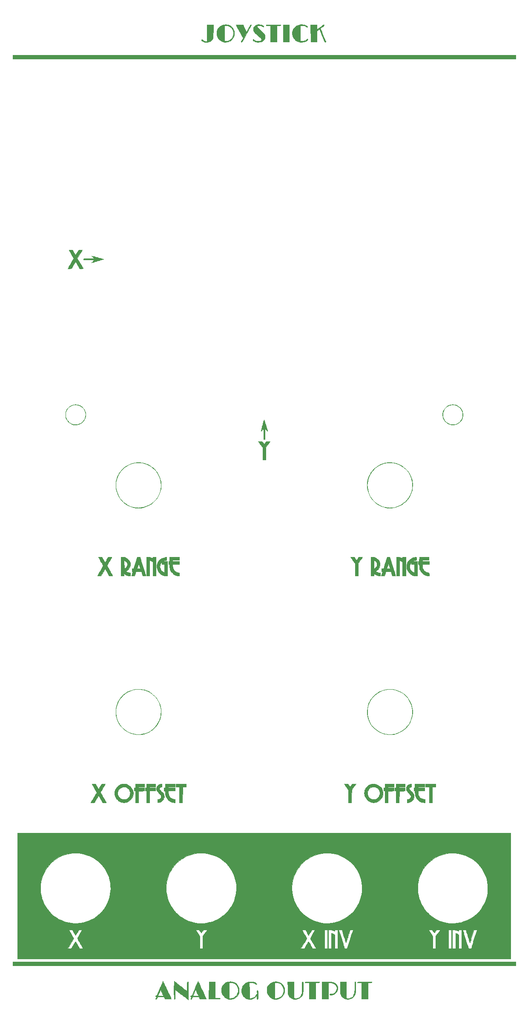
<source format=gbr>
G04 #@! TF.GenerationSoftware,KiCad,Pcbnew,5.1.12-84ad8e8a86~92~ubuntu20.04.1*
G04 #@! TF.CreationDate,2021-11-13T13:41:19-05:00*
G04 #@! TF.ProjectId,joystick_panel,6a6f7973-7469-4636-9b5f-70616e656c2e,rev?*
G04 #@! TF.SameCoordinates,Original*
G04 #@! TF.FileFunction,Legend,Top*
G04 #@! TF.FilePolarity,Positive*
%FSLAX46Y46*%
G04 Gerber Fmt 4.6, Leading zero omitted, Abs format (unit mm)*
G04 Created by KiCad (PCBNEW 5.1.12-84ad8e8a86~92~ubuntu20.04.1) date 2021-11-13 13:41:19*
%MOMM*%
%LPD*%
G01*
G04 APERTURE LIST*
%ADD10C,0.010000*%
G04 APERTURE END LIST*
D10*
G36*
X71103800Y-14610600D02*
G01*
X69884600Y-14610600D01*
X69884600Y-11181600D01*
X71103800Y-11181600D01*
X71103800Y-14610600D01*
G37*
X71103800Y-14610600D02*
X69884600Y-14610600D01*
X69884600Y-11181600D01*
X71103800Y-11181600D01*
X71103800Y-14610600D01*
G36*
X69311293Y-11179379D02*
G01*
X69362765Y-11179603D01*
X69370250Y-11179747D01*
X69396716Y-11200956D01*
X69401067Y-11246870D01*
X69385554Y-11297621D01*
X69352869Y-11333106D01*
X69310069Y-11342839D01*
X69227546Y-11350944D01*
X69116367Y-11356681D01*
X68987602Y-11359311D01*
X68959169Y-11359400D01*
X68614600Y-11359400D01*
X68614600Y-14610600D01*
X67370000Y-14610600D01*
X67370000Y-11359400D01*
X67147750Y-11359591D01*
X67020751Y-11362906D01*
X66889481Y-11371486D01*
X66779519Y-11383585D01*
X66766263Y-11385624D01*
X66639650Y-11397529D01*
X66556375Y-11384700D01*
X66515169Y-11346714D01*
X66511208Y-11300769D01*
X66516163Y-11276368D01*
X66526094Y-11255654D01*
X66544903Y-11238313D01*
X66576493Y-11224030D01*
X66624765Y-11212490D01*
X66693622Y-11203380D01*
X66786966Y-11196385D01*
X66908698Y-11191191D01*
X67062722Y-11187483D01*
X67252938Y-11184947D01*
X67483250Y-11183269D01*
X67757558Y-11182134D01*
X67992300Y-11181456D01*
X68249711Y-11180811D01*
X68492160Y-11180272D01*
X68714826Y-11179845D01*
X68912892Y-11179536D01*
X69081538Y-11179352D01*
X69215945Y-11179298D01*
X69311293Y-11179379D01*
G37*
X69311293Y-11179379D02*
X69362765Y-11179603D01*
X69370250Y-11179747D01*
X69396716Y-11200956D01*
X69401067Y-11246870D01*
X69385554Y-11297621D01*
X69352869Y-11333106D01*
X69310069Y-11342839D01*
X69227546Y-11350944D01*
X69116367Y-11356681D01*
X68987602Y-11359311D01*
X68959169Y-11359400D01*
X68614600Y-11359400D01*
X68614600Y-14610600D01*
X67370000Y-14610600D01*
X67370000Y-11359400D01*
X67147750Y-11359591D01*
X67020751Y-11362906D01*
X66889481Y-11371486D01*
X66779519Y-11383585D01*
X66766263Y-11385624D01*
X66639650Y-11397529D01*
X66556375Y-11384700D01*
X66515169Y-11346714D01*
X66511208Y-11300769D01*
X66516163Y-11276368D01*
X66526094Y-11255654D01*
X66544903Y-11238313D01*
X66576493Y-11224030D01*
X66624765Y-11212490D01*
X66693622Y-11203380D01*
X66786966Y-11196385D01*
X66908698Y-11191191D01*
X67062722Y-11187483D01*
X67252938Y-11184947D01*
X67483250Y-11183269D01*
X67757558Y-11182134D01*
X67992300Y-11181456D01*
X68249711Y-11180811D01*
X68492160Y-11180272D01*
X68714826Y-11179845D01*
X68912892Y-11179536D01*
X69081538Y-11179352D01*
X69215945Y-11179298D01*
X69311293Y-11179379D01*
G36*
X77998758Y-11182836D02*
G01*
X78021331Y-11211377D01*
X78034949Y-11250099D01*
X78026089Y-11293864D01*
X77990954Y-11347002D01*
X77925748Y-11413845D01*
X77826673Y-11498724D01*
X77689934Y-11605970D01*
X77646382Y-11639083D01*
X77532887Y-11726256D01*
X77435102Y-11803839D01*
X77359667Y-11866359D01*
X77313225Y-11908344D01*
X77301400Y-11923302D01*
X77310795Y-11951746D01*
X77337491Y-12021641D01*
X77379255Y-12127545D01*
X77433854Y-12264014D01*
X77499053Y-12425606D01*
X77572621Y-12606877D01*
X77652323Y-12802384D01*
X77735926Y-13006686D01*
X77821197Y-13214339D01*
X77905902Y-13419900D01*
X77987809Y-13617926D01*
X78064682Y-13802974D01*
X78134291Y-13969602D01*
X78194400Y-14112367D01*
X78242776Y-14225825D01*
X78277187Y-14304535D01*
X78289426Y-14331200D01*
X78335268Y-14430587D01*
X78359424Y-14496295D01*
X78363571Y-14539753D01*
X78349385Y-14572391D01*
X78328285Y-14596085D01*
X78262548Y-14632650D01*
X78194340Y-14620419D01*
X78156182Y-14589490D01*
X78127139Y-14542676D01*
X78090946Y-14464024D01*
X78055284Y-14370281D01*
X78054244Y-14367240D01*
X78032156Y-14307103D01*
X77993025Y-14205707D01*
X77939135Y-14068775D01*
X77872770Y-13902029D01*
X77796214Y-13711190D01*
X77711752Y-13501979D01*
X77621668Y-13280120D01*
X77555382Y-13117652D01*
X77451727Y-12864485D01*
X77365304Y-12654582D01*
X77294329Y-12484102D01*
X77237016Y-12349203D01*
X77191578Y-12246044D01*
X77156231Y-12170784D01*
X77129189Y-12119581D01*
X77108665Y-12088594D01*
X77092874Y-12073981D01*
X77080031Y-12071902D01*
X77071264Y-12076252D01*
X77032076Y-12104961D01*
X76963499Y-12155686D01*
X76876849Y-12220043D01*
X76821717Y-12261100D01*
X76617274Y-12413500D01*
X76616437Y-13512501D01*
X76615600Y-14611503D01*
X75999650Y-14604701D01*
X75383700Y-14597900D01*
X75370642Y-11181600D01*
X76614526Y-11181600D01*
X76621413Y-11676365D01*
X76628300Y-12171131D01*
X77085500Y-11825235D01*
X77230887Y-11713767D01*
X77374194Y-11601230D01*
X77506322Y-11494965D01*
X77618175Y-11402314D01*
X77700657Y-11330617D01*
X77716212Y-11316273D01*
X77818503Y-11226727D01*
X77895955Y-11175923D01*
X77954172Y-11161935D01*
X77998758Y-11182836D01*
G37*
X77998758Y-11182836D02*
X78021331Y-11211377D01*
X78034949Y-11250099D01*
X78026089Y-11293864D01*
X77990954Y-11347002D01*
X77925748Y-11413845D01*
X77826673Y-11498724D01*
X77689934Y-11605970D01*
X77646382Y-11639083D01*
X77532887Y-11726256D01*
X77435102Y-11803839D01*
X77359667Y-11866359D01*
X77313225Y-11908344D01*
X77301400Y-11923302D01*
X77310795Y-11951746D01*
X77337491Y-12021641D01*
X77379255Y-12127545D01*
X77433854Y-12264014D01*
X77499053Y-12425606D01*
X77572621Y-12606877D01*
X77652323Y-12802384D01*
X77735926Y-13006686D01*
X77821197Y-13214339D01*
X77905902Y-13419900D01*
X77987809Y-13617926D01*
X78064682Y-13802974D01*
X78134291Y-13969602D01*
X78194400Y-14112367D01*
X78242776Y-14225825D01*
X78277187Y-14304535D01*
X78289426Y-14331200D01*
X78335268Y-14430587D01*
X78359424Y-14496295D01*
X78363571Y-14539753D01*
X78349385Y-14572391D01*
X78328285Y-14596085D01*
X78262548Y-14632650D01*
X78194340Y-14620419D01*
X78156182Y-14589490D01*
X78127139Y-14542676D01*
X78090946Y-14464024D01*
X78055284Y-14370281D01*
X78054244Y-14367240D01*
X78032156Y-14307103D01*
X77993025Y-14205707D01*
X77939135Y-14068775D01*
X77872770Y-13902029D01*
X77796214Y-13711190D01*
X77711752Y-13501979D01*
X77621668Y-13280120D01*
X77555382Y-13117652D01*
X77451727Y-12864485D01*
X77365304Y-12654582D01*
X77294329Y-12484102D01*
X77237016Y-12349203D01*
X77191578Y-12246044D01*
X77156231Y-12170784D01*
X77129189Y-12119581D01*
X77108665Y-12088594D01*
X77092874Y-12073981D01*
X77080031Y-12071902D01*
X77071264Y-12076252D01*
X77032076Y-12104961D01*
X76963499Y-12155686D01*
X76876849Y-12220043D01*
X76821717Y-12261100D01*
X76617274Y-12413500D01*
X76616437Y-13512501D01*
X76615600Y-14611503D01*
X75999650Y-14604701D01*
X75383700Y-14597900D01*
X75370642Y-11181600D01*
X76614526Y-11181600D01*
X76621413Y-11676365D01*
X76628300Y-12171131D01*
X77085500Y-11825235D01*
X77230887Y-11713767D01*
X77374194Y-11601230D01*
X77506322Y-11494965D01*
X77618175Y-11402314D01*
X77700657Y-11330617D01*
X77716212Y-11316273D01*
X77818503Y-11226727D01*
X77895955Y-11175923D01*
X77954172Y-11161935D01*
X77998758Y-11182836D01*
G36*
X63528763Y-11202546D02*
G01*
X63547059Y-11271586D01*
X63547066Y-11273643D01*
X63534092Y-11313658D01*
X63495318Y-11397318D01*
X63430792Y-11524534D01*
X63340560Y-11695219D01*
X63224671Y-11909285D01*
X63083171Y-12166642D01*
X62916107Y-12467204D01*
X62723526Y-12810881D01*
X62718456Y-12819900D01*
X62575012Y-13075207D01*
X62437451Y-13320438D01*
X62308046Y-13551516D01*
X62189069Y-13764364D01*
X62082792Y-13954907D01*
X61991488Y-14119069D01*
X61917429Y-14252773D01*
X61862887Y-14351945D01*
X61830135Y-14412507D01*
X61823808Y-14424681D01*
X61753667Y-14539887D01*
X61683447Y-14609259D01*
X61615459Y-14631387D01*
X61552015Y-14604865D01*
X61542514Y-14596085D01*
X61510948Y-14550527D01*
X61508788Y-14498557D01*
X61538337Y-14430723D01*
X61601897Y-14337571D01*
X61607184Y-14330516D01*
X61665759Y-14248350D01*
X61729441Y-14152113D01*
X61792447Y-14051495D01*
X61848996Y-13956187D01*
X61893303Y-13875878D01*
X61919585Y-13820258D01*
X61923761Y-13800073D01*
X61900244Y-13757947D01*
X61856255Y-13678006D01*
X61794430Y-13565100D01*
X61717407Y-13424084D01*
X61627821Y-13259811D01*
X61528310Y-13077131D01*
X61421509Y-12880900D01*
X61310056Y-12675968D01*
X61196587Y-12467189D01*
X61083738Y-12259416D01*
X60974147Y-12057501D01*
X60870448Y-11866297D01*
X60775280Y-11690656D01*
X60691279Y-11535432D01*
X60621081Y-11405477D01*
X60567322Y-11305643D01*
X60532640Y-11240783D01*
X60519692Y-11215809D01*
X60522582Y-11205378D01*
X60543582Y-11197371D01*
X60587709Y-11191584D01*
X60659975Y-11187810D01*
X60765397Y-11185846D01*
X60908987Y-11185486D01*
X61095761Y-11186525D01*
X61210791Y-11187543D01*
X61915330Y-11194300D01*
X62155841Y-11702300D01*
X62233574Y-11866654D01*
X62310866Y-12030378D01*
X62382643Y-12182703D01*
X62443832Y-12312860D01*
X62489359Y-12410079D01*
X62496253Y-12424869D01*
X62596156Y-12639439D01*
X62903004Y-12094669D01*
X62994100Y-11931530D01*
X63081853Y-11771783D01*
X63161461Y-11624368D01*
X63228121Y-11498225D01*
X63277030Y-11402295D01*
X63294715Y-11365455D01*
X63339896Y-11276406D01*
X63383317Y-11206282D01*
X63416992Y-11167645D01*
X63422441Y-11164563D01*
X63483266Y-11163409D01*
X63528763Y-11202546D01*
G37*
X63528763Y-11202546D02*
X63547059Y-11271586D01*
X63547066Y-11273643D01*
X63534092Y-11313658D01*
X63495318Y-11397318D01*
X63430792Y-11524534D01*
X63340560Y-11695219D01*
X63224671Y-11909285D01*
X63083171Y-12166642D01*
X62916107Y-12467204D01*
X62723526Y-12810881D01*
X62718456Y-12819900D01*
X62575012Y-13075207D01*
X62437451Y-13320438D01*
X62308046Y-13551516D01*
X62189069Y-13764364D01*
X62082792Y-13954907D01*
X61991488Y-14119069D01*
X61917429Y-14252773D01*
X61862887Y-14351945D01*
X61830135Y-14412507D01*
X61823808Y-14424681D01*
X61753667Y-14539887D01*
X61683447Y-14609259D01*
X61615459Y-14631387D01*
X61552015Y-14604865D01*
X61542514Y-14596085D01*
X61510948Y-14550527D01*
X61508788Y-14498557D01*
X61538337Y-14430723D01*
X61601897Y-14337571D01*
X61607184Y-14330516D01*
X61665759Y-14248350D01*
X61729441Y-14152113D01*
X61792447Y-14051495D01*
X61848996Y-13956187D01*
X61893303Y-13875878D01*
X61919585Y-13820258D01*
X61923761Y-13800073D01*
X61900244Y-13757947D01*
X61856255Y-13678006D01*
X61794430Y-13565100D01*
X61717407Y-13424084D01*
X61627821Y-13259811D01*
X61528310Y-13077131D01*
X61421509Y-12880900D01*
X61310056Y-12675968D01*
X61196587Y-12467189D01*
X61083738Y-12259416D01*
X60974147Y-12057501D01*
X60870448Y-11866297D01*
X60775280Y-11690656D01*
X60691279Y-11535432D01*
X60621081Y-11405477D01*
X60567322Y-11305643D01*
X60532640Y-11240783D01*
X60519692Y-11215809D01*
X60522582Y-11205378D01*
X60543582Y-11197371D01*
X60587709Y-11191584D01*
X60659975Y-11187810D01*
X60765397Y-11185846D01*
X60908987Y-11185486D01*
X61095761Y-11186525D01*
X61210791Y-11187543D01*
X61915330Y-11194300D01*
X62155841Y-11702300D01*
X62233574Y-11866654D01*
X62310866Y-12030378D01*
X62382643Y-12182703D01*
X62443832Y-12312860D01*
X62489359Y-12410079D01*
X62496253Y-12424869D01*
X62596156Y-12639439D01*
X62903004Y-12094669D01*
X62994100Y-11931530D01*
X63081853Y-11771783D01*
X63161461Y-11624368D01*
X63228121Y-11498225D01*
X63277030Y-11402295D01*
X63294715Y-11365455D01*
X63339896Y-11276406D01*
X63383317Y-11206282D01*
X63416992Y-11167645D01*
X63422441Y-11164563D01*
X63483266Y-11163409D01*
X63528763Y-11202546D01*
G36*
X73826581Y-11159664D02*
G01*
X73974000Y-11179713D01*
X74138444Y-11219356D01*
X74295169Y-11271967D01*
X74437451Y-11333714D01*
X74558563Y-11400761D01*
X74651782Y-11469277D01*
X74710382Y-11535426D01*
X74727637Y-11595375D01*
X74725057Y-11607863D01*
X74686300Y-11665393D01*
X74624449Y-11682130D01*
X74547010Y-11657832D01*
X74486757Y-11615599D01*
X74309253Y-11495754D01*
X74096685Y-11408703D01*
X73853941Y-11355865D01*
X73585907Y-11338656D01*
X73534476Y-11339476D01*
X73275500Y-11346700D01*
X73262408Y-14426772D01*
X73319754Y-14442139D01*
X73409595Y-14455281D01*
X73533431Y-14458994D01*
X73675490Y-14454039D01*
X73820001Y-14441180D01*
X73951191Y-14421179D01*
X74005981Y-14408964D01*
X74176233Y-14358191D01*
X74311297Y-14299204D01*
X74426785Y-14223875D01*
X74521496Y-14140660D01*
X74608089Y-14065654D01*
X74674394Y-14031380D01*
X74727026Y-14035479D01*
X74756320Y-14056880D01*
X74784277Y-14114268D01*
X74768772Y-14180917D01*
X74715512Y-14253323D01*
X74630208Y-14327982D01*
X74518565Y-14401390D01*
X74386293Y-14470045D01*
X74239100Y-14530442D01*
X74082694Y-14579077D01*
X73922783Y-14612448D01*
X73833676Y-14623176D01*
X73734086Y-14631903D01*
X73646711Y-14639913D01*
X73593000Y-14645212D01*
X73537673Y-14646318D01*
X73449252Y-14642979D01*
X73345180Y-14635908D01*
X73326300Y-14634308D01*
X73150546Y-14614226D01*
X73001536Y-14584479D01*
X72859178Y-14539422D01*
X72703382Y-14473412D01*
X72630934Y-14438970D01*
X72385843Y-14292465D01*
X72173708Y-14108789D01*
X71997337Y-13891658D01*
X71859538Y-13644790D01*
X71763120Y-13371899D01*
X71736589Y-13255365D01*
X71720322Y-13128892D01*
X71712575Y-12974042D01*
X71713037Y-12807746D01*
X71721398Y-12646937D01*
X71737346Y-12508545D01*
X71751564Y-12438900D01*
X71848788Y-12163886D01*
X71987792Y-11916383D01*
X72166369Y-11698492D01*
X72382310Y-11512318D01*
X72633404Y-11359963D01*
X72917443Y-11243531D01*
X73046900Y-11205621D01*
X73216967Y-11173383D01*
X73416628Y-11154614D01*
X73626344Y-11149859D01*
X73826581Y-11159664D01*
G37*
X73826581Y-11159664D02*
X73974000Y-11179713D01*
X74138444Y-11219356D01*
X74295169Y-11271967D01*
X74437451Y-11333714D01*
X74558563Y-11400761D01*
X74651782Y-11469277D01*
X74710382Y-11535426D01*
X74727637Y-11595375D01*
X74725057Y-11607863D01*
X74686300Y-11665393D01*
X74624449Y-11682130D01*
X74547010Y-11657832D01*
X74486757Y-11615599D01*
X74309253Y-11495754D01*
X74096685Y-11408703D01*
X73853941Y-11355865D01*
X73585907Y-11338656D01*
X73534476Y-11339476D01*
X73275500Y-11346700D01*
X73262408Y-14426772D01*
X73319754Y-14442139D01*
X73409595Y-14455281D01*
X73533431Y-14458994D01*
X73675490Y-14454039D01*
X73820001Y-14441180D01*
X73951191Y-14421179D01*
X74005981Y-14408964D01*
X74176233Y-14358191D01*
X74311297Y-14299204D01*
X74426785Y-14223875D01*
X74521496Y-14140660D01*
X74608089Y-14065654D01*
X74674394Y-14031380D01*
X74727026Y-14035479D01*
X74756320Y-14056880D01*
X74784277Y-14114268D01*
X74768772Y-14180917D01*
X74715512Y-14253323D01*
X74630208Y-14327982D01*
X74518565Y-14401390D01*
X74386293Y-14470045D01*
X74239100Y-14530442D01*
X74082694Y-14579077D01*
X73922783Y-14612448D01*
X73833676Y-14623176D01*
X73734086Y-14631903D01*
X73646711Y-14639913D01*
X73593000Y-14645212D01*
X73537673Y-14646318D01*
X73449252Y-14642979D01*
X73345180Y-14635908D01*
X73326300Y-14634308D01*
X73150546Y-14614226D01*
X73001536Y-14584479D01*
X72859178Y-14539422D01*
X72703382Y-14473412D01*
X72630934Y-14438970D01*
X72385843Y-14292465D01*
X72173708Y-14108789D01*
X71997337Y-13891658D01*
X71859538Y-13644790D01*
X71763120Y-13371899D01*
X71736589Y-13255365D01*
X71720322Y-13128892D01*
X71712575Y-12974042D01*
X71713037Y-12807746D01*
X71721398Y-12646937D01*
X71737346Y-12508545D01*
X71751564Y-12438900D01*
X71848788Y-12163886D01*
X71987792Y-11916383D01*
X72166369Y-11698492D01*
X72382310Y-11512318D01*
X72633404Y-11359963D01*
X72917443Y-11243531D01*
X73046900Y-11205621D01*
X73216967Y-11173383D01*
X73416628Y-11154614D01*
X73626344Y-11149859D01*
X73826581Y-11159664D01*
G36*
X65289664Y-11160151D02*
G01*
X65463202Y-11187090D01*
X65623563Y-11228187D01*
X65764298Y-11280660D01*
X65878956Y-11341730D01*
X65961088Y-11408616D01*
X66004244Y-11478536D01*
X66005900Y-11536660D01*
X65973722Y-11589932D01*
X65915581Y-11600910D01*
X65830699Y-11569564D01*
X65762076Y-11527344D01*
X65629707Y-11447179D01*
X65498591Y-11392937D01*
X65352106Y-11359473D01*
X65173628Y-11341642D01*
X65159510Y-11340846D01*
X65046286Y-11335444D01*
X64970898Y-11335480D01*
X64920486Y-11343167D01*
X64882189Y-11360723D01*
X64843144Y-11390363D01*
X64835660Y-11396634D01*
X64779137Y-11455329D01*
X64756382Y-11517623D01*
X64753800Y-11562708D01*
X64766179Y-11633363D01*
X64805562Y-11712274D01*
X64875316Y-11803419D01*
X64978809Y-11910776D01*
X65119409Y-12038324D01*
X65249100Y-12147864D01*
X65524350Y-12383875D01*
X65754445Y-12599908D01*
X65940416Y-12797140D01*
X66083292Y-12976749D01*
X66184103Y-13139911D01*
X66242440Y-13282767D01*
X66272667Y-13451521D01*
X66274695Y-13636479D01*
X66249829Y-13817608D01*
X66199376Y-13974874D01*
X66197001Y-13980048D01*
X66079589Y-14174436D01*
X65924481Y-14336603D01*
X65734156Y-14465415D01*
X65511093Y-14559742D01*
X65257773Y-14618449D01*
X64976675Y-14640405D01*
X64766500Y-14633435D01*
X64586632Y-14610571D01*
X64414061Y-14571369D01*
X64254639Y-14519001D01*
X64114220Y-14456637D01*
X63998655Y-14387447D01*
X63913797Y-14314602D01*
X63865498Y-14241273D01*
X63859612Y-14170630D01*
X63868695Y-14147050D01*
X63908200Y-14115857D01*
X63969322Y-14102748D01*
X64028123Y-14109826D01*
X64056867Y-14130535D01*
X64103934Y-14177603D01*
X64187048Y-14233757D01*
X64293901Y-14292500D01*
X64412188Y-14347336D01*
X64529604Y-14391768D01*
X64580877Y-14407180D01*
X64709944Y-14437562D01*
X64826822Y-14452990D01*
X64956515Y-14456046D01*
X65032358Y-14453809D01*
X65214346Y-14436470D01*
X65354347Y-14399385D01*
X65458206Y-14339928D01*
X65531765Y-14255473D01*
X65550827Y-14220769D01*
X65576256Y-14155613D01*
X65584804Y-14092320D01*
X65573527Y-14027104D01*
X65539482Y-13956179D01*
X65479727Y-13875759D01*
X65391319Y-13782060D01*
X65271314Y-13671295D01*
X65116770Y-13539679D01*
X64924745Y-13383427D01*
X64859065Y-13330923D01*
X64646030Y-13157444D01*
X64471254Y-13006333D01*
X64330075Y-12872784D01*
X64217828Y-12751992D01*
X64129853Y-12639153D01*
X64061485Y-12529462D01*
X64038644Y-12485514D01*
X63998077Y-12398855D01*
X63972955Y-12328130D01*
X63959627Y-12255525D01*
X63954442Y-12163227D01*
X63953700Y-12071134D01*
X63955493Y-11949916D01*
X63962938Y-11862508D01*
X63979135Y-11791982D01*
X64007184Y-11721412D01*
X64024306Y-11685522D01*
X64133855Y-11518836D01*
X64282852Y-11380959D01*
X64467752Y-11273640D01*
X64685010Y-11198627D01*
X64931079Y-11157671D01*
X65109400Y-11150151D01*
X65289664Y-11160151D01*
G37*
X65289664Y-11160151D02*
X65463202Y-11187090D01*
X65623563Y-11228187D01*
X65764298Y-11280660D01*
X65878956Y-11341730D01*
X65961088Y-11408616D01*
X66004244Y-11478536D01*
X66005900Y-11536660D01*
X65973722Y-11589932D01*
X65915581Y-11600910D01*
X65830699Y-11569564D01*
X65762076Y-11527344D01*
X65629707Y-11447179D01*
X65498591Y-11392937D01*
X65352106Y-11359473D01*
X65173628Y-11341642D01*
X65159510Y-11340846D01*
X65046286Y-11335444D01*
X64970898Y-11335480D01*
X64920486Y-11343167D01*
X64882189Y-11360723D01*
X64843144Y-11390363D01*
X64835660Y-11396634D01*
X64779137Y-11455329D01*
X64756382Y-11517623D01*
X64753800Y-11562708D01*
X64766179Y-11633363D01*
X64805562Y-11712274D01*
X64875316Y-11803419D01*
X64978809Y-11910776D01*
X65119409Y-12038324D01*
X65249100Y-12147864D01*
X65524350Y-12383875D01*
X65754445Y-12599908D01*
X65940416Y-12797140D01*
X66083292Y-12976749D01*
X66184103Y-13139911D01*
X66242440Y-13282767D01*
X66272667Y-13451521D01*
X66274695Y-13636479D01*
X66249829Y-13817608D01*
X66199376Y-13974874D01*
X66197001Y-13980048D01*
X66079589Y-14174436D01*
X65924481Y-14336603D01*
X65734156Y-14465415D01*
X65511093Y-14559742D01*
X65257773Y-14618449D01*
X64976675Y-14640405D01*
X64766500Y-14633435D01*
X64586632Y-14610571D01*
X64414061Y-14571369D01*
X64254639Y-14519001D01*
X64114220Y-14456637D01*
X63998655Y-14387447D01*
X63913797Y-14314602D01*
X63865498Y-14241273D01*
X63859612Y-14170630D01*
X63868695Y-14147050D01*
X63908200Y-14115857D01*
X63969322Y-14102748D01*
X64028123Y-14109826D01*
X64056867Y-14130535D01*
X64103934Y-14177603D01*
X64187048Y-14233757D01*
X64293901Y-14292500D01*
X64412188Y-14347336D01*
X64529604Y-14391768D01*
X64580877Y-14407180D01*
X64709944Y-14437562D01*
X64826822Y-14452990D01*
X64956515Y-14456046D01*
X65032358Y-14453809D01*
X65214346Y-14436470D01*
X65354347Y-14399385D01*
X65458206Y-14339928D01*
X65531765Y-14255473D01*
X65550827Y-14220769D01*
X65576256Y-14155613D01*
X65584804Y-14092320D01*
X65573527Y-14027104D01*
X65539482Y-13956179D01*
X65479727Y-13875759D01*
X65391319Y-13782060D01*
X65271314Y-13671295D01*
X65116770Y-13539679D01*
X64924745Y-13383427D01*
X64859065Y-13330923D01*
X64646030Y-13157444D01*
X64471254Y-13006333D01*
X64330075Y-12872784D01*
X64217828Y-12751992D01*
X64129853Y-12639153D01*
X64061485Y-12529462D01*
X64038644Y-12485514D01*
X63998077Y-12398855D01*
X63972955Y-12328130D01*
X63959627Y-12255525D01*
X63954442Y-12163227D01*
X63953700Y-12071134D01*
X63955493Y-11949916D01*
X63962938Y-11862508D01*
X63979135Y-11791982D01*
X64007184Y-11721412D01*
X64024306Y-11685522D01*
X64133855Y-11518836D01*
X64282852Y-11380959D01*
X64467752Y-11273640D01*
X64685010Y-11198627D01*
X64931079Y-11157671D01*
X65109400Y-11150151D01*
X65289664Y-11160151D01*
G36*
X58754645Y-11169432D02*
G01*
X59024054Y-11225395D01*
X59268427Y-11321348D01*
X59493364Y-11459485D01*
X59702699Y-11640241D01*
X59887385Y-11859142D01*
X60030518Y-12105371D01*
X60128864Y-12373145D01*
X60142271Y-12426200D01*
X60165856Y-12572184D01*
X60178260Y-12749509D01*
X60179499Y-12939967D01*
X60169592Y-13125347D01*
X60148556Y-13287441D01*
X60141407Y-13322885D01*
X60059700Y-13584811D01*
X59936557Y-13830175D01*
X59777394Y-14051978D01*
X59587626Y-14243219D01*
X59372667Y-14396900D01*
X59267400Y-14452776D01*
X58989308Y-14562315D01*
X58709443Y-14625082D01*
X58417511Y-14642876D01*
X58236259Y-14633084D01*
X57945409Y-14582244D01*
X57676279Y-14487204D01*
X57432131Y-14351092D01*
X57216225Y-14177035D01*
X57031823Y-13968162D01*
X56882186Y-13727599D01*
X56770574Y-13458476D01*
X56700250Y-13163918D01*
X56699508Y-13159202D01*
X56676706Y-12862785D01*
X56700320Y-12575295D01*
X56768064Y-12301465D01*
X56877654Y-12046023D01*
X57026804Y-11813700D01*
X57213229Y-11609227D01*
X57434643Y-11437333D01*
X57569218Y-11359061D01*
X57624604Y-11334000D01*
X58200600Y-11334000D01*
X58200600Y-14458200D01*
X58435550Y-14457824D01*
X58564364Y-14453219D01*
X58696665Y-14441332D01*
X58808409Y-14424486D01*
X58830817Y-14419653D01*
X59049798Y-14348086D01*
X59261724Y-14241666D01*
X59453586Y-14108508D01*
X59612372Y-13956731D01*
X59653364Y-13906488D01*
X59805432Y-13669434D01*
X59910502Y-13417792D01*
X59970045Y-13147084D01*
X59985964Y-12896100D01*
X59964077Y-12598786D01*
X59898378Y-12327138D01*
X59788812Y-12081013D01*
X59635324Y-11860268D01*
X59547675Y-11764924D01*
X59340801Y-11591597D01*
X59111075Y-11462980D01*
X58857354Y-11378623D01*
X58578493Y-11338077D01*
X58449263Y-11334000D01*
X58200600Y-11334000D01*
X57624604Y-11334000D01*
X57789211Y-11259519D01*
X58006537Y-11194399D01*
X58238079Y-11159739D01*
X58454600Y-11151266D01*
X58754645Y-11169432D01*
G37*
X58754645Y-11169432D02*
X59024054Y-11225395D01*
X59268427Y-11321348D01*
X59493364Y-11459485D01*
X59702699Y-11640241D01*
X59887385Y-11859142D01*
X60030518Y-12105371D01*
X60128864Y-12373145D01*
X60142271Y-12426200D01*
X60165856Y-12572184D01*
X60178260Y-12749509D01*
X60179499Y-12939967D01*
X60169592Y-13125347D01*
X60148556Y-13287441D01*
X60141407Y-13322885D01*
X60059700Y-13584811D01*
X59936557Y-13830175D01*
X59777394Y-14051978D01*
X59587626Y-14243219D01*
X59372667Y-14396900D01*
X59267400Y-14452776D01*
X58989308Y-14562315D01*
X58709443Y-14625082D01*
X58417511Y-14642876D01*
X58236259Y-14633084D01*
X57945409Y-14582244D01*
X57676279Y-14487204D01*
X57432131Y-14351092D01*
X57216225Y-14177035D01*
X57031823Y-13968162D01*
X56882186Y-13727599D01*
X56770574Y-13458476D01*
X56700250Y-13163918D01*
X56699508Y-13159202D01*
X56676706Y-12862785D01*
X56700320Y-12575295D01*
X56768064Y-12301465D01*
X56877654Y-12046023D01*
X57026804Y-11813700D01*
X57213229Y-11609227D01*
X57434643Y-11437333D01*
X57569218Y-11359061D01*
X57624604Y-11334000D01*
X58200600Y-11334000D01*
X58200600Y-14458200D01*
X58435550Y-14457824D01*
X58564364Y-14453219D01*
X58696665Y-14441332D01*
X58808409Y-14424486D01*
X58830817Y-14419653D01*
X59049798Y-14348086D01*
X59261724Y-14241666D01*
X59453586Y-14108508D01*
X59612372Y-13956731D01*
X59653364Y-13906488D01*
X59805432Y-13669434D01*
X59910502Y-13417792D01*
X59970045Y-13147084D01*
X59985964Y-12896100D01*
X59964077Y-12598786D01*
X59898378Y-12327138D01*
X59788812Y-12081013D01*
X59635324Y-11860268D01*
X59547675Y-11764924D01*
X59340801Y-11591597D01*
X59111075Y-11462980D01*
X58857354Y-11378623D01*
X58578493Y-11338077D01*
X58449263Y-11334000D01*
X58200600Y-11334000D01*
X57624604Y-11334000D01*
X57789211Y-11259519D01*
X58006537Y-11194399D01*
X58238079Y-11159739D01*
X58454600Y-11151266D01*
X58754645Y-11169432D01*
G36*
X55985120Y-12432550D02*
G01*
X55983067Y-12717488D01*
X55981078Y-12956395D01*
X55978933Y-13154038D01*
X55976414Y-13315183D01*
X55973301Y-13444598D01*
X55969375Y-13547051D01*
X55964417Y-13627308D01*
X55958207Y-13690138D01*
X55950527Y-13740306D01*
X55941157Y-13782582D01*
X55929878Y-13821731D01*
X55919828Y-13852524D01*
X55847705Y-14017008D01*
X55747585Y-14175026D01*
X55630552Y-14311311D01*
X55520765Y-14402210D01*
X55314259Y-14511003D01*
X55074004Y-14588418D01*
X54807313Y-14632986D01*
X54521498Y-14643238D01*
X54365200Y-14634295D01*
X54146782Y-14596966D01*
X53954837Y-14527772D01*
X53831774Y-14455261D01*
X53746718Y-14377574D01*
X53692233Y-14294560D01*
X53671586Y-14215594D01*
X53688045Y-14150050D01*
X53715647Y-14122038D01*
X53744763Y-14107583D01*
X53774940Y-14111271D01*
X53815623Y-14138495D01*
X53876259Y-14194648D01*
X53920980Y-14239256D01*
X54054781Y-14353182D01*
X54179124Y-14418165D01*
X54288013Y-14447606D01*
X54412677Y-14469100D01*
X54535132Y-14480646D01*
X54637395Y-14480247D01*
X54680030Y-14473839D01*
X54746200Y-14457232D01*
X54746200Y-11181600D01*
X55370020Y-11181600D01*
X55993840Y-11181599D01*
X55985120Y-12432550D01*
G37*
X55985120Y-12432550D02*
X55983067Y-12717488D01*
X55981078Y-12956395D01*
X55978933Y-13154038D01*
X55976414Y-13315183D01*
X55973301Y-13444598D01*
X55969375Y-13547051D01*
X55964417Y-13627308D01*
X55958207Y-13690138D01*
X55950527Y-13740306D01*
X55941157Y-13782582D01*
X55929878Y-13821731D01*
X55919828Y-13852524D01*
X55847705Y-14017008D01*
X55747585Y-14175026D01*
X55630552Y-14311311D01*
X55520765Y-14402210D01*
X55314259Y-14511003D01*
X55074004Y-14588418D01*
X54807313Y-14632986D01*
X54521498Y-14643238D01*
X54365200Y-14634295D01*
X54146782Y-14596966D01*
X53954837Y-14527772D01*
X53831774Y-14455261D01*
X53746718Y-14377574D01*
X53692233Y-14294560D01*
X53671586Y-14215594D01*
X53688045Y-14150050D01*
X53715647Y-14122038D01*
X53744763Y-14107583D01*
X53774940Y-14111271D01*
X53815623Y-14138495D01*
X53876259Y-14194648D01*
X53920980Y-14239256D01*
X54054781Y-14353182D01*
X54179124Y-14418165D01*
X54288013Y-14447606D01*
X54412677Y-14469100D01*
X54535132Y-14480646D01*
X54637395Y-14480247D01*
X54680030Y-14473839D01*
X54746200Y-14457232D01*
X54746200Y-11181600D01*
X55370020Y-11181600D01*
X55993840Y-11181599D01*
X55985120Y-12432550D01*
G36*
X116112600Y-17988800D02*
G01*
X16112800Y-17988800D01*
X16112800Y-17201400D01*
X116112600Y-17201400D01*
X116112600Y-17988800D01*
G37*
X116112600Y-17988800D02*
X16112800Y-17988800D01*
X16112800Y-17201400D01*
X116112600Y-17201400D01*
X116112600Y-17988800D01*
G36*
X31845051Y-57085883D02*
G01*
X31914360Y-57104258D01*
X32020849Y-57132910D01*
X32158622Y-57170223D01*
X32321785Y-57214583D01*
X32504440Y-57264376D01*
X32700692Y-57317986D01*
X32904646Y-57373799D01*
X33110406Y-57430201D01*
X33312076Y-57485576D01*
X33503760Y-57538310D01*
X33679562Y-57586788D01*
X33833587Y-57629396D01*
X33959939Y-57664519D01*
X34052722Y-57690542D01*
X34104264Y-57705323D01*
X34137607Y-57721135D01*
X34139871Y-57729795D01*
X34113003Y-57740119D01*
X34043679Y-57762536D01*
X33937673Y-57795360D01*
X33800763Y-57836901D01*
X33638724Y-57885473D01*
X33457331Y-57939387D01*
X33262362Y-57996955D01*
X33059590Y-58056490D01*
X32854794Y-58116304D01*
X32653748Y-58174708D01*
X32462228Y-58230015D01*
X32286010Y-58280537D01*
X32130870Y-58324585D01*
X32002584Y-58360473D01*
X31906928Y-58386512D01*
X31849678Y-58401014D01*
X31835400Y-58403237D01*
X31852373Y-58380872D01*
X31898996Y-58329606D01*
X31968823Y-58256286D01*
X32055407Y-58167757D01*
X32088988Y-58133933D01*
X32342577Y-57879500D01*
X31263488Y-57886641D01*
X30184400Y-57893783D01*
X30184400Y-57645104D01*
X30302245Y-57628952D01*
X30354054Y-57625265D01*
X30450225Y-57621807D01*
X30584319Y-57618681D01*
X30749897Y-57615991D01*
X30940521Y-57613839D01*
X31149751Y-57612330D01*
X31371151Y-57611565D01*
X31388095Y-57611541D01*
X32356100Y-57610282D01*
X32078314Y-57344841D01*
X31983496Y-57253156D01*
X31905016Y-57175182D01*
X31848710Y-57116891D01*
X31820418Y-57084254D01*
X31818818Y-57079400D01*
X31845051Y-57085883D01*
G37*
X31845051Y-57085883D02*
X31914360Y-57104258D01*
X32020849Y-57132910D01*
X32158622Y-57170223D01*
X32321785Y-57214583D01*
X32504440Y-57264376D01*
X32700692Y-57317986D01*
X32904646Y-57373799D01*
X33110406Y-57430201D01*
X33312076Y-57485576D01*
X33503760Y-57538310D01*
X33679562Y-57586788D01*
X33833587Y-57629396D01*
X33959939Y-57664519D01*
X34052722Y-57690542D01*
X34104264Y-57705323D01*
X34137607Y-57721135D01*
X34139871Y-57729795D01*
X34113003Y-57740119D01*
X34043679Y-57762536D01*
X33937673Y-57795360D01*
X33800763Y-57836901D01*
X33638724Y-57885473D01*
X33457331Y-57939387D01*
X33262362Y-57996955D01*
X33059590Y-58056490D01*
X32854794Y-58116304D01*
X32653748Y-58174708D01*
X32462228Y-58230015D01*
X32286010Y-58280537D01*
X32130870Y-58324585D01*
X32002584Y-58360473D01*
X31906928Y-58386512D01*
X31849678Y-58401014D01*
X31835400Y-58403237D01*
X31852373Y-58380872D01*
X31898996Y-58329606D01*
X31968823Y-58256286D01*
X32055407Y-58167757D01*
X32088988Y-58133933D01*
X32342577Y-57879500D01*
X31263488Y-57886641D01*
X30184400Y-57893783D01*
X30184400Y-57645104D01*
X30302245Y-57628952D01*
X30354054Y-57625265D01*
X30450225Y-57621807D01*
X30584319Y-57618681D01*
X30749897Y-57615991D01*
X30940521Y-57613839D01*
X31149751Y-57612330D01*
X31371151Y-57611565D01*
X31388095Y-57611541D01*
X32356100Y-57610282D01*
X32078314Y-57344841D01*
X31983496Y-57253156D01*
X31905016Y-57175182D01*
X31848710Y-57116891D01*
X31820418Y-57084254D01*
X31818818Y-57079400D01*
X31845051Y-57085883D01*
G36*
X28278635Y-56381812D02*
G01*
X28363293Y-56526916D01*
X28440608Y-56658572D01*
X28506534Y-56769959D01*
X28557024Y-56854258D01*
X28588034Y-56904649D01*
X28594767Y-56914730D01*
X28608583Y-56918067D01*
X28631794Y-56898737D01*
X28667073Y-56852755D01*
X28717092Y-56776137D01*
X28784524Y-56664901D01*
X28872041Y-56515061D01*
X28927100Y-56419299D01*
X29231900Y-55887163D01*
X29581150Y-55886381D01*
X29707726Y-55886969D01*
X29813844Y-55889123D01*
X29890334Y-55892529D01*
X29928027Y-55896871D01*
X29930400Y-55898352D01*
X29918043Y-55922415D01*
X29882838Y-55985459D01*
X29827581Y-56082610D01*
X29755068Y-56208997D01*
X29668095Y-56359748D01*
X29569460Y-56529990D01*
X29461958Y-56714853D01*
X29447179Y-56740217D01*
X28963959Y-57569331D01*
X29540053Y-58562615D01*
X29658935Y-58767619D01*
X29769985Y-58959175D01*
X29870604Y-59132798D01*
X29958194Y-59283999D01*
X30030155Y-59408292D01*
X30083888Y-59501189D01*
X30116796Y-59558205D01*
X30126372Y-59574950D01*
X30106327Y-59581809D01*
X30044269Y-59587571D01*
X29948985Y-59591747D01*
X29829258Y-59593846D01*
X29784710Y-59594000D01*
X29432823Y-59594000D01*
X29029850Y-58895500D01*
X28931072Y-58725101D01*
X28840136Y-58569801D01*
X28760178Y-58434832D01*
X28694335Y-58325430D01*
X28645744Y-58246826D01*
X28617541Y-58204255D01*
X28611889Y-58198092D01*
X28596005Y-58219539D01*
X28558065Y-58279804D01*
X28501222Y-58373601D01*
X28428633Y-58495646D01*
X28343452Y-58640654D01*
X28248834Y-58803340D01*
X28198638Y-58890242D01*
X27800377Y-59581300D01*
X27440476Y-59588362D01*
X27080575Y-59595425D01*
X27131092Y-59512162D01*
X27156964Y-59468488D01*
X27204063Y-59387946D01*
X27269041Y-59276327D01*
X27348551Y-59139418D01*
X27439247Y-58983009D01*
X27537781Y-58812888D01*
X27640807Y-58634844D01*
X27744978Y-58454665D01*
X27846947Y-58278142D01*
X27943368Y-58111062D01*
X28030892Y-57959214D01*
X28106174Y-57828388D01*
X28165866Y-57724371D01*
X28206621Y-57652954D01*
X28224818Y-57620447D01*
X28229316Y-57601771D01*
X28225819Y-57573420D01*
X28212568Y-57532108D01*
X28187802Y-57474548D01*
X28149762Y-57397454D01*
X28096687Y-57297542D01*
X28026819Y-57171524D01*
X27938397Y-57016116D01*
X27829661Y-56828030D01*
X27698851Y-56603982D01*
X27544208Y-56340686D01*
X27490906Y-56250161D01*
X27431996Y-56149129D01*
X27378451Y-56055494D01*
X27338786Y-55984211D01*
X27328250Y-55964411D01*
X27287495Y-55885600D01*
X27990035Y-55885600D01*
X28278635Y-56381812D01*
G37*
X28278635Y-56381812D02*
X28363293Y-56526916D01*
X28440608Y-56658572D01*
X28506534Y-56769959D01*
X28557024Y-56854258D01*
X28588034Y-56904649D01*
X28594767Y-56914730D01*
X28608583Y-56918067D01*
X28631794Y-56898737D01*
X28667073Y-56852755D01*
X28717092Y-56776137D01*
X28784524Y-56664901D01*
X28872041Y-56515061D01*
X28927100Y-56419299D01*
X29231900Y-55887163D01*
X29581150Y-55886381D01*
X29707726Y-55886969D01*
X29813844Y-55889123D01*
X29890334Y-55892529D01*
X29928027Y-55896871D01*
X29930400Y-55898352D01*
X29918043Y-55922415D01*
X29882838Y-55985459D01*
X29827581Y-56082610D01*
X29755068Y-56208997D01*
X29668095Y-56359748D01*
X29569460Y-56529990D01*
X29461958Y-56714853D01*
X29447179Y-56740217D01*
X28963959Y-57569331D01*
X29540053Y-58562615D01*
X29658935Y-58767619D01*
X29769985Y-58959175D01*
X29870604Y-59132798D01*
X29958194Y-59283999D01*
X30030155Y-59408292D01*
X30083888Y-59501189D01*
X30116796Y-59558205D01*
X30126372Y-59574950D01*
X30106327Y-59581809D01*
X30044269Y-59587571D01*
X29948985Y-59591747D01*
X29829258Y-59593846D01*
X29784710Y-59594000D01*
X29432823Y-59594000D01*
X29029850Y-58895500D01*
X28931072Y-58725101D01*
X28840136Y-58569801D01*
X28760178Y-58434832D01*
X28694335Y-58325430D01*
X28645744Y-58246826D01*
X28617541Y-58204255D01*
X28611889Y-58198092D01*
X28596005Y-58219539D01*
X28558065Y-58279804D01*
X28501222Y-58373601D01*
X28428633Y-58495646D01*
X28343452Y-58640654D01*
X28248834Y-58803340D01*
X28198638Y-58890242D01*
X27800377Y-59581300D01*
X27440476Y-59588362D01*
X27080575Y-59595425D01*
X27131092Y-59512162D01*
X27156964Y-59468488D01*
X27204063Y-59387946D01*
X27269041Y-59276327D01*
X27348551Y-59139418D01*
X27439247Y-58983009D01*
X27537781Y-58812888D01*
X27640807Y-58634844D01*
X27744978Y-58454665D01*
X27846947Y-58278142D01*
X27943368Y-58111062D01*
X28030892Y-57959214D01*
X28106174Y-57828388D01*
X28165866Y-57724371D01*
X28206621Y-57652954D01*
X28224818Y-57620447D01*
X28229316Y-57601771D01*
X28225819Y-57573420D01*
X28212568Y-57532108D01*
X28187802Y-57474548D01*
X28149762Y-57397454D01*
X28096687Y-57297542D01*
X28026819Y-57171524D01*
X27938397Y-57016116D01*
X27829661Y-56828030D01*
X27698851Y-56603982D01*
X27544208Y-56340686D01*
X27490906Y-56250161D01*
X27431996Y-56149129D01*
X27378451Y-56055494D01*
X27338786Y-55984211D01*
X27328250Y-55964411D01*
X27287495Y-55885600D01*
X27990035Y-55885600D01*
X28278635Y-56381812D01*
G36*
X103800908Y-86600368D02*
G01*
X104011693Y-86625563D01*
X104055285Y-86634314D01*
X104212235Y-86680623D01*
X104390491Y-86752300D01*
X104573277Y-86841089D01*
X104743818Y-86938736D01*
X104885338Y-87036984D01*
X104903637Y-87051769D01*
X105109942Y-87253521D01*
X105290742Y-87493128D01*
X105440169Y-87761593D01*
X105550162Y-88042895D01*
X105574819Y-88128545D01*
X105591707Y-88209427D01*
X105602214Y-88298532D01*
X105607724Y-88408851D01*
X105609625Y-88553376D01*
X105609700Y-88600800D01*
X105608537Y-88757210D01*
X105604123Y-88875886D01*
X105595072Y-88969859D01*
X105579996Y-89052162D01*
X105557508Y-89135826D01*
X105550216Y-89159600D01*
X105429609Y-89463926D01*
X105268001Y-89740149D01*
X105068433Y-89985209D01*
X104833944Y-90196046D01*
X104567573Y-90369600D01*
X104272361Y-90502811D01*
X104187300Y-90531719D01*
X104053559Y-90562965D01*
X103886572Y-90585359D01*
X103702072Y-90598333D01*
X103515792Y-90601317D01*
X103343464Y-90593743D01*
X103200822Y-90575041D01*
X103171300Y-90568475D01*
X102862187Y-90467092D01*
X102578556Y-90324341D01*
X102323830Y-90143561D01*
X102101430Y-89928091D01*
X101914781Y-89681270D01*
X101767305Y-89406437D01*
X101662425Y-89106931D01*
X101658782Y-89093005D01*
X101621715Y-88888189D01*
X101610355Y-88721419D01*
X101636997Y-88721419D01*
X101677021Y-89013122D01*
X101758969Y-89293774D01*
X101880829Y-89558752D01*
X102040593Y-89803428D01*
X102236249Y-90023179D01*
X102465789Y-90213377D01*
X102727202Y-90369399D01*
X102931885Y-90457195D01*
X103046477Y-90496026D01*
X103161877Y-90530234D01*
X103256003Y-90553357D01*
X103268702Y-90555792D01*
X103383911Y-90568064D01*
X103532179Y-90571951D01*
X103696589Y-90568176D01*
X103860221Y-90557459D01*
X104006157Y-90540524D01*
X104111100Y-90519844D01*
X104402586Y-90416311D01*
X104674425Y-90268947D01*
X104920786Y-90082415D01*
X105135842Y-89861374D01*
X105313764Y-89610487D01*
X105366427Y-89516021D01*
X105463261Y-89307119D01*
X105528779Y-89106584D01*
X105567061Y-88897152D01*
X105582191Y-88661562D01*
X105582827Y-88600800D01*
X105577786Y-88395482D01*
X105559142Y-88222463D01*
X105523060Y-88064189D01*
X105465704Y-87903107D01*
X105396894Y-87749900D01*
X105236836Y-87470697D01*
X105042430Y-87228915D01*
X104813848Y-87024705D01*
X104551260Y-86858217D01*
X104254836Y-86729600D01*
X104225400Y-86719516D01*
X103928814Y-86645764D01*
X103630185Y-86620018D01*
X103334547Y-86639991D01*
X103046937Y-86703396D01*
X102772389Y-86807946D01*
X102515938Y-86951355D01*
X102282622Y-87131335D01*
X102077474Y-87345599D01*
X101905530Y-87591860D01*
X101788566Y-87826265D01*
X101690760Y-88123365D01*
X101640907Y-88423292D01*
X101636997Y-88721419D01*
X101610355Y-88721419D01*
X101606014Y-88657703D01*
X101611663Y-88421957D01*
X101638647Y-88201361D01*
X101659520Y-88105500D01*
X101760838Y-87810055D01*
X101904742Y-87536702D01*
X102086905Y-87289725D01*
X102303002Y-87073409D01*
X102548706Y-86892039D01*
X102819689Y-86749901D01*
X103111625Y-86651280D01*
X103133200Y-86646006D01*
X103340325Y-86610860D01*
X103570006Y-86595558D01*
X103800908Y-86600368D01*
G37*
X103800908Y-86600368D02*
X104011693Y-86625563D01*
X104055285Y-86634314D01*
X104212235Y-86680623D01*
X104390491Y-86752300D01*
X104573277Y-86841089D01*
X104743818Y-86938736D01*
X104885338Y-87036984D01*
X104903637Y-87051769D01*
X105109942Y-87253521D01*
X105290742Y-87493128D01*
X105440169Y-87761593D01*
X105550162Y-88042895D01*
X105574819Y-88128545D01*
X105591707Y-88209427D01*
X105602214Y-88298532D01*
X105607724Y-88408851D01*
X105609625Y-88553376D01*
X105609700Y-88600800D01*
X105608537Y-88757210D01*
X105604123Y-88875886D01*
X105595072Y-88969859D01*
X105579996Y-89052162D01*
X105557508Y-89135826D01*
X105550216Y-89159600D01*
X105429609Y-89463926D01*
X105268001Y-89740149D01*
X105068433Y-89985209D01*
X104833944Y-90196046D01*
X104567573Y-90369600D01*
X104272361Y-90502811D01*
X104187300Y-90531719D01*
X104053559Y-90562965D01*
X103886572Y-90585359D01*
X103702072Y-90598333D01*
X103515792Y-90601317D01*
X103343464Y-90593743D01*
X103200822Y-90575041D01*
X103171300Y-90568475D01*
X102862187Y-90467092D01*
X102578556Y-90324341D01*
X102323830Y-90143561D01*
X102101430Y-89928091D01*
X101914781Y-89681270D01*
X101767305Y-89406437D01*
X101662425Y-89106931D01*
X101658782Y-89093005D01*
X101621715Y-88888189D01*
X101610355Y-88721419D01*
X101636997Y-88721419D01*
X101677021Y-89013122D01*
X101758969Y-89293774D01*
X101880829Y-89558752D01*
X102040593Y-89803428D01*
X102236249Y-90023179D01*
X102465789Y-90213377D01*
X102727202Y-90369399D01*
X102931885Y-90457195D01*
X103046477Y-90496026D01*
X103161877Y-90530234D01*
X103256003Y-90553357D01*
X103268702Y-90555792D01*
X103383911Y-90568064D01*
X103532179Y-90571951D01*
X103696589Y-90568176D01*
X103860221Y-90557459D01*
X104006157Y-90540524D01*
X104111100Y-90519844D01*
X104402586Y-90416311D01*
X104674425Y-90268947D01*
X104920786Y-90082415D01*
X105135842Y-89861374D01*
X105313764Y-89610487D01*
X105366427Y-89516021D01*
X105463261Y-89307119D01*
X105528779Y-89106584D01*
X105567061Y-88897152D01*
X105582191Y-88661562D01*
X105582827Y-88600800D01*
X105577786Y-88395482D01*
X105559142Y-88222463D01*
X105523060Y-88064189D01*
X105465704Y-87903107D01*
X105396894Y-87749900D01*
X105236836Y-87470697D01*
X105042430Y-87228915D01*
X104813848Y-87024705D01*
X104551260Y-86858217D01*
X104254836Y-86729600D01*
X104225400Y-86719516D01*
X103928814Y-86645764D01*
X103630185Y-86620018D01*
X103334547Y-86639991D01*
X103046937Y-86703396D01*
X102772389Y-86807946D01*
X102515938Y-86951355D01*
X102282622Y-87131335D01*
X102077474Y-87345599D01*
X101905530Y-87591860D01*
X101788566Y-87826265D01*
X101690760Y-88123365D01*
X101640907Y-88423292D01*
X101636997Y-88721419D01*
X101610355Y-88721419D01*
X101606014Y-88657703D01*
X101611663Y-88421957D01*
X101638647Y-88201361D01*
X101659520Y-88105500D01*
X101760838Y-87810055D01*
X101904742Y-87536702D01*
X102086905Y-87289725D01*
X102303002Y-87073409D01*
X102548706Y-86892039D01*
X102819689Y-86749901D01*
X103111625Y-86651280D01*
X103133200Y-86646006D01*
X103340325Y-86610860D01*
X103570006Y-86595558D01*
X103800908Y-86600368D01*
G36*
X28834388Y-86605691D02*
G01*
X29048394Y-86636556D01*
X29091582Y-86646162D01*
X29385563Y-86742089D01*
X29658608Y-86881753D01*
X29906448Y-87060908D01*
X30124818Y-87275304D01*
X30309450Y-87520693D01*
X30456076Y-87792826D01*
X30560430Y-88087454D01*
X30567884Y-88116041D01*
X30590967Y-88216418D01*
X30605636Y-88308628D01*
X30613047Y-88407610D01*
X30614353Y-88528300D01*
X30611060Y-88674483D01*
X30605189Y-88824383D01*
X30596746Y-88938272D01*
X30583426Y-89030937D01*
X30562928Y-89117165D01*
X30532950Y-89211745D01*
X30522899Y-89240725D01*
X30393531Y-89535138D01*
X30223511Y-89801726D01*
X30016693Y-90037034D01*
X29776933Y-90237606D01*
X29508086Y-90399989D01*
X29214005Y-90520727D01*
X29041400Y-90568478D01*
X28923730Y-90587174D01*
X28773360Y-90598971D01*
X28607954Y-90603622D01*
X28445173Y-90600882D01*
X28302681Y-90590504D01*
X28230509Y-90579783D01*
X27929427Y-90495511D01*
X27648329Y-90366663D01*
X27391199Y-90196878D01*
X27162023Y-89989794D01*
X26964785Y-89749050D01*
X26803471Y-89478285D01*
X26682065Y-89181138D01*
X26675213Y-89159600D01*
X26650544Y-89073450D01*
X26633653Y-88992099D01*
X26623152Y-88902514D01*
X26617653Y-88791668D01*
X26615769Y-88646529D01*
X26615721Y-88614070D01*
X26640824Y-88614070D01*
X26646911Y-88799622D01*
X26663707Y-88967070D01*
X26686643Y-89083400D01*
X26789579Y-89374733D01*
X26934224Y-89646392D01*
X27115816Y-89892303D01*
X27329594Y-90106391D01*
X27570796Y-90282581D01*
X27671411Y-90339785D01*
X27893583Y-90445110D01*
X28101050Y-90516449D01*
X28311015Y-90557725D01*
X28540681Y-90572860D01*
X28686882Y-90571297D01*
X28835097Y-90564174D01*
X28952752Y-90551488D01*
X29060040Y-90529849D01*
X29177156Y-90495866D01*
X29220282Y-90481739D01*
X29487808Y-90374428D01*
X29723412Y-90239123D01*
X29942213Y-90067011D01*
X29960986Y-90049975D01*
X30168717Y-89826715D01*
X30334892Y-89579517D01*
X30459510Y-89313659D01*
X30542573Y-89034423D01*
X30584081Y-88747088D01*
X30584032Y-88456935D01*
X30542428Y-88169242D01*
X30459268Y-87889291D01*
X30334552Y-87622361D01*
X30168281Y-87373733D01*
X29960967Y-87149160D01*
X29716564Y-86955866D01*
X29451776Y-86806489D01*
X29171723Y-86701011D01*
X28881523Y-86639415D01*
X28586294Y-86621684D01*
X28291154Y-86647799D01*
X28001222Y-86717744D01*
X27721616Y-86831499D01*
X27457455Y-86989049D01*
X27247666Y-87158507D01*
X27095627Y-87323533D01*
X26953108Y-87525193D01*
X26828380Y-87749335D01*
X26729713Y-87981809D01*
X26686788Y-88118200D01*
X26660765Y-88256418D01*
X26645443Y-88427355D01*
X26640824Y-88614070D01*
X26615721Y-88614070D01*
X26615700Y-88600800D01*
X26616852Y-88444602D01*
X26621232Y-88326179D01*
X26630228Y-88232540D01*
X26645225Y-88150693D01*
X26667609Y-88067647D01*
X26675237Y-88042895D01*
X26788377Y-87754937D01*
X26938619Y-87487054D01*
X27120094Y-87248244D01*
X27321762Y-87051769D01*
X27457268Y-86954168D01*
X27624401Y-86855886D01*
X27806385Y-86765179D01*
X27986446Y-86690303D01*
X28147806Y-86639511D01*
X28170114Y-86634314D01*
X28373804Y-86604294D01*
X28602377Y-86594845D01*
X28834388Y-86605691D01*
G37*
X28834388Y-86605691D02*
X29048394Y-86636556D01*
X29091582Y-86646162D01*
X29385563Y-86742089D01*
X29658608Y-86881753D01*
X29906448Y-87060908D01*
X30124818Y-87275304D01*
X30309450Y-87520693D01*
X30456076Y-87792826D01*
X30560430Y-88087454D01*
X30567884Y-88116041D01*
X30590967Y-88216418D01*
X30605636Y-88308628D01*
X30613047Y-88407610D01*
X30614353Y-88528300D01*
X30611060Y-88674483D01*
X30605189Y-88824383D01*
X30596746Y-88938272D01*
X30583426Y-89030937D01*
X30562928Y-89117165D01*
X30532950Y-89211745D01*
X30522899Y-89240725D01*
X30393531Y-89535138D01*
X30223511Y-89801726D01*
X30016693Y-90037034D01*
X29776933Y-90237606D01*
X29508086Y-90399989D01*
X29214005Y-90520727D01*
X29041400Y-90568478D01*
X28923730Y-90587174D01*
X28773360Y-90598971D01*
X28607954Y-90603622D01*
X28445173Y-90600882D01*
X28302681Y-90590504D01*
X28230509Y-90579783D01*
X27929427Y-90495511D01*
X27648329Y-90366663D01*
X27391199Y-90196878D01*
X27162023Y-89989794D01*
X26964785Y-89749050D01*
X26803471Y-89478285D01*
X26682065Y-89181138D01*
X26675213Y-89159600D01*
X26650544Y-89073450D01*
X26633653Y-88992099D01*
X26623152Y-88902514D01*
X26617653Y-88791668D01*
X26615769Y-88646529D01*
X26615721Y-88614070D01*
X26640824Y-88614070D01*
X26646911Y-88799622D01*
X26663707Y-88967070D01*
X26686643Y-89083400D01*
X26789579Y-89374733D01*
X26934224Y-89646392D01*
X27115816Y-89892303D01*
X27329594Y-90106391D01*
X27570796Y-90282581D01*
X27671411Y-90339785D01*
X27893583Y-90445110D01*
X28101050Y-90516449D01*
X28311015Y-90557725D01*
X28540681Y-90572860D01*
X28686882Y-90571297D01*
X28835097Y-90564174D01*
X28952752Y-90551488D01*
X29060040Y-90529849D01*
X29177156Y-90495866D01*
X29220282Y-90481739D01*
X29487808Y-90374428D01*
X29723412Y-90239123D01*
X29942213Y-90067011D01*
X29960986Y-90049975D01*
X30168717Y-89826715D01*
X30334892Y-89579517D01*
X30459510Y-89313659D01*
X30542573Y-89034423D01*
X30584081Y-88747088D01*
X30584032Y-88456935D01*
X30542428Y-88169242D01*
X30459268Y-87889291D01*
X30334552Y-87622361D01*
X30168281Y-87373733D01*
X29960967Y-87149160D01*
X29716564Y-86955866D01*
X29451776Y-86806489D01*
X29171723Y-86701011D01*
X28881523Y-86639415D01*
X28586294Y-86621684D01*
X28291154Y-86647799D01*
X28001222Y-86717744D01*
X27721616Y-86831499D01*
X27457455Y-86989049D01*
X27247666Y-87158507D01*
X27095627Y-87323533D01*
X26953108Y-87525193D01*
X26828380Y-87749335D01*
X26729713Y-87981809D01*
X26686788Y-88118200D01*
X26660765Y-88256418D01*
X26645443Y-88427355D01*
X26640824Y-88614070D01*
X26615721Y-88614070D01*
X26615700Y-88600800D01*
X26616852Y-88444602D01*
X26621232Y-88326179D01*
X26630228Y-88232540D01*
X26645225Y-88150693D01*
X26667609Y-88067647D01*
X26675237Y-88042895D01*
X26788377Y-87754937D01*
X26938619Y-87487054D01*
X27120094Y-87248244D01*
X27321762Y-87051769D01*
X27457268Y-86954168D01*
X27624401Y-86855886D01*
X27806385Y-86765179D01*
X27986446Y-86690303D01*
X28147806Y-86639511D01*
X28170114Y-86634314D01*
X28373804Y-86604294D01*
X28602377Y-86594845D01*
X28834388Y-86605691D01*
G36*
X66108878Y-89615245D02*
G01*
X66130337Y-89681632D01*
X66162639Y-89785137D01*
X66204050Y-89919948D01*
X66252831Y-90080254D01*
X66307249Y-90260243D01*
X66365566Y-90454105D01*
X66426047Y-90656026D01*
X66486955Y-90860196D01*
X66546554Y-91060802D01*
X66603110Y-91252035D01*
X66654884Y-91428081D01*
X66700142Y-91583129D01*
X66737147Y-91711369D01*
X66764164Y-91806987D01*
X66779456Y-91864173D01*
X66781639Y-91873647D01*
X66767840Y-91871640D01*
X66724168Y-91838583D01*
X66656508Y-91779506D01*
X66570748Y-91699439D01*
X66518529Y-91648800D01*
X66246880Y-91382100D01*
X66259584Y-92455250D01*
X66272289Y-93528400D01*
X65998400Y-93528400D01*
X65995038Y-92848950D01*
X65993447Y-92641048D01*
X65990801Y-92425322D01*
X65987328Y-92214480D01*
X65983253Y-92021233D01*
X65978802Y-91858291D01*
X65975988Y-91778928D01*
X65960300Y-91388357D01*
X65722141Y-91646603D01*
X65635167Y-91739007D01*
X65560441Y-91814805D01*
X65504505Y-91867631D01*
X65473905Y-91891119D01*
X65470521Y-91891388D01*
X65474379Y-91865224D01*
X65490402Y-91796156D01*
X65516987Y-91690039D01*
X65552531Y-91552729D01*
X65595431Y-91390085D01*
X65644084Y-91207961D01*
X65696886Y-91012214D01*
X65752235Y-90808700D01*
X65808527Y-90603277D01*
X65864160Y-90401800D01*
X65917529Y-90210125D01*
X65967033Y-90034110D01*
X66011068Y-89879610D01*
X66048031Y-89752482D01*
X66076319Y-89658583D01*
X66094329Y-89603769D01*
X66100000Y-89591788D01*
X66108878Y-89615245D01*
G37*
X66108878Y-89615245D02*
X66130337Y-89681632D01*
X66162639Y-89785137D01*
X66204050Y-89919948D01*
X66252831Y-90080254D01*
X66307249Y-90260243D01*
X66365566Y-90454105D01*
X66426047Y-90656026D01*
X66486955Y-90860196D01*
X66546554Y-91060802D01*
X66603110Y-91252035D01*
X66654884Y-91428081D01*
X66700142Y-91583129D01*
X66737147Y-91711369D01*
X66764164Y-91806987D01*
X66779456Y-91864173D01*
X66781639Y-91873647D01*
X66767840Y-91871640D01*
X66724168Y-91838583D01*
X66656508Y-91779506D01*
X66570748Y-91699439D01*
X66518529Y-91648800D01*
X66246880Y-91382100D01*
X66259584Y-92455250D01*
X66272289Y-93528400D01*
X65998400Y-93528400D01*
X65995038Y-92848950D01*
X65993447Y-92641048D01*
X65990801Y-92425322D01*
X65987328Y-92214480D01*
X65983253Y-92021233D01*
X65978802Y-91858291D01*
X65975988Y-91778928D01*
X65960300Y-91388357D01*
X65722141Y-91646603D01*
X65635167Y-91739007D01*
X65560441Y-91814805D01*
X65504505Y-91867631D01*
X65473905Y-91891119D01*
X65470521Y-91891388D01*
X65474379Y-91865224D01*
X65490402Y-91796156D01*
X65516987Y-91690039D01*
X65552531Y-91552729D01*
X65595431Y-91390085D01*
X65644084Y-91207961D01*
X65696886Y-91012214D01*
X65752235Y-90808700D01*
X65808527Y-90603277D01*
X65864160Y-90401800D01*
X65917529Y-90210125D01*
X65967033Y-90034110D01*
X66011068Y-89879610D01*
X66048031Y-89752482D01*
X66076319Y-89658583D01*
X66094329Y-89603769D01*
X66100000Y-89591788D01*
X66108878Y-89615245D01*
G36*
X65898304Y-94175155D02*
G01*
X65974479Y-94278711D01*
X66040727Y-94364529D01*
X66091329Y-94425523D01*
X66120565Y-94454603D01*
X66124791Y-94455876D01*
X66145028Y-94432426D01*
X66188706Y-94375441D01*
X66249900Y-94292840D01*
X66322685Y-94192540D01*
X66342648Y-94164720D01*
X66543621Y-93884000D01*
X67298126Y-93884000D01*
X67210497Y-94004650D01*
X67170038Y-94060483D01*
X67105489Y-94149718D01*
X67022483Y-94264561D01*
X66926651Y-94397217D01*
X66823628Y-94539891D01*
X66776533Y-94605132D01*
X66430200Y-95084964D01*
X66430200Y-97592400D01*
X65820600Y-97592400D01*
X65820600Y-95112544D01*
X65461827Y-94618922D01*
X65355497Y-94472637D01*
X65253970Y-94332982D01*
X65162769Y-94207552D01*
X65087417Y-94103941D01*
X65033435Y-94029744D01*
X65015164Y-94004650D01*
X64927273Y-93884000D01*
X65688702Y-93884000D01*
X65898304Y-94175155D01*
G37*
X65898304Y-94175155D02*
X65974479Y-94278711D01*
X66040727Y-94364529D01*
X66091329Y-94425523D01*
X66120565Y-94454603D01*
X66124791Y-94455876D01*
X66145028Y-94432426D01*
X66188706Y-94375441D01*
X66249900Y-94292840D01*
X66322685Y-94192540D01*
X66342648Y-94164720D01*
X66543621Y-93884000D01*
X67298126Y-93884000D01*
X67210497Y-94004650D01*
X67170038Y-94060483D01*
X67105489Y-94149718D01*
X67022483Y-94264561D01*
X66926651Y-94397217D01*
X66823628Y-94539891D01*
X66776533Y-94605132D01*
X66430200Y-95084964D01*
X66430200Y-97592400D01*
X65820600Y-97592400D01*
X65820600Y-95112544D01*
X65461827Y-94618922D01*
X65355497Y-94472637D01*
X65253970Y-94332982D01*
X65162769Y-94207552D01*
X65087417Y-94103941D01*
X65033435Y-94029744D01*
X65015164Y-94004650D01*
X64927273Y-93884000D01*
X65688702Y-93884000D01*
X65898304Y-94175155D01*
G36*
X91393860Y-98101610D02*
G01*
X91620450Y-98117523D01*
X91817407Y-98141386D01*
X91855600Y-98147748D01*
X92333133Y-98256192D01*
X92784449Y-98408047D01*
X93210529Y-98603818D01*
X93612355Y-98844011D01*
X93990908Y-99129131D01*
X94288489Y-99400613D01*
X94612518Y-99756294D01*
X94893833Y-100138793D01*
X95131446Y-100546451D01*
X95324371Y-100977611D01*
X95448896Y-101348808D01*
X95530417Y-101674619D01*
X95583969Y-101995068D01*
X95612105Y-102328993D01*
X95618067Y-102596200D01*
X95595674Y-103076148D01*
X95527715Y-103535010D01*
X95413197Y-103976069D01*
X95251129Y-104402608D01*
X95040517Y-104817909D01*
X94856844Y-105113929D01*
X94573374Y-105493254D01*
X94255765Y-105836683D01*
X93907283Y-106142691D01*
X93531196Y-106409754D01*
X93130770Y-106636346D01*
X92709273Y-106820943D01*
X92269971Y-106962021D01*
X91816131Y-107058055D01*
X91351021Y-107107521D01*
X90877907Y-107108893D01*
X90623700Y-107089461D01*
X90206893Y-107022908D01*
X89785462Y-106911496D01*
X89369395Y-106759017D01*
X88968681Y-106569266D01*
X88593306Y-106346035D01*
X88502066Y-106283665D01*
X88353209Y-106169196D01*
X88185093Y-106023731D01*
X88008029Y-105857582D01*
X87832333Y-105681059D01*
X87668316Y-105504472D01*
X87526293Y-105338132D01*
X87430497Y-105212400D01*
X87177909Y-104811989D01*
X86971274Y-104394259D01*
X86810405Y-103962770D01*
X86695119Y-103521081D01*
X86625229Y-103072752D01*
X86600551Y-102621346D01*
X86601718Y-102595466D01*
X86631690Y-102595466D01*
X86655293Y-103060137D01*
X86726887Y-103518823D01*
X86845930Y-103968155D01*
X87011881Y-104404769D01*
X87224199Y-104825299D01*
X87482342Y-105226376D01*
X87507453Y-105260926D01*
X87800137Y-105617380D01*
X88129131Y-105940898D01*
X88490133Y-106229062D01*
X88878840Y-106479451D01*
X89290948Y-106689646D01*
X89722156Y-106857228D01*
X90168161Y-106979775D01*
X90624659Y-107054870D01*
X90713210Y-107063661D01*
X90869931Y-107076803D01*
X90993630Y-107084501D01*
X91101787Y-107086818D01*
X91211883Y-107083815D01*
X91341396Y-107075556D01*
X91457293Y-107066323D01*
X91933281Y-107002385D01*
X92391285Y-106892225D01*
X92828893Y-106737977D01*
X93243691Y-106541773D01*
X93633267Y-106305747D01*
X93995208Y-106032032D01*
X94327100Y-105722762D01*
X94626531Y-105380068D01*
X94891088Y-105006085D01*
X95118357Y-104602946D01*
X95305926Y-104172784D01*
X95451382Y-103717732D01*
X95506473Y-103486682D01*
X95529361Y-103374761D01*
X95546503Y-103276931D01*
X95558735Y-103182516D01*
X95566896Y-103080842D01*
X95571823Y-102961233D01*
X95574354Y-102813012D01*
X95575328Y-102625505D01*
X95575363Y-102608900D01*
X95575092Y-102413313D01*
X95572952Y-102258030D01*
X95568233Y-102132569D01*
X95560231Y-102026446D01*
X95548237Y-101929181D01*
X95531544Y-101830289D01*
X95518254Y-101762221D01*
X95399001Y-101294824D01*
X95236142Y-100850358D01*
X95032036Y-100431074D01*
X94789039Y-100039223D01*
X94509511Y-99677057D01*
X94195810Y-99346826D01*
X93850293Y-99050782D01*
X93475319Y-98791177D01*
X93073245Y-98570261D01*
X92646430Y-98390285D01*
X92197232Y-98253501D01*
X91750740Y-98165442D01*
X91553120Y-98143912D01*
X91324815Y-98131223D01*
X91082643Y-98127395D01*
X90843423Y-98132448D01*
X90623971Y-98146401D01*
X90474284Y-98163933D01*
X89998019Y-98260812D01*
X89540295Y-98404940D01*
X89101920Y-98595984D01*
X88683704Y-98833609D01*
X88426600Y-99010274D01*
X88294430Y-99116515D01*
X88142311Y-99253290D01*
X87980386Y-99410205D01*
X87818798Y-99576865D01*
X87667688Y-99742876D01*
X87537200Y-99897843D01*
X87455345Y-100005651D01*
X87345973Y-100173039D01*
X87230144Y-100373348D01*
X87115331Y-100591739D01*
X87009009Y-100813372D01*
X86918651Y-101023407D01*
X86854238Y-101199200D01*
X86730621Y-101661631D01*
X86656619Y-102128175D01*
X86631690Y-102595466D01*
X86601718Y-102595466D01*
X86620899Y-102170420D01*
X86686088Y-101723537D01*
X86795932Y-101284256D01*
X86950246Y-100856137D01*
X87148845Y-100442742D01*
X87391544Y-100047629D01*
X87678158Y-99674360D01*
X87721303Y-99624588D01*
X88054805Y-99283414D01*
X88419890Y-98980989D01*
X88813367Y-98719033D01*
X89232041Y-98499265D01*
X89672720Y-98323404D01*
X90132211Y-98193171D01*
X90509400Y-98123248D01*
X90695408Y-98104466D01*
X90915428Y-98094792D01*
X91153549Y-98093937D01*
X91393860Y-98101610D01*
G37*
X91393860Y-98101610D02*
X91620450Y-98117523D01*
X91817407Y-98141386D01*
X91855600Y-98147748D01*
X92333133Y-98256192D01*
X92784449Y-98408047D01*
X93210529Y-98603818D01*
X93612355Y-98844011D01*
X93990908Y-99129131D01*
X94288489Y-99400613D01*
X94612518Y-99756294D01*
X94893833Y-100138793D01*
X95131446Y-100546451D01*
X95324371Y-100977611D01*
X95448896Y-101348808D01*
X95530417Y-101674619D01*
X95583969Y-101995068D01*
X95612105Y-102328993D01*
X95618067Y-102596200D01*
X95595674Y-103076148D01*
X95527715Y-103535010D01*
X95413197Y-103976069D01*
X95251129Y-104402608D01*
X95040517Y-104817909D01*
X94856844Y-105113929D01*
X94573374Y-105493254D01*
X94255765Y-105836683D01*
X93907283Y-106142691D01*
X93531196Y-106409754D01*
X93130770Y-106636346D01*
X92709273Y-106820943D01*
X92269971Y-106962021D01*
X91816131Y-107058055D01*
X91351021Y-107107521D01*
X90877907Y-107108893D01*
X90623700Y-107089461D01*
X90206893Y-107022908D01*
X89785462Y-106911496D01*
X89369395Y-106759017D01*
X88968681Y-106569266D01*
X88593306Y-106346035D01*
X88502066Y-106283665D01*
X88353209Y-106169196D01*
X88185093Y-106023731D01*
X88008029Y-105857582D01*
X87832333Y-105681059D01*
X87668316Y-105504472D01*
X87526293Y-105338132D01*
X87430497Y-105212400D01*
X87177909Y-104811989D01*
X86971274Y-104394259D01*
X86810405Y-103962770D01*
X86695119Y-103521081D01*
X86625229Y-103072752D01*
X86600551Y-102621346D01*
X86601718Y-102595466D01*
X86631690Y-102595466D01*
X86655293Y-103060137D01*
X86726887Y-103518823D01*
X86845930Y-103968155D01*
X87011881Y-104404769D01*
X87224199Y-104825299D01*
X87482342Y-105226376D01*
X87507453Y-105260926D01*
X87800137Y-105617380D01*
X88129131Y-105940898D01*
X88490133Y-106229062D01*
X88878840Y-106479451D01*
X89290948Y-106689646D01*
X89722156Y-106857228D01*
X90168161Y-106979775D01*
X90624659Y-107054870D01*
X90713210Y-107063661D01*
X90869931Y-107076803D01*
X90993630Y-107084501D01*
X91101787Y-107086818D01*
X91211883Y-107083815D01*
X91341396Y-107075556D01*
X91457293Y-107066323D01*
X91933281Y-107002385D01*
X92391285Y-106892225D01*
X92828893Y-106737977D01*
X93243691Y-106541773D01*
X93633267Y-106305747D01*
X93995208Y-106032032D01*
X94327100Y-105722762D01*
X94626531Y-105380068D01*
X94891088Y-105006085D01*
X95118357Y-104602946D01*
X95305926Y-104172784D01*
X95451382Y-103717732D01*
X95506473Y-103486682D01*
X95529361Y-103374761D01*
X95546503Y-103276931D01*
X95558735Y-103182516D01*
X95566896Y-103080842D01*
X95571823Y-102961233D01*
X95574354Y-102813012D01*
X95575328Y-102625505D01*
X95575363Y-102608900D01*
X95575092Y-102413313D01*
X95572952Y-102258030D01*
X95568233Y-102132569D01*
X95560231Y-102026446D01*
X95548237Y-101929181D01*
X95531544Y-101830289D01*
X95518254Y-101762221D01*
X95399001Y-101294824D01*
X95236142Y-100850358D01*
X95032036Y-100431074D01*
X94789039Y-100039223D01*
X94509511Y-99677057D01*
X94195810Y-99346826D01*
X93850293Y-99050782D01*
X93475319Y-98791177D01*
X93073245Y-98570261D01*
X92646430Y-98390285D01*
X92197232Y-98253501D01*
X91750740Y-98165442D01*
X91553120Y-98143912D01*
X91324815Y-98131223D01*
X91082643Y-98127395D01*
X90843423Y-98132448D01*
X90623971Y-98146401D01*
X90474284Y-98163933D01*
X89998019Y-98260812D01*
X89540295Y-98404940D01*
X89101920Y-98595984D01*
X88683704Y-98833609D01*
X88426600Y-99010274D01*
X88294430Y-99116515D01*
X88142311Y-99253290D01*
X87980386Y-99410205D01*
X87818798Y-99576865D01*
X87667688Y-99742876D01*
X87537200Y-99897843D01*
X87455345Y-100005651D01*
X87345973Y-100173039D01*
X87230144Y-100373348D01*
X87115331Y-100591739D01*
X87009009Y-100813372D01*
X86918651Y-101023407D01*
X86854238Y-101199200D01*
X86730621Y-101661631D01*
X86656619Y-102128175D01*
X86631690Y-102595466D01*
X86601718Y-102595466D01*
X86620899Y-102170420D01*
X86686088Y-101723537D01*
X86795932Y-101284256D01*
X86950246Y-100856137D01*
X87148845Y-100442742D01*
X87391544Y-100047629D01*
X87678158Y-99674360D01*
X87721303Y-99624588D01*
X88054805Y-99283414D01*
X88419890Y-98980989D01*
X88813367Y-98719033D01*
X89232041Y-98499265D01*
X89672720Y-98323404D01*
X90132211Y-98193171D01*
X90509400Y-98123248D01*
X90695408Y-98104466D01*
X90915428Y-98094792D01*
X91153549Y-98093937D01*
X91393860Y-98101610D01*
G36*
X41376243Y-98093262D02*
G01*
X41843033Y-98145451D01*
X42305928Y-98247115D01*
X42761977Y-98398356D01*
X42871868Y-98442789D01*
X43286584Y-98643049D01*
X43677145Y-98886600D01*
X44045774Y-99174961D01*
X44319500Y-99431956D01*
X44637205Y-99788694D01*
X44912352Y-100171085D01*
X45144062Y-100575772D01*
X45331456Y-100999396D01*
X45473655Y-101438601D01*
X45569780Y-101890028D01*
X45618950Y-102350320D01*
X45620289Y-102816119D01*
X45572915Y-103284067D01*
X45475950Y-103750808D01*
X45462971Y-103799189D01*
X45313453Y-104248802D01*
X45115774Y-104682817D01*
X44870468Y-105100111D01*
X44785086Y-105225547D01*
X44676305Y-105366735D01*
X44536558Y-105527881D01*
X44375893Y-105698970D01*
X44204359Y-105869988D01*
X44032005Y-106030919D01*
X43868881Y-106171750D01*
X43725036Y-106282466D01*
X43723333Y-106283665D01*
X43330217Y-106530379D01*
X42913234Y-106735763D01*
X42477834Y-106898401D01*
X42029467Y-107016878D01*
X41573585Y-107089777D01*
X41115636Y-107115682D01*
X40661072Y-107093175D01*
X40623800Y-107089103D01*
X40158555Y-107011353D01*
X39706882Y-106886918D01*
X39272394Y-106718078D01*
X38858703Y-106507113D01*
X38469421Y-106256301D01*
X38108161Y-105967922D01*
X37778535Y-105644255D01*
X37484155Y-105287581D01*
X37273333Y-104974912D01*
X37042487Y-104550371D01*
X36859967Y-104110467D01*
X36726050Y-103656338D01*
X36641014Y-103189117D01*
X36611818Y-102799144D01*
X36641296Y-102799144D01*
X36663969Y-103135934D01*
X36713139Y-103458708D01*
X36791016Y-103783333D01*
X36864110Y-104021121D01*
X37034410Y-104455630D01*
X37247213Y-104865566D01*
X37499440Y-105248503D01*
X37788014Y-105602012D01*
X38109855Y-105923668D01*
X38461884Y-106211044D01*
X38841023Y-106461713D01*
X39244193Y-106673248D01*
X39668316Y-106843222D01*
X40110312Y-106969209D01*
X40567104Y-107048782D01*
X40725400Y-107064845D01*
X40882956Y-107077269D01*
X41006337Y-107084636D01*
X41111912Y-107086978D01*
X41216050Y-107084323D01*
X41335119Y-107076702D01*
X41462000Y-107066194D01*
X41940778Y-107000187D01*
X42402525Y-106887691D01*
X42844606Y-106730246D01*
X43264389Y-106529391D01*
X43659241Y-106286665D01*
X44026529Y-106003609D01*
X44363621Y-105681760D01*
X44667883Y-105322659D01*
X44828153Y-105098100D01*
X45074933Y-104685004D01*
X45274178Y-104256511D01*
X45425703Y-103815628D01*
X45529324Y-103365357D01*
X45584855Y-102908706D01*
X45592113Y-102448678D01*
X45550913Y-101988279D01*
X45461069Y-101530513D01*
X45322396Y-101078386D01*
X45134711Y-100634902D01*
X45106131Y-100576900D01*
X44874857Y-100170927D01*
X44603652Y-99793700D01*
X44295886Y-99447939D01*
X43954931Y-99136367D01*
X43584158Y-98861706D01*
X43186938Y-98626677D01*
X42766642Y-98434004D01*
X42326642Y-98286408D01*
X42241326Y-98263745D01*
X41781236Y-98171787D01*
X41314686Y-98127450D01*
X40847330Y-98130452D01*
X40384820Y-98180511D01*
X39932812Y-98277343D01*
X39557000Y-98397738D01*
X39120439Y-98587045D01*
X38711172Y-98817873D01*
X38331493Y-99087518D01*
X37983699Y-99393277D01*
X37670085Y-99732446D01*
X37392949Y-100102322D01*
X37154586Y-100500200D01*
X36957293Y-100923378D01*
X36803365Y-101369152D01*
X36711364Y-101748384D01*
X36677677Y-101964237D01*
X36653833Y-102217906D01*
X36642911Y-102432471D01*
X36641296Y-102799144D01*
X36611818Y-102799144D01*
X36605139Y-102709940D01*
X36614054Y-102285433D01*
X36668918Y-101820921D01*
X36771589Y-101368771D01*
X36919895Y-100932244D01*
X37111664Y-100514603D01*
X37344724Y-100119109D01*
X37616904Y-99749025D01*
X37926032Y-99407613D01*
X38269935Y-99098133D01*
X38646444Y-98823849D01*
X39053384Y-98588022D01*
X39087100Y-98570960D01*
X39529122Y-98377268D01*
X39981997Y-98232552D01*
X40442775Y-98136912D01*
X40908507Y-98090449D01*
X41376243Y-98093262D01*
G37*
X41376243Y-98093262D02*
X41843033Y-98145451D01*
X42305928Y-98247115D01*
X42761977Y-98398356D01*
X42871868Y-98442789D01*
X43286584Y-98643049D01*
X43677145Y-98886600D01*
X44045774Y-99174961D01*
X44319500Y-99431956D01*
X44637205Y-99788694D01*
X44912352Y-100171085D01*
X45144062Y-100575772D01*
X45331456Y-100999396D01*
X45473655Y-101438601D01*
X45569780Y-101890028D01*
X45618950Y-102350320D01*
X45620289Y-102816119D01*
X45572915Y-103284067D01*
X45475950Y-103750808D01*
X45462971Y-103799189D01*
X45313453Y-104248802D01*
X45115774Y-104682817D01*
X44870468Y-105100111D01*
X44785086Y-105225547D01*
X44676305Y-105366735D01*
X44536558Y-105527881D01*
X44375893Y-105698970D01*
X44204359Y-105869988D01*
X44032005Y-106030919D01*
X43868881Y-106171750D01*
X43725036Y-106282466D01*
X43723333Y-106283665D01*
X43330217Y-106530379D01*
X42913234Y-106735763D01*
X42477834Y-106898401D01*
X42029467Y-107016878D01*
X41573585Y-107089777D01*
X41115636Y-107115682D01*
X40661072Y-107093175D01*
X40623800Y-107089103D01*
X40158555Y-107011353D01*
X39706882Y-106886918D01*
X39272394Y-106718078D01*
X38858703Y-106507113D01*
X38469421Y-106256301D01*
X38108161Y-105967922D01*
X37778535Y-105644255D01*
X37484155Y-105287581D01*
X37273333Y-104974912D01*
X37042487Y-104550371D01*
X36859967Y-104110467D01*
X36726050Y-103656338D01*
X36641014Y-103189117D01*
X36611818Y-102799144D01*
X36641296Y-102799144D01*
X36663969Y-103135934D01*
X36713139Y-103458708D01*
X36791016Y-103783333D01*
X36864110Y-104021121D01*
X37034410Y-104455630D01*
X37247213Y-104865566D01*
X37499440Y-105248503D01*
X37788014Y-105602012D01*
X38109855Y-105923668D01*
X38461884Y-106211044D01*
X38841023Y-106461713D01*
X39244193Y-106673248D01*
X39668316Y-106843222D01*
X40110312Y-106969209D01*
X40567104Y-107048782D01*
X40725400Y-107064845D01*
X40882956Y-107077269D01*
X41006337Y-107084636D01*
X41111912Y-107086978D01*
X41216050Y-107084323D01*
X41335119Y-107076702D01*
X41462000Y-107066194D01*
X41940778Y-107000187D01*
X42402525Y-106887691D01*
X42844606Y-106730246D01*
X43264389Y-106529391D01*
X43659241Y-106286665D01*
X44026529Y-106003609D01*
X44363621Y-105681760D01*
X44667883Y-105322659D01*
X44828153Y-105098100D01*
X45074933Y-104685004D01*
X45274178Y-104256511D01*
X45425703Y-103815628D01*
X45529324Y-103365357D01*
X45584855Y-102908706D01*
X45592113Y-102448678D01*
X45550913Y-101988279D01*
X45461069Y-101530513D01*
X45322396Y-101078386D01*
X45134711Y-100634902D01*
X45106131Y-100576900D01*
X44874857Y-100170927D01*
X44603652Y-99793700D01*
X44295886Y-99447939D01*
X43954931Y-99136367D01*
X43584158Y-98861706D01*
X43186938Y-98626677D01*
X42766642Y-98434004D01*
X42326642Y-98286408D01*
X42241326Y-98263745D01*
X41781236Y-98171787D01*
X41314686Y-98127450D01*
X40847330Y-98130452D01*
X40384820Y-98180511D01*
X39932812Y-98277343D01*
X39557000Y-98397738D01*
X39120439Y-98587045D01*
X38711172Y-98817873D01*
X38331493Y-99087518D01*
X37983699Y-99393277D01*
X37670085Y-99732446D01*
X37392949Y-100102322D01*
X37154586Y-100500200D01*
X36957293Y-100923378D01*
X36803365Y-101369152D01*
X36711364Y-101748384D01*
X36677677Y-101964237D01*
X36653833Y-102217906D01*
X36642911Y-102432471D01*
X36641296Y-102799144D01*
X36611818Y-102799144D01*
X36605139Y-102709940D01*
X36614054Y-102285433D01*
X36668918Y-101820921D01*
X36771589Y-101368771D01*
X36919895Y-100932244D01*
X37111664Y-100514603D01*
X37344724Y-100119109D01*
X37616904Y-99749025D01*
X37926032Y-99407613D01*
X38269935Y-99098133D01*
X38646444Y-98823849D01*
X39053384Y-98588022D01*
X39087100Y-98570960D01*
X39529122Y-98377268D01*
X39981997Y-98232552D01*
X40442775Y-98136912D01*
X40908507Y-98090449D01*
X41376243Y-98093262D01*
G36*
X98891400Y-117480600D02*
G01*
X97596000Y-117480600D01*
X97596000Y-117683800D01*
X98916800Y-117683800D01*
X98916800Y-118318800D01*
X97596000Y-118318800D01*
X97596000Y-118618989D01*
X97601957Y-118825002D01*
X97619735Y-118984039D01*
X97636270Y-119057139D01*
X97724862Y-119272864D01*
X97855694Y-119469230D01*
X98022167Y-119640864D01*
X98217686Y-119782393D01*
X98435652Y-119888444D01*
X98669469Y-119953643D01*
X98751700Y-119965583D01*
X98904100Y-119982500D01*
X98911231Y-120293650D01*
X98918363Y-120604800D01*
X98784231Y-120601812D01*
X98676728Y-120595712D01*
X98565596Y-120583923D01*
X98529790Y-120578566D01*
X98247636Y-120505856D01*
X97979518Y-120387342D01*
X97731049Y-120227314D01*
X97507843Y-120030065D01*
X97315514Y-119799887D01*
X97159674Y-119541071D01*
X97151698Y-119524914D01*
X97087430Y-119377758D01*
X97039613Y-119228889D01*
X97005601Y-119065875D01*
X96982747Y-118876281D01*
X96969318Y-118668050D01*
X96953194Y-118318800D01*
X96757800Y-118318800D01*
X96757800Y-117683800D01*
X96959710Y-117683800D01*
X96973700Y-116883700D01*
X97932550Y-116877044D01*
X98891400Y-116870389D01*
X98891400Y-117480600D01*
G37*
X98891400Y-117480600D02*
X97596000Y-117480600D01*
X97596000Y-117683800D01*
X98916800Y-117683800D01*
X98916800Y-118318800D01*
X97596000Y-118318800D01*
X97596000Y-118618989D01*
X97601957Y-118825002D01*
X97619735Y-118984039D01*
X97636270Y-119057139D01*
X97724862Y-119272864D01*
X97855694Y-119469230D01*
X98022167Y-119640864D01*
X98217686Y-119782393D01*
X98435652Y-119888444D01*
X98669469Y-119953643D01*
X98751700Y-119965583D01*
X98904100Y-119982500D01*
X98911231Y-120293650D01*
X98918363Y-120604800D01*
X98784231Y-120601812D01*
X98676728Y-120595712D01*
X98565596Y-120583923D01*
X98529790Y-120578566D01*
X98247636Y-120505856D01*
X97979518Y-120387342D01*
X97731049Y-120227314D01*
X97507843Y-120030065D01*
X97315514Y-119799887D01*
X97159674Y-119541071D01*
X97151698Y-119524914D01*
X97087430Y-119377758D01*
X97039613Y-119228889D01*
X97005601Y-119065875D01*
X96982747Y-118876281D01*
X96969318Y-118668050D01*
X96953194Y-118318800D01*
X96757800Y-118318800D01*
X96757800Y-117683800D01*
X96959710Y-117683800D01*
X96973700Y-116883700D01*
X97932550Y-116877044D01*
X98891400Y-116870389D01*
X98891400Y-117480600D01*
G36*
X96337594Y-116879390D02*
G01*
X96365357Y-116912209D01*
X96375922Y-116977524D01*
X96377201Y-117082229D01*
X96376800Y-117172523D01*
X96376800Y-117474046D01*
X96167250Y-117512807D01*
X96046517Y-117540073D01*
X95924274Y-117575679D01*
X95825269Y-117612342D01*
X95818000Y-117615603D01*
X95678300Y-117679637D01*
X96129150Y-117681718D01*
X96580000Y-117683800D01*
X96580000Y-120604800D01*
X96332350Y-120602413D01*
X96198780Y-120597374D01*
X96059716Y-120586047D01*
X95939327Y-120570567D01*
X95907951Y-120564937D01*
X95685059Y-120499887D01*
X95456788Y-120395866D01*
X95236582Y-120261085D01*
X95037884Y-120103755D01*
X94876299Y-119934766D01*
X94697447Y-119676057D01*
X94565717Y-119400802D01*
X94482046Y-119111584D01*
X94447372Y-118810984D01*
X94446400Y-118750600D01*
X94446543Y-118748860D01*
X95056620Y-118748860D01*
X95065580Y-118933136D01*
X95094167Y-119090386D01*
X95146930Y-119242092D01*
X95173588Y-119301324D01*
X95236755Y-119408412D01*
X95326465Y-119527279D01*
X95429546Y-119642898D01*
X95532825Y-119740244D01*
X95605618Y-119794174D01*
X95671473Y-119830172D01*
X95755666Y-119870143D01*
X95841804Y-119907019D01*
X95913494Y-119933735D01*
X95951350Y-119943211D01*
X95955975Y-119919110D01*
X95960196Y-119850209D01*
X95963870Y-119742507D01*
X95966857Y-119602005D01*
X95969017Y-119434703D01*
X95970208Y-119246598D01*
X95970400Y-119131600D01*
X95970400Y-118318800D01*
X95437000Y-118318800D01*
X95437000Y-117877495D01*
X95359070Y-117952097D01*
X95240877Y-118097252D01*
X95148324Y-118276962D01*
X95085811Y-118479633D01*
X95057738Y-118693672D01*
X95056620Y-118748860D01*
X94446543Y-118748860D01*
X94470744Y-118455668D01*
X94541572Y-118174565D01*
X94655579Y-117911038D01*
X94809460Y-117668837D01*
X94999907Y-117451711D01*
X95223616Y-117263409D01*
X95477280Y-117107680D01*
X95757594Y-116988273D01*
X96061252Y-116908939D01*
X96072000Y-116906981D01*
X96198827Y-116883668D01*
X96284722Y-116872174D01*
X96337594Y-116879390D01*
G37*
X96337594Y-116879390D02*
X96365357Y-116912209D01*
X96375922Y-116977524D01*
X96377201Y-117082229D01*
X96376800Y-117172523D01*
X96376800Y-117474046D01*
X96167250Y-117512807D01*
X96046517Y-117540073D01*
X95924274Y-117575679D01*
X95825269Y-117612342D01*
X95818000Y-117615603D01*
X95678300Y-117679637D01*
X96129150Y-117681718D01*
X96580000Y-117683800D01*
X96580000Y-120604800D01*
X96332350Y-120602413D01*
X96198780Y-120597374D01*
X96059716Y-120586047D01*
X95939327Y-120570567D01*
X95907951Y-120564937D01*
X95685059Y-120499887D01*
X95456788Y-120395866D01*
X95236582Y-120261085D01*
X95037884Y-120103755D01*
X94876299Y-119934766D01*
X94697447Y-119676057D01*
X94565717Y-119400802D01*
X94482046Y-119111584D01*
X94447372Y-118810984D01*
X94446400Y-118750600D01*
X94446543Y-118748860D01*
X95056620Y-118748860D01*
X95065580Y-118933136D01*
X95094167Y-119090386D01*
X95146930Y-119242092D01*
X95173588Y-119301324D01*
X95236755Y-119408412D01*
X95326465Y-119527279D01*
X95429546Y-119642898D01*
X95532825Y-119740244D01*
X95605618Y-119794174D01*
X95671473Y-119830172D01*
X95755666Y-119870143D01*
X95841804Y-119907019D01*
X95913494Y-119933735D01*
X95951350Y-119943211D01*
X95955975Y-119919110D01*
X95960196Y-119850209D01*
X95963870Y-119742507D01*
X95966857Y-119602005D01*
X95969017Y-119434703D01*
X95970208Y-119246598D01*
X95970400Y-119131600D01*
X95970400Y-118318800D01*
X95437000Y-118318800D01*
X95437000Y-117877495D01*
X95359070Y-117952097D01*
X95240877Y-118097252D01*
X95148324Y-118276962D01*
X95085811Y-118479633D01*
X95057738Y-118693672D01*
X95056620Y-118748860D01*
X94446543Y-118748860D01*
X94470744Y-118455668D01*
X94541572Y-118174565D01*
X94655579Y-117911038D01*
X94809460Y-117668837D01*
X94999907Y-117451711D01*
X95223616Y-117263409D01*
X95477280Y-117107680D01*
X95757594Y-116988273D01*
X96061252Y-116908939D01*
X96072000Y-116906981D01*
X96198827Y-116883668D01*
X96284722Y-116872174D01*
X96337594Y-116879390D01*
G36*
X92712850Y-116878517D02*
G01*
X92949405Y-116901670D01*
X93179906Y-116944830D01*
X93389611Y-117004571D01*
X93559237Y-117075137D01*
X93659000Y-117126032D01*
X93659000Y-116871000D01*
X94268600Y-116871000D01*
X94268600Y-120604800D01*
X93659000Y-120604800D01*
X93659000Y-117865926D01*
X93534744Y-117774714D01*
X93418638Y-117699759D01*
X93282312Y-117627027D01*
X93148753Y-117568167D01*
X93081150Y-117544837D01*
X93024000Y-117527976D01*
X93024000Y-120604800D01*
X92414400Y-120604800D01*
X92414400Y-116863244D01*
X92712850Y-116878517D01*
G37*
X92712850Y-116878517D02*
X92949405Y-116901670D01*
X93179906Y-116944830D01*
X93389611Y-117004571D01*
X93559237Y-117075137D01*
X93659000Y-117126032D01*
X93659000Y-116871000D01*
X94268600Y-116871000D01*
X94268600Y-120604800D01*
X93659000Y-120604800D01*
X93659000Y-117865926D01*
X93534744Y-117774714D01*
X93418638Y-117699759D01*
X93282312Y-117627027D01*
X93148753Y-117568167D01*
X93081150Y-117544837D01*
X93024000Y-117527976D01*
X93024000Y-120604800D01*
X92414400Y-120604800D01*
X92414400Y-116863244D01*
X92712850Y-116878517D01*
G36*
X91649878Y-118706150D02*
G01*
X91741163Y-118999009D01*
X91828216Y-119278365D01*
X91909830Y-119540335D01*
X91984795Y-119781035D01*
X92051903Y-119996580D01*
X92109944Y-120183086D01*
X92157708Y-120336670D01*
X92193989Y-120453448D01*
X92217575Y-120529535D01*
X92227259Y-120561047D01*
X92227282Y-120561123D01*
X92229240Y-120579694D01*
X92217059Y-120592031D01*
X92182975Y-120599091D01*
X92119222Y-120601831D01*
X92018035Y-120601208D01*
X91918036Y-120599223D01*
X91595559Y-120592100D01*
X91337373Y-119766600D01*
X90293382Y-119766600D01*
X90038208Y-120592100D01*
X89715004Y-120599208D01*
X89593594Y-120600980D01*
X89492995Y-120600736D01*
X89422733Y-120598628D01*
X89392333Y-120594804D01*
X89391800Y-120594113D01*
X89399129Y-120567027D01*
X89419405Y-120499872D01*
X89450062Y-120400952D01*
X89488532Y-120278571D01*
X89518800Y-120183196D01*
X89561170Y-120049758D01*
X89597544Y-119934406D01*
X89625367Y-119845312D01*
X89642079Y-119790649D01*
X89645800Y-119777229D01*
X89623902Y-119769446D01*
X89575950Y-119761937D01*
X89506100Y-119753900D01*
X89491836Y-119131600D01*
X89847244Y-119131600D01*
X89853274Y-119112550D01*
X90491820Y-119112550D01*
X90511482Y-119119597D01*
X90572935Y-119125467D01*
X90667176Y-119129624D01*
X90785200Y-119131534D01*
X90812700Y-119131600D01*
X90935771Y-119131143D01*
X91038080Y-119129895D01*
X91110239Y-119128035D01*
X91142860Y-119125743D01*
X91143814Y-119125250D01*
X91134897Y-119088231D01*
X91113037Y-119015089D01*
X91081106Y-118914314D01*
X91041975Y-118794395D01*
X90998515Y-118663821D01*
X90953599Y-118531083D01*
X90910097Y-118404668D01*
X90870881Y-118293068D01*
X90838823Y-118204772D01*
X90816794Y-118148268D01*
X90807774Y-118131765D01*
X90796509Y-118161848D01*
X90772834Y-118232628D01*
X90739289Y-118336252D01*
X90698415Y-118464865D01*
X90652751Y-118610615D01*
X90648712Y-118623600D01*
X90602899Y-118770197D01*
X90561840Y-118900106D01*
X90528037Y-119005536D01*
X90503988Y-119078699D01*
X90492193Y-119111805D01*
X90491820Y-119112550D01*
X89853274Y-119112550D01*
X89949762Y-118807750D01*
X89983483Y-118700698D01*
X90029342Y-118554339D01*
X90084462Y-118377895D01*
X90145966Y-118180590D01*
X90210976Y-117971646D01*
X90276617Y-117760287D01*
X90298370Y-117690150D01*
X90544461Y-116896400D01*
X91085707Y-116896400D01*
X91649878Y-118706150D01*
G37*
X91649878Y-118706150D02*
X91741163Y-118999009D01*
X91828216Y-119278365D01*
X91909830Y-119540335D01*
X91984795Y-119781035D01*
X92051903Y-119996580D01*
X92109944Y-120183086D01*
X92157708Y-120336670D01*
X92193989Y-120453448D01*
X92217575Y-120529535D01*
X92227259Y-120561047D01*
X92227282Y-120561123D01*
X92229240Y-120579694D01*
X92217059Y-120592031D01*
X92182975Y-120599091D01*
X92119222Y-120601831D01*
X92018035Y-120601208D01*
X91918036Y-120599223D01*
X91595559Y-120592100D01*
X91337373Y-119766600D01*
X90293382Y-119766600D01*
X90038208Y-120592100D01*
X89715004Y-120599208D01*
X89593594Y-120600980D01*
X89492995Y-120600736D01*
X89422733Y-120598628D01*
X89392333Y-120594804D01*
X89391800Y-120594113D01*
X89399129Y-120567027D01*
X89419405Y-120499872D01*
X89450062Y-120400952D01*
X89488532Y-120278571D01*
X89518800Y-120183196D01*
X89561170Y-120049758D01*
X89597544Y-119934406D01*
X89625367Y-119845312D01*
X89642079Y-119790649D01*
X89645800Y-119777229D01*
X89623902Y-119769446D01*
X89575950Y-119761937D01*
X89506100Y-119753900D01*
X89491836Y-119131600D01*
X89847244Y-119131600D01*
X89853274Y-119112550D01*
X90491820Y-119112550D01*
X90511482Y-119119597D01*
X90572935Y-119125467D01*
X90667176Y-119129624D01*
X90785200Y-119131534D01*
X90812700Y-119131600D01*
X90935771Y-119131143D01*
X91038080Y-119129895D01*
X91110239Y-119128035D01*
X91142860Y-119125743D01*
X91143814Y-119125250D01*
X91134897Y-119088231D01*
X91113037Y-119015089D01*
X91081106Y-118914314D01*
X91041975Y-118794395D01*
X90998515Y-118663821D01*
X90953599Y-118531083D01*
X90910097Y-118404668D01*
X90870881Y-118293068D01*
X90838823Y-118204772D01*
X90816794Y-118148268D01*
X90807774Y-118131765D01*
X90796509Y-118161848D01*
X90772834Y-118232628D01*
X90739289Y-118336252D01*
X90698415Y-118464865D01*
X90652751Y-118610615D01*
X90648712Y-118623600D01*
X90602899Y-118770197D01*
X90561840Y-118900106D01*
X90528037Y-119005536D01*
X90503988Y-119078699D01*
X90492193Y-119111805D01*
X90491820Y-119112550D01*
X89853274Y-119112550D01*
X89949762Y-118807750D01*
X89983483Y-118700698D01*
X90029342Y-118554339D01*
X90084462Y-118377895D01*
X90145966Y-118180590D01*
X90210976Y-117971646D01*
X90276617Y-117760287D01*
X90298370Y-117690150D01*
X90544461Y-116896400D01*
X91085707Y-116896400D01*
X91649878Y-118706150D01*
G36*
X87765167Y-116877993D02*
G01*
X87963796Y-116902800D01*
X88149523Y-116954005D01*
X88338677Y-117034651D01*
X88572897Y-117175629D01*
X88772288Y-117349582D01*
X88933910Y-117551935D01*
X89054826Y-117778116D01*
X89132097Y-118023550D01*
X89162785Y-118283664D01*
X89163200Y-118318073D01*
X89144368Y-118573586D01*
X89085772Y-118805315D01*
X88984257Y-119020945D01*
X88836671Y-119228164D01*
X88749910Y-119325452D01*
X88645734Y-119426249D01*
X88538870Y-119514182D01*
X88445449Y-119576072D01*
X88438820Y-119579618D01*
X88366055Y-119619882D01*
X88315684Y-119652039D01*
X88299660Y-119667413D01*
X88321643Y-119701215D01*
X88380667Y-119746649D01*
X88466028Y-119797986D01*
X88567026Y-119849501D01*
X88672957Y-119895466D01*
X88773119Y-119930154D01*
X88807600Y-119939224D01*
X88901613Y-119958066D01*
X89012756Y-119976101D01*
X89067950Y-119983483D01*
X89214000Y-120001053D01*
X89214000Y-120604800D01*
X89085929Y-120604800D01*
X88874097Y-120586550D01*
X88644053Y-120535033D01*
X88411171Y-120455096D01*
X88190821Y-120351587D01*
X88084847Y-120289129D01*
X88011089Y-120243037D01*
X87955572Y-120210377D01*
X87930806Y-120198400D01*
X87925137Y-120221794D01*
X87920868Y-120283962D01*
X87918722Y-120372884D01*
X87918600Y-120401600D01*
X87918600Y-120604800D01*
X87625702Y-120604800D01*
X87486071Y-120602917D01*
X87391993Y-120596915D01*
X87338349Y-120586261D01*
X87320681Y-120573050D01*
X87318779Y-120543009D01*
X87317148Y-120466271D01*
X87315799Y-120346934D01*
X87314746Y-120189101D01*
X87314000Y-119996872D01*
X87313574Y-119774347D01*
X87313479Y-119525629D01*
X87313729Y-119254816D01*
X87314335Y-118966011D01*
X87315128Y-118712500D01*
X87315664Y-118563188D01*
X87918400Y-118563188D01*
X87918691Y-118748426D01*
X87920805Y-118891559D01*
X87926073Y-118996928D01*
X87935829Y-119068879D01*
X87951405Y-119111754D01*
X87974134Y-119129897D01*
X88005348Y-119127652D01*
X88046380Y-119109361D01*
X88098563Y-119079368D01*
X88140513Y-119054839D01*
X88296428Y-118938069D01*
X88416633Y-118791868D01*
X88499833Y-118624174D01*
X88544729Y-118442927D01*
X88550024Y-118256064D01*
X88514421Y-118071525D01*
X88436623Y-117897248D01*
X88349270Y-117777444D01*
X88278120Y-117709951D01*
X88188108Y-117642781D01*
X88093504Y-117584768D01*
X88008580Y-117544743D01*
X87951712Y-117531400D01*
X87942182Y-117540561D01*
X87934568Y-117571049D01*
X87928683Y-117627370D01*
X87924341Y-117714029D01*
X87921355Y-117835532D01*
X87919539Y-117996385D01*
X87918706Y-118201094D01*
X87918600Y-118331500D01*
X87918400Y-118563188D01*
X87315664Y-118563188D01*
X87321700Y-116883700D01*
X87536673Y-116876235D01*
X87765167Y-116877993D01*
G37*
X87765167Y-116877993D02*
X87963796Y-116902800D01*
X88149523Y-116954005D01*
X88338677Y-117034651D01*
X88572897Y-117175629D01*
X88772288Y-117349582D01*
X88933910Y-117551935D01*
X89054826Y-117778116D01*
X89132097Y-118023550D01*
X89162785Y-118283664D01*
X89163200Y-118318073D01*
X89144368Y-118573586D01*
X89085772Y-118805315D01*
X88984257Y-119020945D01*
X88836671Y-119228164D01*
X88749910Y-119325452D01*
X88645734Y-119426249D01*
X88538870Y-119514182D01*
X88445449Y-119576072D01*
X88438820Y-119579618D01*
X88366055Y-119619882D01*
X88315684Y-119652039D01*
X88299660Y-119667413D01*
X88321643Y-119701215D01*
X88380667Y-119746649D01*
X88466028Y-119797986D01*
X88567026Y-119849501D01*
X88672957Y-119895466D01*
X88773119Y-119930154D01*
X88807600Y-119939224D01*
X88901613Y-119958066D01*
X89012756Y-119976101D01*
X89067950Y-119983483D01*
X89214000Y-120001053D01*
X89214000Y-120604800D01*
X89085929Y-120604800D01*
X88874097Y-120586550D01*
X88644053Y-120535033D01*
X88411171Y-120455096D01*
X88190821Y-120351587D01*
X88084847Y-120289129D01*
X88011089Y-120243037D01*
X87955572Y-120210377D01*
X87930806Y-120198400D01*
X87925137Y-120221794D01*
X87920868Y-120283962D01*
X87918722Y-120372884D01*
X87918600Y-120401600D01*
X87918600Y-120604800D01*
X87625702Y-120604800D01*
X87486071Y-120602917D01*
X87391993Y-120596915D01*
X87338349Y-120586261D01*
X87320681Y-120573050D01*
X87318779Y-120543009D01*
X87317148Y-120466271D01*
X87315799Y-120346934D01*
X87314746Y-120189101D01*
X87314000Y-119996872D01*
X87313574Y-119774347D01*
X87313479Y-119525629D01*
X87313729Y-119254816D01*
X87314335Y-118966011D01*
X87315128Y-118712500D01*
X87315664Y-118563188D01*
X87918400Y-118563188D01*
X87918691Y-118748426D01*
X87920805Y-118891559D01*
X87926073Y-118996928D01*
X87935829Y-119068879D01*
X87951405Y-119111754D01*
X87974134Y-119129897D01*
X88005348Y-119127652D01*
X88046380Y-119109361D01*
X88098563Y-119079368D01*
X88140513Y-119054839D01*
X88296428Y-118938069D01*
X88416633Y-118791868D01*
X88499833Y-118624174D01*
X88544729Y-118442927D01*
X88550024Y-118256064D01*
X88514421Y-118071525D01*
X88436623Y-117897248D01*
X88349270Y-117777444D01*
X88278120Y-117709951D01*
X88188108Y-117642781D01*
X88093504Y-117584768D01*
X88008580Y-117544743D01*
X87951712Y-117531400D01*
X87942182Y-117540561D01*
X87934568Y-117571049D01*
X87928683Y-117627370D01*
X87924341Y-117714029D01*
X87921355Y-117835532D01*
X87919539Y-117996385D01*
X87918706Y-118201094D01*
X87918600Y-118331500D01*
X87918400Y-118563188D01*
X87315664Y-118563188D01*
X87321700Y-116883700D01*
X87536673Y-116876235D01*
X87765167Y-116877993D01*
G36*
X84258815Y-117163100D02*
G01*
X84335275Y-117267734D01*
X84401715Y-117355696D01*
X84452391Y-117419606D01*
X84481560Y-117452083D01*
X84485698Y-117454659D01*
X84505780Y-117435018D01*
X84549619Y-117381430D01*
X84611436Y-117301279D01*
X84685454Y-117201948D01*
X84714235Y-117162559D01*
X84926171Y-116871000D01*
X85292085Y-116871000D01*
X85421852Y-116871825D01*
X85531371Y-116874097D01*
X85611684Y-116877505D01*
X85653831Y-116881739D01*
X85658000Y-116883642D01*
X85643710Y-116906669D01*
X85603314Y-116965577D01*
X85540521Y-117055119D01*
X85459037Y-117170046D01*
X85362572Y-117305110D01*
X85254834Y-117455062D01*
X85226200Y-117494778D01*
X84794400Y-118093270D01*
X84794400Y-120604800D01*
X84184800Y-120604800D01*
X84184090Y-119353850D01*
X84183381Y-118102900D01*
X83813666Y-117594900D01*
X83706713Y-117447761D01*
X83605544Y-117308242D01*
X83515360Y-117183541D01*
X83441363Y-117080858D01*
X83388755Y-117007392D01*
X83368655Y-116978950D01*
X83293359Y-116871000D01*
X84048533Y-116871000D01*
X84258815Y-117163100D01*
G37*
X84258815Y-117163100D02*
X84335275Y-117267734D01*
X84401715Y-117355696D01*
X84452391Y-117419606D01*
X84481560Y-117452083D01*
X84485698Y-117454659D01*
X84505780Y-117435018D01*
X84549619Y-117381430D01*
X84611436Y-117301279D01*
X84685454Y-117201948D01*
X84714235Y-117162559D01*
X84926171Y-116871000D01*
X85292085Y-116871000D01*
X85421852Y-116871825D01*
X85531371Y-116874097D01*
X85611684Y-116877505D01*
X85653831Y-116881739D01*
X85658000Y-116883642D01*
X85643710Y-116906669D01*
X85603314Y-116965577D01*
X85540521Y-117055119D01*
X85459037Y-117170046D01*
X85362572Y-117305110D01*
X85254834Y-117455062D01*
X85226200Y-117494778D01*
X84794400Y-118093270D01*
X84794400Y-120604800D01*
X84184800Y-120604800D01*
X84184090Y-119353850D01*
X84183381Y-118102900D01*
X83813666Y-117594900D01*
X83706713Y-117447761D01*
X83605544Y-117308242D01*
X83515360Y-117183541D01*
X83441363Y-117080858D01*
X83388755Y-117007392D01*
X83368655Y-116978950D01*
X83293359Y-116871000D01*
X84048533Y-116871000D01*
X84258815Y-117163100D01*
G36*
X49234400Y-117480600D02*
G01*
X47939000Y-117480600D01*
X47939000Y-117683800D01*
X49259800Y-117683800D01*
X49259800Y-118318800D01*
X47939000Y-118318800D01*
X47939000Y-118621337D01*
X47950060Y-118862250D01*
X47985868Y-119066780D01*
X48050357Y-119244883D01*
X48147466Y-119406519D01*
X48281130Y-119561646D01*
X48329331Y-119608767D01*
X48461692Y-119714930D01*
X48618093Y-119810308D01*
X48784709Y-119888613D01*
X48947721Y-119943554D01*
X49093306Y-119968840D01*
X49122632Y-119969800D01*
X49188664Y-119971253D01*
X49233846Y-119981016D01*
X49262134Y-120007188D01*
X49277482Y-120057871D01*
X49283848Y-120141165D01*
X49285187Y-120265172D01*
X49285200Y-120302717D01*
X49285200Y-120604800D01*
X49139150Y-120601830D01*
X49028577Y-120595936D01*
X48913829Y-120584349D01*
X48866100Y-120577407D01*
X48585674Y-120504873D01*
X48320485Y-120386916D01*
X48075507Y-120227866D01*
X47855716Y-120032051D01*
X47666084Y-119803800D01*
X47511587Y-119547444D01*
X47412009Y-119311847D01*
X47385493Y-119229707D01*
X47366408Y-119152924D01*
X47353191Y-119069533D01*
X47344283Y-118967572D01*
X47338122Y-118835078D01*
X47334637Y-118718850D01*
X47324077Y-118318800D01*
X47100800Y-118318800D01*
X47100800Y-117683800D01*
X47329400Y-117683800D01*
X47329400Y-116871000D01*
X49234400Y-116871000D01*
X49234400Y-117480600D01*
G37*
X49234400Y-117480600D02*
X47939000Y-117480600D01*
X47939000Y-117683800D01*
X49259800Y-117683800D01*
X49259800Y-118318800D01*
X47939000Y-118318800D01*
X47939000Y-118621337D01*
X47950060Y-118862250D01*
X47985868Y-119066780D01*
X48050357Y-119244883D01*
X48147466Y-119406519D01*
X48281130Y-119561646D01*
X48329331Y-119608767D01*
X48461692Y-119714930D01*
X48618093Y-119810308D01*
X48784709Y-119888613D01*
X48947721Y-119943554D01*
X49093306Y-119968840D01*
X49122632Y-119969800D01*
X49188664Y-119971253D01*
X49233846Y-119981016D01*
X49262134Y-120007188D01*
X49277482Y-120057871D01*
X49283848Y-120141165D01*
X49285187Y-120265172D01*
X49285200Y-120302717D01*
X49285200Y-120604800D01*
X49139150Y-120601830D01*
X49028577Y-120595936D01*
X48913829Y-120584349D01*
X48866100Y-120577407D01*
X48585674Y-120504873D01*
X48320485Y-120386916D01*
X48075507Y-120227866D01*
X47855716Y-120032051D01*
X47666084Y-119803800D01*
X47511587Y-119547444D01*
X47412009Y-119311847D01*
X47385493Y-119229707D01*
X47366408Y-119152924D01*
X47353191Y-119069533D01*
X47344283Y-118967572D01*
X47338122Y-118835078D01*
X47334637Y-118718850D01*
X47324077Y-118318800D01*
X47100800Y-118318800D01*
X47100800Y-117683800D01*
X47329400Y-117683800D01*
X47329400Y-116871000D01*
X49234400Y-116871000D01*
X49234400Y-117480600D01*
G36*
X46719800Y-117472661D02*
G01*
X46506274Y-117514615D01*
X46388486Y-117541853D01*
X46272620Y-117575441D01*
X46180970Y-117608807D01*
X46169724Y-117613834D01*
X46046700Y-117671100D01*
X46484850Y-117678049D01*
X46923000Y-117684999D01*
X46923000Y-120604800D01*
X46675350Y-120602729D01*
X46541590Y-120597606D01*
X46402146Y-120585780D01*
X46281285Y-120569485D01*
X46249900Y-120563568D01*
X46013428Y-120492612D01*
X45775162Y-120381711D01*
X45548857Y-120239257D01*
X45348266Y-120073642D01*
X45219299Y-119934766D01*
X45045853Y-119683259D01*
X44916409Y-119414492D01*
X44831675Y-119133889D01*
X44792357Y-118846874D01*
X44792878Y-118824785D01*
X45398158Y-118824785D01*
X45434945Y-119054399D01*
X45513282Y-119274411D01*
X45630648Y-119477283D01*
X45784526Y-119655481D01*
X45929471Y-119773322D01*
X46005934Y-119820019D01*
X46097610Y-119867738D01*
X46188470Y-119909014D01*
X46262486Y-119936386D01*
X46294350Y-119943211D01*
X46298975Y-119919110D01*
X46303196Y-119850209D01*
X46306870Y-119742507D01*
X46309857Y-119602005D01*
X46312017Y-119434703D01*
X46313208Y-119246598D01*
X46313400Y-119131600D01*
X46313400Y-118318800D01*
X45780000Y-118318800D01*
X45780000Y-117879126D01*
X45726243Y-117927513D01*
X45638388Y-118027138D01*
X45553163Y-118160494D01*
X45480608Y-118311055D01*
X45459308Y-118366893D01*
X45405439Y-118593104D01*
X45398158Y-118824785D01*
X44792878Y-118824785D01*
X44799161Y-118558871D01*
X44852792Y-118275304D01*
X44953958Y-118001596D01*
X44964674Y-117979160D01*
X45117349Y-117722197D01*
X45309898Y-117492478D01*
X45537339Y-117293399D01*
X45794692Y-117128356D01*
X46076976Y-117000742D01*
X46379211Y-116913955D01*
X46573750Y-116882219D01*
X46719800Y-116865146D01*
X46719800Y-117472661D01*
G37*
X46719800Y-117472661D02*
X46506274Y-117514615D01*
X46388486Y-117541853D01*
X46272620Y-117575441D01*
X46180970Y-117608807D01*
X46169724Y-117613834D01*
X46046700Y-117671100D01*
X46484850Y-117678049D01*
X46923000Y-117684999D01*
X46923000Y-120604800D01*
X46675350Y-120602729D01*
X46541590Y-120597606D01*
X46402146Y-120585780D01*
X46281285Y-120569485D01*
X46249900Y-120563568D01*
X46013428Y-120492612D01*
X45775162Y-120381711D01*
X45548857Y-120239257D01*
X45348266Y-120073642D01*
X45219299Y-119934766D01*
X45045853Y-119683259D01*
X44916409Y-119414492D01*
X44831675Y-119133889D01*
X44792357Y-118846874D01*
X44792878Y-118824785D01*
X45398158Y-118824785D01*
X45434945Y-119054399D01*
X45513282Y-119274411D01*
X45630648Y-119477283D01*
X45784526Y-119655481D01*
X45929471Y-119773322D01*
X46005934Y-119820019D01*
X46097610Y-119867738D01*
X46188470Y-119909014D01*
X46262486Y-119936386D01*
X46294350Y-119943211D01*
X46298975Y-119919110D01*
X46303196Y-119850209D01*
X46306870Y-119742507D01*
X46309857Y-119602005D01*
X46312017Y-119434703D01*
X46313208Y-119246598D01*
X46313400Y-119131600D01*
X46313400Y-118318800D01*
X45780000Y-118318800D01*
X45780000Y-117879126D01*
X45726243Y-117927513D01*
X45638388Y-118027138D01*
X45553163Y-118160494D01*
X45480608Y-118311055D01*
X45459308Y-118366893D01*
X45405439Y-118593104D01*
X45398158Y-118824785D01*
X44792878Y-118824785D01*
X44799161Y-118558871D01*
X44852792Y-118275304D01*
X44953958Y-118001596D01*
X44964674Y-117979160D01*
X45117349Y-117722197D01*
X45309898Y-117492478D01*
X45537339Y-117293399D01*
X45794692Y-117128356D01*
X46076976Y-117000742D01*
X46379211Y-116913955D01*
X46573750Y-116882219D01*
X46719800Y-116865146D01*
X46719800Y-117472661D01*
G36*
X43055850Y-116878078D02*
G01*
X43297803Y-116901568D01*
X43532705Y-116946285D01*
X43745770Y-117008785D01*
X43902237Y-117075137D01*
X44002000Y-117126032D01*
X44002000Y-116871000D01*
X44611600Y-116871000D01*
X44611600Y-120604800D01*
X44002000Y-120604800D01*
X44002000Y-117861918D01*
X43894050Y-117782349D01*
X43803525Y-117723744D01*
X43688095Y-117660015D01*
X43567266Y-117601032D01*
X43460544Y-117556662D01*
X43424150Y-117544620D01*
X43367000Y-117527976D01*
X43367000Y-120604800D01*
X42757400Y-120604800D01*
X42757400Y-116863525D01*
X43055850Y-116878078D01*
G37*
X43055850Y-116878078D02*
X43297803Y-116901568D01*
X43532705Y-116946285D01*
X43745770Y-117008785D01*
X43902237Y-117075137D01*
X44002000Y-117126032D01*
X44002000Y-116871000D01*
X44611600Y-116871000D01*
X44611600Y-120604800D01*
X44002000Y-120604800D01*
X44002000Y-117861918D01*
X43894050Y-117782349D01*
X43803525Y-117723744D01*
X43688095Y-117660015D01*
X43567266Y-117601032D01*
X43460544Y-117556662D01*
X43424150Y-117544620D01*
X43367000Y-117527976D01*
X43367000Y-120604800D01*
X42757400Y-120604800D01*
X42757400Y-116863525D01*
X43055850Y-116878078D01*
G36*
X41470810Y-117017050D02*
G01*
X41484313Y-117061103D01*
X41511644Y-117149422D01*
X41551488Y-117277781D01*
X41602529Y-117441957D01*
X41663452Y-117637724D01*
X41732943Y-117860857D01*
X41809686Y-118107133D01*
X41892366Y-118372324D01*
X41979667Y-118652208D01*
X42043294Y-118856113D01*
X42131956Y-119140410D01*
X42216043Y-119410439D01*
X42294346Y-119662299D01*
X42365661Y-119892091D01*
X42428780Y-120095915D01*
X42482497Y-120269868D01*
X42525604Y-120410053D01*
X42556896Y-120512567D01*
X42575165Y-120573511D01*
X42579600Y-120589663D01*
X42555806Y-120595404D01*
X42490846Y-120600146D01*
X42394350Y-120603427D01*
X42275949Y-120604787D01*
X42262967Y-120604800D01*
X41946335Y-120604800D01*
X41680949Y-119765598D01*
X40639119Y-119779300D01*
X40380701Y-120592100D01*
X39730885Y-120606346D01*
X39748820Y-120548423D01*
X39762884Y-120503845D01*
X39789105Y-120421473D01*
X39824111Y-120311881D01*
X39864526Y-120185642D01*
X39877777Y-120144310D01*
X39917421Y-120019760D01*
X39950810Y-119913082D01*
X39975166Y-119833296D01*
X39987709Y-119789418D01*
X39988800Y-119784047D01*
X39966867Y-119771307D01*
X39918950Y-119761937D01*
X39849100Y-119753900D01*
X39834854Y-119133856D01*
X40017329Y-119126378D01*
X40199805Y-119118900D01*
X40204838Y-119102705D01*
X40852400Y-119102705D01*
X40872783Y-119116138D01*
X40935818Y-119125254D01*
X41044328Y-119130308D01*
X41172617Y-119131600D01*
X41310846Y-119130414D01*
X41404297Y-119126446D01*
X41458948Y-119119082D01*
X41480776Y-119107706D01*
X41481083Y-119099850D01*
X41470135Y-119066682D01*
X41446571Y-118993020D01*
X41412924Y-118886858D01*
X41371726Y-118756190D01*
X41325511Y-118609009D01*
X41320313Y-118592422D01*
X41273970Y-118447831D01*
X41231885Y-118322803D01*
X41196577Y-118224318D01*
X41170563Y-118159357D01*
X41156363Y-118134898D01*
X41155345Y-118135222D01*
X41142892Y-118164576D01*
X41118785Y-118233358D01*
X41085919Y-118332321D01*
X41047189Y-118452222D01*
X41005490Y-118583814D01*
X40963717Y-118717853D01*
X40924765Y-118845094D01*
X40891529Y-118956291D01*
X40866903Y-119042200D01*
X40853783Y-119093575D01*
X40852400Y-119102705D01*
X40204838Y-119102705D01*
X40545152Y-118007692D01*
X40890500Y-116896484D01*
X41162565Y-116896442D01*
X41434631Y-116896400D01*
X41470810Y-117017050D01*
G37*
X41470810Y-117017050D02*
X41484313Y-117061103D01*
X41511644Y-117149422D01*
X41551488Y-117277781D01*
X41602529Y-117441957D01*
X41663452Y-117637724D01*
X41732943Y-117860857D01*
X41809686Y-118107133D01*
X41892366Y-118372324D01*
X41979667Y-118652208D01*
X42043294Y-118856113D01*
X42131956Y-119140410D01*
X42216043Y-119410439D01*
X42294346Y-119662299D01*
X42365661Y-119892091D01*
X42428780Y-120095915D01*
X42482497Y-120269868D01*
X42525604Y-120410053D01*
X42556896Y-120512567D01*
X42575165Y-120573511D01*
X42579600Y-120589663D01*
X42555806Y-120595404D01*
X42490846Y-120600146D01*
X42394350Y-120603427D01*
X42275949Y-120604787D01*
X42262967Y-120604800D01*
X41946335Y-120604800D01*
X41680949Y-119765598D01*
X40639119Y-119779300D01*
X40380701Y-120592100D01*
X39730885Y-120606346D01*
X39748820Y-120548423D01*
X39762884Y-120503845D01*
X39789105Y-120421473D01*
X39824111Y-120311881D01*
X39864526Y-120185642D01*
X39877777Y-120144310D01*
X39917421Y-120019760D01*
X39950810Y-119913082D01*
X39975166Y-119833296D01*
X39987709Y-119789418D01*
X39988800Y-119784047D01*
X39966867Y-119771307D01*
X39918950Y-119761937D01*
X39849100Y-119753900D01*
X39834854Y-119133856D01*
X40017329Y-119126378D01*
X40199805Y-119118900D01*
X40204838Y-119102705D01*
X40852400Y-119102705D01*
X40872783Y-119116138D01*
X40935818Y-119125254D01*
X41044328Y-119130308D01*
X41172617Y-119131600D01*
X41310846Y-119130414D01*
X41404297Y-119126446D01*
X41458948Y-119119082D01*
X41480776Y-119107706D01*
X41481083Y-119099850D01*
X41470135Y-119066682D01*
X41446571Y-118993020D01*
X41412924Y-118886858D01*
X41371726Y-118756190D01*
X41325511Y-118609009D01*
X41320313Y-118592422D01*
X41273970Y-118447831D01*
X41231885Y-118322803D01*
X41196577Y-118224318D01*
X41170563Y-118159357D01*
X41156363Y-118134898D01*
X41155345Y-118135222D01*
X41142892Y-118164576D01*
X41118785Y-118233358D01*
X41085919Y-118332321D01*
X41047189Y-118452222D01*
X41005490Y-118583814D01*
X40963717Y-118717853D01*
X40924765Y-118845094D01*
X40891529Y-118956291D01*
X40866903Y-119042200D01*
X40853783Y-119093575D01*
X40852400Y-119102705D01*
X40204838Y-119102705D01*
X40545152Y-118007692D01*
X40890500Y-116896484D01*
X41162565Y-116896442D01*
X41434631Y-116896400D01*
X41470810Y-117017050D01*
G36*
X37899650Y-116871191D02*
G01*
X38126119Y-116879498D01*
X38319202Y-116905975D01*
X38493986Y-116953603D01*
X38655300Y-117020425D01*
X38900073Y-117162568D01*
X39106328Y-117335578D01*
X39272195Y-117536611D01*
X39395807Y-117762819D01*
X39475295Y-118011357D01*
X39508790Y-118279379D01*
X39509739Y-118321826D01*
X39487312Y-118585549D01*
X39416856Y-118838196D01*
X39300920Y-119073435D01*
X39142054Y-119284934D01*
X39107108Y-119322033D01*
X39024775Y-119399721D01*
X38931473Y-119477464D01*
X38837751Y-119547612D01*
X38754157Y-119602515D01*
X38691239Y-119634524D01*
X38669220Y-119639600D01*
X38641896Y-119651136D01*
X38655341Y-119682435D01*
X38705946Y-119728535D01*
X38762009Y-119767246D01*
X38983961Y-119879443D01*
X39237566Y-119954061D01*
X39357998Y-119974971D01*
X39557000Y-120003113D01*
X39557000Y-120612345D01*
X39342477Y-120597206D01*
X39109807Y-120562287D01*
X38866082Y-120492889D01*
X38630529Y-120395318D01*
X38484326Y-120315786D01*
X38299700Y-120203285D01*
X38287000Y-120397692D01*
X38274300Y-120592100D01*
X37677400Y-120606412D01*
X37677400Y-118329788D01*
X38287000Y-118329788D01*
X38287425Y-118562829D01*
X38288815Y-118749294D01*
X38291335Y-118893403D01*
X38295152Y-118999372D01*
X38300434Y-119071421D01*
X38307347Y-119113768D01*
X38316059Y-119130630D01*
X38318750Y-119131361D01*
X38356724Y-119119294D01*
X38422094Y-119088327D01*
X38480838Y-119056367D01*
X38642042Y-118935509D01*
X38770265Y-118779935D01*
X38848059Y-118625615D01*
X38883561Y-118482757D01*
X38894526Y-118321228D01*
X38881631Y-118159939D01*
X38845550Y-118017800D01*
X38824629Y-117970256D01*
X38721920Y-117814266D01*
X38591442Y-117682694D01*
X38444398Y-117585453D01*
X38344150Y-117545025D01*
X38287000Y-117527976D01*
X38287000Y-118329788D01*
X37677400Y-118329788D01*
X37677400Y-116871000D01*
X37899650Y-116871191D01*
G37*
X37899650Y-116871191D02*
X38126119Y-116879498D01*
X38319202Y-116905975D01*
X38493986Y-116953603D01*
X38655300Y-117020425D01*
X38900073Y-117162568D01*
X39106328Y-117335578D01*
X39272195Y-117536611D01*
X39395807Y-117762819D01*
X39475295Y-118011357D01*
X39508790Y-118279379D01*
X39509739Y-118321826D01*
X39487312Y-118585549D01*
X39416856Y-118838196D01*
X39300920Y-119073435D01*
X39142054Y-119284934D01*
X39107108Y-119322033D01*
X39024775Y-119399721D01*
X38931473Y-119477464D01*
X38837751Y-119547612D01*
X38754157Y-119602515D01*
X38691239Y-119634524D01*
X38669220Y-119639600D01*
X38641896Y-119651136D01*
X38655341Y-119682435D01*
X38705946Y-119728535D01*
X38762009Y-119767246D01*
X38983961Y-119879443D01*
X39237566Y-119954061D01*
X39357998Y-119974971D01*
X39557000Y-120003113D01*
X39557000Y-120612345D01*
X39342477Y-120597206D01*
X39109807Y-120562287D01*
X38866082Y-120492889D01*
X38630529Y-120395318D01*
X38484326Y-120315786D01*
X38299700Y-120203285D01*
X38287000Y-120397692D01*
X38274300Y-120592100D01*
X37677400Y-120606412D01*
X37677400Y-118329788D01*
X38287000Y-118329788D01*
X38287425Y-118562829D01*
X38288815Y-118749294D01*
X38291335Y-118893403D01*
X38295152Y-118999372D01*
X38300434Y-119071421D01*
X38307347Y-119113768D01*
X38316059Y-119130630D01*
X38318750Y-119131361D01*
X38356724Y-119119294D01*
X38422094Y-119088327D01*
X38480838Y-119056367D01*
X38642042Y-118935509D01*
X38770265Y-118779935D01*
X38848059Y-118625615D01*
X38883561Y-118482757D01*
X38894526Y-118321228D01*
X38881631Y-118159939D01*
X38845550Y-118017800D01*
X38824629Y-117970256D01*
X38721920Y-117814266D01*
X38591442Y-117682694D01*
X38444398Y-117585453D01*
X38344150Y-117545025D01*
X38287000Y-117527976D01*
X38287000Y-118329788D01*
X37677400Y-118329788D01*
X37677400Y-116871000D01*
X37899650Y-116871191D01*
G36*
X33886723Y-116940850D02*
G01*
X33913985Y-116983846D01*
X33961868Y-117062953D01*
X34025664Y-117170244D01*
X34100666Y-117297793D01*
X34182166Y-117437676D01*
X34196183Y-117461862D01*
X34275889Y-117598458D01*
X34347751Y-117719653D01*
X34407664Y-117818681D01*
X34451525Y-117888781D01*
X34475230Y-117923191D01*
X34477469Y-117925390D01*
X34495172Y-117907843D01*
X34534291Y-117851961D01*
X34591143Y-117763575D01*
X34662044Y-117648517D01*
X34743310Y-117512618D01*
X34806613Y-117404378D01*
X35115749Y-116871000D01*
X35456774Y-116871000D01*
X35581746Y-116872518D01*
X35686150Y-116876681D01*
X35760708Y-116882897D01*
X35796141Y-116890575D01*
X35797800Y-116892718D01*
X35785423Y-116918841D01*
X35750166Y-116983848D01*
X35694833Y-117082799D01*
X35622231Y-117210750D01*
X35535166Y-117362760D01*
X35436443Y-117533886D01*
X35328869Y-117719188D01*
X35315500Y-117742139D01*
X34833201Y-118569843D01*
X35417100Y-119573328D01*
X35536628Y-119779059D01*
X35647925Y-119971227D01*
X35748453Y-120145404D01*
X35835672Y-120297163D01*
X35907045Y-120422077D01*
X35960032Y-120515719D01*
X35992095Y-120573661D01*
X36001000Y-120591524D01*
X35977138Y-120596371D01*
X35911663Y-120599515D01*
X35813740Y-120600755D01*
X35692534Y-120599891D01*
X35651750Y-120599166D01*
X35302500Y-120592100D01*
X35015618Y-120096800D01*
X34923533Y-119937767D01*
X34831667Y-119779024D01*
X34745965Y-119630851D01*
X34672373Y-119503529D01*
X34616837Y-119407338D01*
X34606580Y-119389549D01*
X34484424Y-119177598D01*
X33656854Y-120604800D01*
X33303428Y-120604800D01*
X33177176Y-120603521D01*
X33072430Y-120600009D01*
X32997936Y-120594751D01*
X32962439Y-120588232D01*
X32960843Y-120585750D01*
X32975421Y-120560485D01*
X33012846Y-120495732D01*
X33070526Y-120395973D01*
X33145867Y-120265691D01*
X33236277Y-120109367D01*
X33339165Y-119931486D01*
X33451937Y-119736529D01*
X33548539Y-119569535D01*
X34125394Y-118572371D01*
X33954934Y-118274135D01*
X33890960Y-118162753D01*
X33807794Y-118018773D01*
X33711946Y-117853419D01*
X33609923Y-117677912D01*
X33508235Y-117503474D01*
X33470336Y-117438608D01*
X33383449Y-117289405D01*
X33305778Y-117154891D01*
X33240815Y-117041206D01*
X33192053Y-116954492D01*
X33162981Y-116900888D01*
X33156200Y-116886158D01*
X33180052Y-116880604D01*
X33245424Y-116875964D01*
X33343038Y-116872650D01*
X33463615Y-116871074D01*
X33497370Y-116871000D01*
X33838540Y-116871000D01*
X33886723Y-116940850D01*
G37*
X33886723Y-116940850D02*
X33913985Y-116983846D01*
X33961868Y-117062953D01*
X34025664Y-117170244D01*
X34100666Y-117297793D01*
X34182166Y-117437676D01*
X34196183Y-117461862D01*
X34275889Y-117598458D01*
X34347751Y-117719653D01*
X34407664Y-117818681D01*
X34451525Y-117888781D01*
X34475230Y-117923191D01*
X34477469Y-117925390D01*
X34495172Y-117907843D01*
X34534291Y-117851961D01*
X34591143Y-117763575D01*
X34662044Y-117648517D01*
X34743310Y-117512618D01*
X34806613Y-117404378D01*
X35115749Y-116871000D01*
X35456774Y-116871000D01*
X35581746Y-116872518D01*
X35686150Y-116876681D01*
X35760708Y-116882897D01*
X35796141Y-116890575D01*
X35797800Y-116892718D01*
X35785423Y-116918841D01*
X35750166Y-116983848D01*
X35694833Y-117082799D01*
X35622231Y-117210750D01*
X35535166Y-117362760D01*
X35436443Y-117533886D01*
X35328869Y-117719188D01*
X35315500Y-117742139D01*
X34833201Y-118569843D01*
X35417100Y-119573328D01*
X35536628Y-119779059D01*
X35647925Y-119971227D01*
X35748453Y-120145404D01*
X35835672Y-120297163D01*
X35907045Y-120422077D01*
X35960032Y-120515719D01*
X35992095Y-120573661D01*
X36001000Y-120591524D01*
X35977138Y-120596371D01*
X35911663Y-120599515D01*
X35813740Y-120600755D01*
X35692534Y-120599891D01*
X35651750Y-120599166D01*
X35302500Y-120592100D01*
X35015618Y-120096800D01*
X34923533Y-119937767D01*
X34831667Y-119779024D01*
X34745965Y-119630851D01*
X34672373Y-119503529D01*
X34616837Y-119407338D01*
X34606580Y-119389549D01*
X34484424Y-119177598D01*
X33656854Y-120604800D01*
X33303428Y-120604800D01*
X33177176Y-120603521D01*
X33072430Y-120600009D01*
X32997936Y-120594751D01*
X32962439Y-120588232D01*
X32960843Y-120585750D01*
X32975421Y-120560485D01*
X33012846Y-120495732D01*
X33070526Y-120395973D01*
X33145867Y-120265691D01*
X33236277Y-120109367D01*
X33339165Y-119931486D01*
X33451937Y-119736529D01*
X33548539Y-119569535D01*
X34125394Y-118572371D01*
X33954934Y-118274135D01*
X33890960Y-118162753D01*
X33807794Y-118018773D01*
X33711946Y-117853419D01*
X33609923Y-117677912D01*
X33508235Y-117503474D01*
X33470336Y-117438608D01*
X33383449Y-117289405D01*
X33305778Y-117154891D01*
X33240815Y-117041206D01*
X33192053Y-116954492D01*
X33162981Y-116900888D01*
X33156200Y-116886158D01*
X33180052Y-116880604D01*
X33245424Y-116875964D01*
X33343038Y-116872650D01*
X33463615Y-116871074D01*
X33497370Y-116871000D01*
X33838540Y-116871000D01*
X33886723Y-116940850D01*
G36*
X91666696Y-143121675D02*
G01*
X92131568Y-143204335D01*
X92560482Y-143325482D01*
X92994387Y-143496816D01*
X93403755Y-143710674D01*
X93786184Y-143963935D01*
X94139270Y-144253475D01*
X94460610Y-144576173D01*
X94747802Y-144928905D01*
X94998441Y-145308549D01*
X95210124Y-145711983D01*
X95380448Y-146136084D01*
X95507011Y-146577729D01*
X95587408Y-147033796D01*
X95611042Y-147289085D01*
X95617811Y-147779010D01*
X95576015Y-148255812D01*
X95486281Y-148717782D01*
X95349235Y-149163212D01*
X95165502Y-149590393D01*
X94935710Y-149997616D01*
X94660483Y-150383173D01*
X94347367Y-150738266D01*
X93994677Y-151064997D01*
X93615286Y-151349767D01*
X93212292Y-151591405D01*
X92788797Y-151788740D01*
X92347898Y-151940599D01*
X91892697Y-152045811D01*
X91426292Y-152103205D01*
X90951784Y-152111610D01*
X90744709Y-152099766D01*
X90280223Y-152038146D01*
X89832567Y-151930474D01*
X89404067Y-151779383D01*
X88997048Y-151587505D01*
X88613835Y-151357474D01*
X88256756Y-151091922D01*
X87928135Y-150793483D01*
X87630297Y-150464790D01*
X87365570Y-150108475D01*
X87136277Y-149727172D01*
X86944746Y-149323513D01*
X86793302Y-148900133D01*
X86684270Y-148459663D01*
X86619976Y-148004736D01*
X86612956Y-147814568D01*
X86635082Y-147814568D01*
X86681300Y-148276888D01*
X86724739Y-148514976D01*
X86846737Y-148973114D01*
X87013164Y-149409527D01*
X87221468Y-149821814D01*
X87469094Y-150207573D01*
X87753492Y-150564404D01*
X88072108Y-150889905D01*
X88422390Y-151181676D01*
X88801785Y-151437315D01*
X89207741Y-151654422D01*
X89637705Y-151830594D01*
X90089126Y-151963432D01*
X90469731Y-152037764D01*
X90639126Y-152055952D01*
X90844756Y-152066087D01*
X91072751Y-152068508D01*
X91309244Y-152063557D01*
X91540367Y-152051573D01*
X91752253Y-152032895D01*
X91931032Y-152007863D01*
X91966815Y-152001081D01*
X92432496Y-151882031D01*
X92875756Y-151718627D01*
X93294273Y-151513168D01*
X93685726Y-151267954D01*
X94047792Y-150985286D01*
X94378148Y-150667463D01*
X94674474Y-150316786D01*
X94934447Y-149935554D01*
X95155745Y-149526069D01*
X95336045Y-149090629D01*
X95473026Y-148631536D01*
X95503575Y-148497785D01*
X95556379Y-148170222D01*
X95583325Y-147814181D01*
X95584462Y-147444882D01*
X95559841Y-147077544D01*
X95509513Y-146727387D01*
X95497523Y-146666364D01*
X95418729Y-146359965D01*
X95307051Y-146036422D01*
X95169040Y-145710616D01*
X95011248Y-145397428D01*
X94840224Y-145111737D01*
X94764570Y-145001500D01*
X94464244Y-144625821D01*
X94130768Y-144287876D01*
X93766538Y-143989250D01*
X93373951Y-143731529D01*
X92955403Y-143516298D01*
X92513291Y-143345144D01*
X92082202Y-143226721D01*
X91617407Y-143148411D01*
X91151887Y-143119646D01*
X90689268Y-143139356D01*
X90233175Y-143206472D01*
X89787233Y-143319926D01*
X89355070Y-143478647D01*
X88940309Y-143681567D01*
X88546578Y-143927617D01*
X88177501Y-144215728D01*
X87925305Y-144452421D01*
X87613281Y-144803978D01*
X87342047Y-145182882D01*
X87112744Y-145585275D01*
X86926511Y-146007301D01*
X86784488Y-146445100D01*
X86687815Y-146894816D01*
X86637633Y-147352592D01*
X86635082Y-147814568D01*
X86612956Y-147814568D01*
X86602746Y-147537986D01*
X86606284Y-147414500D01*
X86650985Y-146931474D01*
X86743267Y-146466089D01*
X86882775Y-146019177D01*
X87069152Y-145591569D01*
X87302043Y-145184094D01*
X87581090Y-144797583D01*
X87867800Y-144472075D01*
X88216264Y-144145499D01*
X88590801Y-143861183D01*
X88988128Y-143619929D01*
X89404958Y-143422542D01*
X89838007Y-143269822D01*
X90283990Y-143162573D01*
X90739622Y-143101597D01*
X91201619Y-143087697D01*
X91666696Y-143121675D01*
G37*
X91666696Y-143121675D02*
X92131568Y-143204335D01*
X92560482Y-143325482D01*
X92994387Y-143496816D01*
X93403755Y-143710674D01*
X93786184Y-143963935D01*
X94139270Y-144253475D01*
X94460610Y-144576173D01*
X94747802Y-144928905D01*
X94998441Y-145308549D01*
X95210124Y-145711983D01*
X95380448Y-146136084D01*
X95507011Y-146577729D01*
X95587408Y-147033796D01*
X95611042Y-147289085D01*
X95617811Y-147779010D01*
X95576015Y-148255812D01*
X95486281Y-148717782D01*
X95349235Y-149163212D01*
X95165502Y-149590393D01*
X94935710Y-149997616D01*
X94660483Y-150383173D01*
X94347367Y-150738266D01*
X93994677Y-151064997D01*
X93615286Y-151349767D01*
X93212292Y-151591405D01*
X92788797Y-151788740D01*
X92347898Y-151940599D01*
X91892697Y-152045811D01*
X91426292Y-152103205D01*
X90951784Y-152111610D01*
X90744709Y-152099766D01*
X90280223Y-152038146D01*
X89832567Y-151930474D01*
X89404067Y-151779383D01*
X88997048Y-151587505D01*
X88613835Y-151357474D01*
X88256756Y-151091922D01*
X87928135Y-150793483D01*
X87630297Y-150464790D01*
X87365570Y-150108475D01*
X87136277Y-149727172D01*
X86944746Y-149323513D01*
X86793302Y-148900133D01*
X86684270Y-148459663D01*
X86619976Y-148004736D01*
X86612956Y-147814568D01*
X86635082Y-147814568D01*
X86681300Y-148276888D01*
X86724739Y-148514976D01*
X86846737Y-148973114D01*
X87013164Y-149409527D01*
X87221468Y-149821814D01*
X87469094Y-150207573D01*
X87753492Y-150564404D01*
X88072108Y-150889905D01*
X88422390Y-151181676D01*
X88801785Y-151437315D01*
X89207741Y-151654422D01*
X89637705Y-151830594D01*
X90089126Y-151963432D01*
X90469731Y-152037764D01*
X90639126Y-152055952D01*
X90844756Y-152066087D01*
X91072751Y-152068508D01*
X91309244Y-152063557D01*
X91540367Y-152051573D01*
X91752253Y-152032895D01*
X91931032Y-152007863D01*
X91966815Y-152001081D01*
X92432496Y-151882031D01*
X92875756Y-151718627D01*
X93294273Y-151513168D01*
X93685726Y-151267954D01*
X94047792Y-150985286D01*
X94378148Y-150667463D01*
X94674474Y-150316786D01*
X94934447Y-149935554D01*
X95155745Y-149526069D01*
X95336045Y-149090629D01*
X95473026Y-148631536D01*
X95503575Y-148497785D01*
X95556379Y-148170222D01*
X95583325Y-147814181D01*
X95584462Y-147444882D01*
X95559841Y-147077544D01*
X95509513Y-146727387D01*
X95497523Y-146666364D01*
X95418729Y-146359965D01*
X95307051Y-146036422D01*
X95169040Y-145710616D01*
X95011248Y-145397428D01*
X94840224Y-145111737D01*
X94764570Y-145001500D01*
X94464244Y-144625821D01*
X94130768Y-144287876D01*
X93766538Y-143989250D01*
X93373951Y-143731529D01*
X92955403Y-143516298D01*
X92513291Y-143345144D01*
X92082202Y-143226721D01*
X91617407Y-143148411D01*
X91151887Y-143119646D01*
X90689268Y-143139356D01*
X90233175Y-143206472D01*
X89787233Y-143319926D01*
X89355070Y-143478647D01*
X88940309Y-143681567D01*
X88546578Y-143927617D01*
X88177501Y-144215728D01*
X87925305Y-144452421D01*
X87613281Y-144803978D01*
X87342047Y-145182882D01*
X87112744Y-145585275D01*
X86926511Y-146007301D01*
X86784488Y-146445100D01*
X86687815Y-146894816D01*
X86637633Y-147352592D01*
X86635082Y-147814568D01*
X86612956Y-147814568D01*
X86602746Y-147537986D01*
X86606284Y-147414500D01*
X86650985Y-146931474D01*
X86743267Y-146466089D01*
X86882775Y-146019177D01*
X87069152Y-145591569D01*
X87302043Y-145184094D01*
X87581090Y-144797583D01*
X87867800Y-144472075D01*
X88216264Y-144145499D01*
X88590801Y-143861183D01*
X88988128Y-143619929D01*
X89404958Y-143422542D01*
X89838007Y-143269822D01*
X90283990Y-143162573D01*
X90739622Y-143101597D01*
X91201619Y-143087697D01*
X91666696Y-143121675D01*
G36*
X41557697Y-143109130D02*
G01*
X42034939Y-143180631D01*
X42274800Y-143235758D01*
X42606512Y-143338876D01*
X42949421Y-143478471D01*
X43288528Y-143647494D01*
X43608834Y-143838897D01*
X43722600Y-143916101D01*
X43872529Y-144031445D01*
X44041587Y-144177776D01*
X44219403Y-144344725D01*
X44395607Y-144521921D01*
X44559828Y-144698994D01*
X44701696Y-144865573D01*
X44795298Y-144988800D01*
X45048192Y-145390645D01*
X45255322Y-145810447D01*
X45416637Y-146244590D01*
X45532087Y-146689462D01*
X45601620Y-147141446D01*
X45625186Y-147596931D01*
X45602732Y-148052300D01*
X45534208Y-148503941D01*
X45419563Y-148948238D01*
X45258746Y-149381579D01*
X45051706Y-149800347D01*
X44867562Y-150100443D01*
X44580475Y-150485194D01*
X44259444Y-150833177D01*
X43907134Y-151142842D01*
X43526212Y-151412637D01*
X43119343Y-151641012D01*
X42689194Y-151826416D01*
X42238431Y-151967300D01*
X41769719Y-152062112D01*
X41428401Y-152100543D01*
X41300604Y-152109822D01*
X41189229Y-152117032D01*
X41105065Y-152121538D01*
X41058904Y-152122703D01*
X41055600Y-152122522D01*
X41015185Y-152119150D01*
X40936922Y-152112919D01*
X40833613Y-152104843D01*
X40759067Y-152099080D01*
X40293869Y-152038444D01*
X39842877Y-151930681D01*
X39409020Y-151778197D01*
X38995223Y-151583399D01*
X38604412Y-151348690D01*
X38239513Y-151076477D01*
X37903455Y-150769165D01*
X37599162Y-150429159D01*
X37329561Y-150058865D01*
X37097578Y-149660689D01*
X36906141Y-149237035D01*
X36765397Y-148816378D01*
X36669296Y-148385397D01*
X36615874Y-147937000D01*
X36606662Y-147542057D01*
X36638689Y-147542057D01*
X36643994Y-147790608D01*
X36658679Y-148038269D01*
X36682085Y-148268238D01*
X36711364Y-148452815D01*
X36827816Y-148914139D01*
X36988809Y-149353866D01*
X37191860Y-149769623D01*
X37434489Y-150159041D01*
X37714216Y-150519747D01*
X38028557Y-150849371D01*
X38375034Y-151145540D01*
X38751164Y-151405883D01*
X39154467Y-151628030D01*
X39582461Y-151809608D01*
X40032665Y-151948247D01*
X40459396Y-152035067D01*
X40634434Y-152054971D01*
X40843880Y-152067266D01*
X41071913Y-152071936D01*
X41302710Y-152068971D01*
X41520453Y-152058357D01*
X41709319Y-152040081D01*
X41738140Y-152036106D01*
X42206755Y-151943122D01*
X42656298Y-151804570D01*
X43084128Y-151622645D01*
X43487606Y-151399544D01*
X43864091Y-151137464D01*
X44210942Y-150838602D01*
X44525520Y-150505153D01*
X44805185Y-150139316D01*
X45047295Y-149743285D01*
X45249211Y-149319258D01*
X45359897Y-149022976D01*
X45486963Y-148564978D01*
X45564532Y-148102009D01*
X45593196Y-147637545D01*
X45573551Y-147175062D01*
X45506190Y-146718035D01*
X45391708Y-146269940D01*
X45230700Y-145834254D01*
X45023760Y-145414452D01*
X44771482Y-145014010D01*
X44645212Y-144843483D01*
X44338652Y-144489333D01*
X44000219Y-144172827D01*
X43633530Y-143895266D01*
X43242202Y-143657948D01*
X42829855Y-143462173D01*
X42400105Y-143309239D01*
X41956570Y-143200446D01*
X41502868Y-143137093D01*
X41042617Y-143120480D01*
X40579434Y-143151905D01*
X40143197Y-143226721D01*
X39685302Y-143354140D01*
X39250371Y-143525433D01*
X38840659Y-143738089D01*
X38458420Y-143989594D01*
X38105909Y-144277435D01*
X37785382Y-144599101D01*
X37499092Y-144952078D01*
X37249295Y-145333855D01*
X37038245Y-145741917D01*
X36868198Y-146173753D01*
X36741407Y-146626850D01*
X36660128Y-147098696D01*
X36658843Y-147109492D01*
X36643419Y-147309418D01*
X36638689Y-147542057D01*
X36606662Y-147542057D01*
X36605249Y-147481505D01*
X36637540Y-147029230D01*
X36712865Y-146590492D01*
X36738727Y-146482983D01*
X36879224Y-146033259D01*
X37064439Y-145604332D01*
X37291647Y-145199137D01*
X37558124Y-144820608D01*
X37861145Y-144471681D01*
X38197987Y-144155290D01*
X38565925Y-143874369D01*
X38962234Y-143631853D01*
X39384190Y-143430677D01*
X39672216Y-143323039D01*
X40134686Y-143194755D01*
X40604882Y-143116282D01*
X41080116Y-143087711D01*
X41557697Y-143109130D01*
G37*
X41557697Y-143109130D02*
X42034939Y-143180631D01*
X42274800Y-143235758D01*
X42606512Y-143338876D01*
X42949421Y-143478471D01*
X43288528Y-143647494D01*
X43608834Y-143838897D01*
X43722600Y-143916101D01*
X43872529Y-144031445D01*
X44041587Y-144177776D01*
X44219403Y-144344725D01*
X44395607Y-144521921D01*
X44559828Y-144698994D01*
X44701696Y-144865573D01*
X44795298Y-144988800D01*
X45048192Y-145390645D01*
X45255322Y-145810447D01*
X45416637Y-146244590D01*
X45532087Y-146689462D01*
X45601620Y-147141446D01*
X45625186Y-147596931D01*
X45602732Y-148052300D01*
X45534208Y-148503941D01*
X45419563Y-148948238D01*
X45258746Y-149381579D01*
X45051706Y-149800347D01*
X44867562Y-150100443D01*
X44580475Y-150485194D01*
X44259444Y-150833177D01*
X43907134Y-151142842D01*
X43526212Y-151412637D01*
X43119343Y-151641012D01*
X42689194Y-151826416D01*
X42238431Y-151967300D01*
X41769719Y-152062112D01*
X41428401Y-152100543D01*
X41300604Y-152109822D01*
X41189229Y-152117032D01*
X41105065Y-152121538D01*
X41058904Y-152122703D01*
X41055600Y-152122522D01*
X41015185Y-152119150D01*
X40936922Y-152112919D01*
X40833613Y-152104843D01*
X40759067Y-152099080D01*
X40293869Y-152038444D01*
X39842877Y-151930681D01*
X39409020Y-151778197D01*
X38995223Y-151583399D01*
X38604412Y-151348690D01*
X38239513Y-151076477D01*
X37903455Y-150769165D01*
X37599162Y-150429159D01*
X37329561Y-150058865D01*
X37097578Y-149660689D01*
X36906141Y-149237035D01*
X36765397Y-148816378D01*
X36669296Y-148385397D01*
X36615874Y-147937000D01*
X36606662Y-147542057D01*
X36638689Y-147542057D01*
X36643994Y-147790608D01*
X36658679Y-148038269D01*
X36682085Y-148268238D01*
X36711364Y-148452815D01*
X36827816Y-148914139D01*
X36988809Y-149353866D01*
X37191860Y-149769623D01*
X37434489Y-150159041D01*
X37714216Y-150519747D01*
X38028557Y-150849371D01*
X38375034Y-151145540D01*
X38751164Y-151405883D01*
X39154467Y-151628030D01*
X39582461Y-151809608D01*
X40032665Y-151948247D01*
X40459396Y-152035067D01*
X40634434Y-152054971D01*
X40843880Y-152067266D01*
X41071913Y-152071936D01*
X41302710Y-152068971D01*
X41520453Y-152058357D01*
X41709319Y-152040081D01*
X41738140Y-152036106D01*
X42206755Y-151943122D01*
X42656298Y-151804570D01*
X43084128Y-151622645D01*
X43487606Y-151399544D01*
X43864091Y-151137464D01*
X44210942Y-150838602D01*
X44525520Y-150505153D01*
X44805185Y-150139316D01*
X45047295Y-149743285D01*
X45249211Y-149319258D01*
X45359897Y-149022976D01*
X45486963Y-148564978D01*
X45564532Y-148102009D01*
X45593196Y-147637545D01*
X45573551Y-147175062D01*
X45506190Y-146718035D01*
X45391708Y-146269940D01*
X45230700Y-145834254D01*
X45023760Y-145414452D01*
X44771482Y-145014010D01*
X44645212Y-144843483D01*
X44338652Y-144489333D01*
X44000219Y-144172827D01*
X43633530Y-143895266D01*
X43242202Y-143657948D01*
X42829855Y-143462173D01*
X42400105Y-143309239D01*
X41956570Y-143200446D01*
X41502868Y-143137093D01*
X41042617Y-143120480D01*
X40579434Y-143151905D01*
X40143197Y-143226721D01*
X39685302Y-143354140D01*
X39250371Y-143525433D01*
X38840659Y-143738089D01*
X38458420Y-143989594D01*
X38105909Y-144277435D01*
X37785382Y-144599101D01*
X37499092Y-144952078D01*
X37249295Y-145333855D01*
X37038245Y-145741917D01*
X36868198Y-146173753D01*
X36741407Y-146626850D01*
X36660128Y-147098696D01*
X36658843Y-147109492D01*
X36643419Y-147309418D01*
X36638689Y-147542057D01*
X36606662Y-147542057D01*
X36605249Y-147481505D01*
X36637540Y-147029230D01*
X36712865Y-146590492D01*
X36738727Y-146482983D01*
X36879224Y-146033259D01*
X37064439Y-145604332D01*
X37291647Y-145199137D01*
X37558124Y-144820608D01*
X37861145Y-144471681D01*
X38197987Y-144155290D01*
X38565925Y-143874369D01*
X38962234Y-143631853D01*
X39384190Y-143430677D01*
X39672216Y-143323039D01*
X40134686Y-143194755D01*
X40604882Y-143116282D01*
X41080116Y-143087711D01*
X41557697Y-143109130D01*
G36*
X100237600Y-162489400D02*
G01*
X99552190Y-162489400D01*
X99539100Y-165600900D01*
X98942200Y-165615212D01*
X98942200Y-162489400D01*
X98231000Y-162489400D01*
X98231000Y-161879800D01*
X100237600Y-161879800D01*
X100237600Y-162489400D01*
G37*
X100237600Y-162489400D02*
X99552190Y-162489400D01*
X99539100Y-165600900D01*
X98942200Y-165615212D01*
X98942200Y-162489400D01*
X98231000Y-162489400D01*
X98231000Y-161879800D01*
X100237600Y-161879800D01*
X100237600Y-162489400D01*
G36*
X98027800Y-162489400D02*
G01*
X96732400Y-162489400D01*
X96732400Y-162692600D01*
X98053200Y-162692600D01*
X98053200Y-163302200D01*
X96727636Y-163302200D01*
X96736368Y-163664150D01*
X96740255Y-163807626D01*
X96745323Y-163912332D01*
X96753757Y-163990284D01*
X96767742Y-164053503D01*
X96789465Y-164114006D01*
X96821110Y-164183812D01*
X96836828Y-164216600D01*
X96895961Y-164326177D01*
X96965284Y-164435335D01*
X97030471Y-164521637D01*
X97034638Y-164526388D01*
X97207944Y-164685443D01*
X97415613Y-164815994D01*
X97646682Y-164912482D01*
X97890189Y-164969346D01*
X97914281Y-164972574D01*
X98065900Y-164991514D01*
X98065900Y-165600900D01*
X97989700Y-165604471D01*
X97924473Y-165603295D01*
X97830740Y-165596667D01*
X97742294Y-165587543D01*
X97462215Y-165529116D01*
X97194644Y-165425130D01*
X96944947Y-165280323D01*
X96718486Y-165099431D01*
X96520627Y-164887191D01*
X96356732Y-164648341D01*
X96232168Y-164387616D01*
X96173074Y-164201845D01*
X96150831Y-164090176D01*
X96130850Y-163943518D01*
X96115040Y-163777679D01*
X96107453Y-163658180D01*
X96089833Y-163302200D01*
X95894200Y-163302200D01*
X95894200Y-162692600D01*
X96096110Y-162692600D01*
X96110100Y-161892500D01*
X97068950Y-161885844D01*
X98027800Y-161879189D01*
X98027800Y-162489400D01*
G37*
X98027800Y-162489400D02*
X96732400Y-162489400D01*
X96732400Y-162692600D01*
X98053200Y-162692600D01*
X98053200Y-163302200D01*
X96727636Y-163302200D01*
X96736368Y-163664150D01*
X96740255Y-163807626D01*
X96745323Y-163912332D01*
X96753757Y-163990284D01*
X96767742Y-164053503D01*
X96789465Y-164114006D01*
X96821110Y-164183812D01*
X96836828Y-164216600D01*
X96895961Y-164326177D01*
X96965284Y-164435335D01*
X97030471Y-164521637D01*
X97034638Y-164526388D01*
X97207944Y-164685443D01*
X97415613Y-164815994D01*
X97646682Y-164912482D01*
X97890189Y-164969346D01*
X97914281Y-164972574D01*
X98065900Y-164991514D01*
X98065900Y-165600900D01*
X97989700Y-165604471D01*
X97924473Y-165603295D01*
X97830740Y-165596667D01*
X97742294Y-165587543D01*
X97462215Y-165529116D01*
X97194644Y-165425130D01*
X96944947Y-165280323D01*
X96718486Y-165099431D01*
X96520627Y-164887191D01*
X96356732Y-164648341D01*
X96232168Y-164387616D01*
X96173074Y-164201845D01*
X96150831Y-164090176D01*
X96130850Y-163943518D01*
X96115040Y-163777679D01*
X96107453Y-163658180D01*
X96089833Y-163302200D01*
X95894200Y-163302200D01*
X95894200Y-162692600D01*
X96096110Y-162692600D01*
X96110100Y-161892500D01*
X97068950Y-161885844D01*
X98027800Y-161879189D01*
X98027800Y-162489400D01*
G36*
X95411600Y-162483746D02*
G01*
X95316350Y-162501439D01*
X95180655Y-162544169D01*
X95070236Y-162613478D01*
X94992855Y-162702270D01*
X94956274Y-162803446D01*
X94954400Y-162832380D01*
X94961629Y-162895323D01*
X94986216Y-162960600D01*
X95032509Y-163034042D01*
X95104855Y-163121478D01*
X95207604Y-163228741D01*
X95345102Y-163361661D01*
X95358534Y-163374332D01*
X95522680Y-163535219D01*
X95649969Y-163676040D01*
X95745761Y-163804994D01*
X95815410Y-163930274D01*
X95864276Y-164060079D01*
X95896871Y-164197993D01*
X95912310Y-164415350D01*
X95881138Y-164628498D01*
X95807544Y-164832574D01*
X95695712Y-165022713D01*
X95549830Y-165194051D01*
X95374083Y-165341722D01*
X95172658Y-165460863D01*
X94949740Y-165546609D01*
X94709517Y-165594096D01*
X94694050Y-165595680D01*
X94573400Y-165607359D01*
X94573400Y-164978600D01*
X94657775Y-164978600D01*
X94806154Y-164956364D01*
X94949971Y-164895010D01*
X95080597Y-164802566D01*
X95189407Y-164687061D01*
X95267774Y-164556524D01*
X95307071Y-164418983D01*
X95310000Y-164371587D01*
X95302701Y-164312657D01*
X95278237Y-164248140D01*
X95232757Y-164172665D01*
X95162409Y-164080863D01*
X95063343Y-163967362D01*
X94931707Y-163826793D01*
X94883019Y-163776193D01*
X94726065Y-163610607D01*
X94603120Y-163471679D01*
X94510229Y-163352307D01*
X94443442Y-163245388D01*
X94398805Y-163143822D01*
X94372367Y-163040506D01*
X94360175Y-162928339D01*
X94358004Y-162832834D01*
X94360796Y-162709853D01*
X94370562Y-162620137D01*
X94390346Y-162546301D01*
X94420381Y-162476700D01*
X94521199Y-162320008D01*
X94659403Y-162176739D01*
X94823962Y-162054031D01*
X95003844Y-161959025D01*
X95188017Y-161898858D01*
X95341750Y-161880420D01*
X95411600Y-161879800D01*
X95411600Y-162483746D01*
G37*
X95411600Y-162483746D02*
X95316350Y-162501439D01*
X95180655Y-162544169D01*
X95070236Y-162613478D01*
X94992855Y-162702270D01*
X94956274Y-162803446D01*
X94954400Y-162832380D01*
X94961629Y-162895323D01*
X94986216Y-162960600D01*
X95032509Y-163034042D01*
X95104855Y-163121478D01*
X95207604Y-163228741D01*
X95345102Y-163361661D01*
X95358534Y-163374332D01*
X95522680Y-163535219D01*
X95649969Y-163676040D01*
X95745761Y-163804994D01*
X95815410Y-163930274D01*
X95864276Y-164060079D01*
X95896871Y-164197993D01*
X95912310Y-164415350D01*
X95881138Y-164628498D01*
X95807544Y-164832574D01*
X95695712Y-165022713D01*
X95549830Y-165194051D01*
X95374083Y-165341722D01*
X95172658Y-165460863D01*
X94949740Y-165546609D01*
X94709517Y-165594096D01*
X94694050Y-165595680D01*
X94573400Y-165607359D01*
X94573400Y-164978600D01*
X94657775Y-164978600D01*
X94806154Y-164956364D01*
X94949971Y-164895010D01*
X95080597Y-164802566D01*
X95189407Y-164687061D01*
X95267774Y-164556524D01*
X95307071Y-164418983D01*
X95310000Y-164371587D01*
X95302701Y-164312657D01*
X95278237Y-164248140D01*
X95232757Y-164172665D01*
X95162409Y-164080863D01*
X95063343Y-163967362D01*
X94931707Y-163826793D01*
X94883019Y-163776193D01*
X94726065Y-163610607D01*
X94603120Y-163471679D01*
X94510229Y-163352307D01*
X94443442Y-163245388D01*
X94398805Y-163143822D01*
X94372367Y-163040506D01*
X94360175Y-162928339D01*
X94358004Y-162832834D01*
X94360796Y-162709853D01*
X94370562Y-162620137D01*
X94390346Y-162546301D01*
X94420381Y-162476700D01*
X94521199Y-162320008D01*
X94659403Y-162176739D01*
X94823962Y-162054031D01*
X95003844Y-161959025D01*
X95188017Y-161898858D01*
X95341750Y-161880420D01*
X95411600Y-161879800D01*
X95411600Y-162483746D01*
G36*
X94141600Y-162489400D02*
G01*
X92973200Y-162489400D01*
X92973200Y-162692600D01*
X94167000Y-162692600D01*
X94167000Y-163301263D01*
X93576450Y-163308081D01*
X92985900Y-163314900D01*
X92972682Y-165613600D01*
X92685074Y-165613600D01*
X92568923Y-165612185D01*
X92472093Y-165608348D01*
X92405495Y-165602694D01*
X92380533Y-165596666D01*
X92377032Y-165568532D01*
X92373776Y-165494779D01*
X92370840Y-165380585D01*
X92368301Y-165231131D01*
X92366233Y-165051596D01*
X92364713Y-164847161D01*
X92363817Y-164623005D01*
X92363600Y-164440966D01*
X92363600Y-163302200D01*
X92135000Y-163302200D01*
X92135000Y-162692600D01*
X92363600Y-162692600D01*
X92363600Y-161879800D01*
X94141600Y-161879800D01*
X94141600Y-162489400D01*
G37*
X94141600Y-162489400D02*
X92973200Y-162489400D01*
X92973200Y-162692600D01*
X94167000Y-162692600D01*
X94167000Y-163301263D01*
X93576450Y-163308081D01*
X92985900Y-163314900D01*
X92972682Y-165613600D01*
X92685074Y-165613600D01*
X92568923Y-165612185D01*
X92472093Y-165608348D01*
X92405495Y-165602694D01*
X92380533Y-165596666D01*
X92377032Y-165568532D01*
X92373776Y-165494779D01*
X92370840Y-165380585D01*
X92368301Y-165231131D01*
X92366233Y-165051596D01*
X92364713Y-164847161D01*
X92363817Y-164623005D01*
X92363600Y-164440966D01*
X92363600Y-163302200D01*
X92135000Y-163302200D01*
X92135000Y-162692600D01*
X92363600Y-162692600D01*
X92363600Y-161879800D01*
X94141600Y-161879800D01*
X94141600Y-162489400D01*
G36*
X91906400Y-162489400D02*
G01*
X90763400Y-162489400D01*
X90763400Y-162692600D01*
X91957200Y-162692600D01*
X91957200Y-163301263D01*
X91366650Y-163308081D01*
X90776100Y-163314900D01*
X90762882Y-165613600D01*
X90475274Y-165613600D01*
X90359123Y-165612185D01*
X90262293Y-165608348D01*
X90195695Y-165602694D01*
X90170733Y-165596666D01*
X90167232Y-165568532D01*
X90163976Y-165494779D01*
X90161040Y-165380585D01*
X90158501Y-165231131D01*
X90156433Y-165051596D01*
X90154913Y-164847161D01*
X90154017Y-164623005D01*
X90153800Y-164440966D01*
X90153800Y-163302200D01*
X89925200Y-163302200D01*
X89925200Y-162692600D01*
X90153800Y-162692600D01*
X90153800Y-161879800D01*
X91906400Y-161879800D01*
X91906400Y-162489400D01*
G37*
X91906400Y-162489400D02*
X90763400Y-162489400D01*
X90763400Y-162692600D01*
X91957200Y-162692600D01*
X91957200Y-163301263D01*
X91366650Y-163308081D01*
X90776100Y-163314900D01*
X90762882Y-165613600D01*
X90475274Y-165613600D01*
X90359123Y-165612185D01*
X90262293Y-165608348D01*
X90195695Y-165602694D01*
X90170733Y-165596666D01*
X90167232Y-165568532D01*
X90163976Y-165494779D01*
X90161040Y-165380585D01*
X90158501Y-165231131D01*
X90156433Y-165051596D01*
X90154913Y-164847161D01*
X90154017Y-164623005D01*
X90153800Y-164440966D01*
X90153800Y-163302200D01*
X89925200Y-163302200D01*
X89925200Y-162692600D01*
X90153800Y-162692600D01*
X90153800Y-161879800D01*
X91906400Y-161879800D01*
X91906400Y-162489400D01*
G36*
X88092011Y-161894039D02*
G01*
X88369568Y-161949694D01*
X88639735Y-162052706D01*
X88642500Y-162054038D01*
X88917294Y-162211082D01*
X89152364Y-162398582D01*
X89350699Y-162619496D01*
X89515291Y-162876783D01*
X89557466Y-162959300D01*
X89668406Y-163243003D01*
X89729752Y-163531843D01*
X89741938Y-163822121D01*
X89705395Y-164110135D01*
X89620555Y-164392187D01*
X89487852Y-164664575D01*
X89331457Y-164893814D01*
X89129573Y-165111211D01*
X88894368Y-165293126D01*
X88631897Y-165436172D01*
X88348216Y-165536960D01*
X88091760Y-165587277D01*
X87985236Y-165600389D01*
X87910289Y-165607455D01*
X87848133Y-165608431D01*
X87779984Y-165603277D01*
X87687057Y-165591950D01*
X87643295Y-165586271D01*
X87358326Y-165525187D01*
X87090790Y-165417644D01*
X86838779Y-165262664D01*
X86600382Y-165059266D01*
X86584082Y-165043117D01*
X86378803Y-164807860D01*
X86222263Y-164560339D01*
X86113301Y-164297829D01*
X86050761Y-164017603D01*
X86033208Y-163747092D01*
X86033439Y-163742994D01*
X86641382Y-163742994D01*
X86662489Y-163972029D01*
X86726910Y-164197275D01*
X86836072Y-164412711D01*
X86898780Y-164503019D01*
X87040145Y-164655009D01*
X87214079Y-164788461D01*
X87403097Y-164891023D01*
X87499444Y-164927384D01*
X87674607Y-164964791D01*
X87872384Y-164977665D01*
X88070890Y-164965976D01*
X88248241Y-164929695D01*
X88252474Y-164928392D01*
X88472173Y-164835017D01*
X88667012Y-164702690D01*
X88833075Y-164537729D01*
X88966446Y-164346452D01*
X89063210Y-164135177D01*
X89119452Y-163910223D01*
X89131255Y-163677906D01*
X89115159Y-163536386D01*
X89055221Y-163311552D01*
X88957835Y-163112525D01*
X88817237Y-162928432D01*
X88762838Y-162871558D01*
X88563756Y-162705548D01*
X88348839Y-162587061D01*
X88121627Y-162516709D01*
X87885662Y-162495104D01*
X87644484Y-162522858D01*
X87401633Y-162600583D01*
X87344272Y-162626370D01*
X87135516Y-162751705D01*
X86961497Y-162909375D01*
X86823645Y-163093360D01*
X86723389Y-163297639D01*
X86662158Y-163516190D01*
X86641382Y-163742994D01*
X86033439Y-163742994D01*
X86047829Y-163488088D01*
X86093161Y-163254530D01*
X86173240Y-163028630D01*
X86218184Y-162931801D01*
X86371055Y-162675155D01*
X86557382Y-162451076D01*
X86772061Y-162261412D01*
X87009985Y-162108013D01*
X87266049Y-161992728D01*
X87535145Y-161917404D01*
X87812167Y-161883892D01*
X88092011Y-161894039D01*
G37*
X88092011Y-161894039D02*
X88369568Y-161949694D01*
X88639735Y-162052706D01*
X88642500Y-162054038D01*
X88917294Y-162211082D01*
X89152364Y-162398582D01*
X89350699Y-162619496D01*
X89515291Y-162876783D01*
X89557466Y-162959300D01*
X89668406Y-163243003D01*
X89729752Y-163531843D01*
X89741938Y-163822121D01*
X89705395Y-164110135D01*
X89620555Y-164392187D01*
X89487852Y-164664575D01*
X89331457Y-164893814D01*
X89129573Y-165111211D01*
X88894368Y-165293126D01*
X88631897Y-165436172D01*
X88348216Y-165536960D01*
X88091760Y-165587277D01*
X87985236Y-165600389D01*
X87910289Y-165607455D01*
X87848133Y-165608431D01*
X87779984Y-165603277D01*
X87687057Y-165591950D01*
X87643295Y-165586271D01*
X87358326Y-165525187D01*
X87090790Y-165417644D01*
X86838779Y-165262664D01*
X86600382Y-165059266D01*
X86584082Y-165043117D01*
X86378803Y-164807860D01*
X86222263Y-164560339D01*
X86113301Y-164297829D01*
X86050761Y-164017603D01*
X86033208Y-163747092D01*
X86033439Y-163742994D01*
X86641382Y-163742994D01*
X86662489Y-163972029D01*
X86726910Y-164197275D01*
X86836072Y-164412711D01*
X86898780Y-164503019D01*
X87040145Y-164655009D01*
X87214079Y-164788461D01*
X87403097Y-164891023D01*
X87499444Y-164927384D01*
X87674607Y-164964791D01*
X87872384Y-164977665D01*
X88070890Y-164965976D01*
X88248241Y-164929695D01*
X88252474Y-164928392D01*
X88472173Y-164835017D01*
X88667012Y-164702690D01*
X88833075Y-164537729D01*
X88966446Y-164346452D01*
X89063210Y-164135177D01*
X89119452Y-163910223D01*
X89131255Y-163677906D01*
X89115159Y-163536386D01*
X89055221Y-163311552D01*
X88957835Y-163112525D01*
X88817237Y-162928432D01*
X88762838Y-162871558D01*
X88563756Y-162705548D01*
X88348839Y-162587061D01*
X88121627Y-162516709D01*
X87885662Y-162495104D01*
X87644484Y-162522858D01*
X87401633Y-162600583D01*
X87344272Y-162626370D01*
X87135516Y-162751705D01*
X86961497Y-162909375D01*
X86823645Y-163093360D01*
X86723389Y-163297639D01*
X86662158Y-163516190D01*
X86641382Y-163742994D01*
X86033439Y-163742994D01*
X86047829Y-163488088D01*
X86093161Y-163254530D01*
X86173240Y-163028630D01*
X86218184Y-162931801D01*
X86371055Y-162675155D01*
X86557382Y-162451076D01*
X86772061Y-162261412D01*
X87009985Y-162108013D01*
X87266049Y-161992728D01*
X87535145Y-161917404D01*
X87812167Y-161883892D01*
X88092011Y-161894039D01*
G36*
X82969382Y-162174120D02*
G01*
X83181263Y-162468440D01*
X83251503Y-162384304D01*
X83297163Y-162326081D01*
X83360917Y-162240255D01*
X83432204Y-162141167D01*
X83467521Y-162090919D01*
X83613300Y-161881670D01*
X83989212Y-161880735D01*
X84136786Y-161881088D01*
X84239975Y-161883407D01*
X84305176Y-161888296D01*
X84338784Y-161896361D01*
X84347198Y-161908205D01*
X84344812Y-161914359D01*
X84325048Y-161943433D01*
X84279579Y-162007956D01*
X84212479Y-162102222D01*
X84127821Y-162220525D01*
X84029679Y-162357160D01*
X83922129Y-162506419D01*
X83918100Y-162512002D01*
X83511700Y-163075085D01*
X83499000Y-164337992D01*
X83486300Y-165600900D01*
X82889400Y-165615212D01*
X82889400Y-163109101D01*
X82467468Y-162526200D01*
X82357288Y-162374114D01*
X82256027Y-162234580D01*
X82167734Y-162113162D01*
X82096460Y-162015421D01*
X82046256Y-161946919D01*
X82021171Y-161913219D01*
X82019858Y-161911550D01*
X82019595Y-161898998D01*
X82046125Y-161890060D01*
X82105174Y-161884226D01*
X82202468Y-161880985D01*
X82343732Y-161879826D01*
X82375841Y-161879800D01*
X82757502Y-161879800D01*
X82969382Y-162174120D01*
G37*
X82969382Y-162174120D02*
X83181263Y-162468440D01*
X83251503Y-162384304D01*
X83297163Y-162326081D01*
X83360917Y-162240255D01*
X83432204Y-162141167D01*
X83467521Y-162090919D01*
X83613300Y-161881670D01*
X83989212Y-161880735D01*
X84136786Y-161881088D01*
X84239975Y-161883407D01*
X84305176Y-161888296D01*
X84338784Y-161896361D01*
X84347198Y-161908205D01*
X84344812Y-161914359D01*
X84325048Y-161943433D01*
X84279579Y-162007956D01*
X84212479Y-162102222D01*
X84127821Y-162220525D01*
X84029679Y-162357160D01*
X83922129Y-162506419D01*
X83918100Y-162512002D01*
X83511700Y-163075085D01*
X83499000Y-164337992D01*
X83486300Y-165600900D01*
X82889400Y-165615212D01*
X82889400Y-163109101D01*
X82467468Y-162526200D01*
X82357288Y-162374114D01*
X82256027Y-162234580D01*
X82167734Y-162113162D01*
X82096460Y-162015421D01*
X82046256Y-161946919D01*
X82021171Y-161913219D01*
X82019858Y-161911550D01*
X82019595Y-161898998D01*
X82046125Y-161890060D01*
X82105174Y-161884226D01*
X82202468Y-161880985D01*
X82343732Y-161879826D01*
X82375841Y-161879800D01*
X82757502Y-161879800D01*
X82969382Y-162174120D01*
G36*
X50580600Y-162489400D02*
G01*
X49895190Y-162489400D01*
X49882100Y-165600900D01*
X49285200Y-165615212D01*
X49285200Y-162489400D01*
X48574000Y-162489400D01*
X48574000Y-161879800D01*
X50580600Y-161879800D01*
X50580600Y-162489400D01*
G37*
X50580600Y-162489400D02*
X49895190Y-162489400D01*
X49882100Y-165600900D01*
X49285200Y-165615212D01*
X49285200Y-162489400D01*
X48574000Y-162489400D01*
X48574000Y-161879800D01*
X50580600Y-161879800D01*
X50580600Y-162489400D01*
G36*
X47424650Y-161885844D02*
G01*
X48383500Y-161892500D01*
X48383500Y-162476700D01*
X47729450Y-162483478D01*
X47075400Y-162490257D01*
X47075400Y-162692600D01*
X48396200Y-162692600D01*
X48396200Y-163302200D01*
X47075400Y-163302200D01*
X47075701Y-163600650D01*
X47081358Y-163799865D01*
X47099621Y-163962287D01*
X47133103Y-164100930D01*
X47184417Y-164228809D01*
X47212943Y-164284333D01*
X47355744Y-164495380D01*
X47534099Y-164671158D01*
X47745348Y-164809871D01*
X47986833Y-164909723D01*
X48218400Y-164963420D01*
X48408900Y-164993459D01*
X48408900Y-165600900D01*
X48332700Y-165604333D01*
X48265006Y-165603140D01*
X48171495Y-165596429D01*
X48104100Y-165589345D01*
X47808838Y-165528859D01*
X47531560Y-165422778D01*
X47276123Y-165274300D01*
X47046384Y-165086628D01*
X46846200Y-164862962D01*
X46679428Y-164606502D01*
X46549924Y-164320448D01*
X46539398Y-164290986D01*
X46515809Y-164214313D01*
X46498317Y-164132209D01*
X46485534Y-164033647D01*
X46476073Y-163907600D01*
X46468548Y-163743041D01*
X46467750Y-163721300D01*
X46453100Y-163314900D01*
X46345150Y-163307089D01*
X46237200Y-163299279D01*
X46237200Y-162692600D01*
X46465800Y-162692600D01*
X46465800Y-161879189D01*
X47424650Y-161885844D01*
G37*
X47424650Y-161885844D02*
X48383500Y-161892500D01*
X48383500Y-162476700D01*
X47729450Y-162483478D01*
X47075400Y-162490257D01*
X47075400Y-162692600D01*
X48396200Y-162692600D01*
X48396200Y-163302200D01*
X47075400Y-163302200D01*
X47075701Y-163600650D01*
X47081358Y-163799865D01*
X47099621Y-163962287D01*
X47133103Y-164100930D01*
X47184417Y-164228809D01*
X47212943Y-164284333D01*
X47355744Y-164495380D01*
X47534099Y-164671158D01*
X47745348Y-164809871D01*
X47986833Y-164909723D01*
X48218400Y-164963420D01*
X48408900Y-164993459D01*
X48408900Y-165600900D01*
X48332700Y-165604333D01*
X48265006Y-165603140D01*
X48171495Y-165596429D01*
X48104100Y-165589345D01*
X47808838Y-165528859D01*
X47531560Y-165422778D01*
X47276123Y-165274300D01*
X47046384Y-165086628D01*
X46846200Y-164862962D01*
X46679428Y-164606502D01*
X46549924Y-164320448D01*
X46539398Y-164290986D01*
X46515809Y-164214313D01*
X46498317Y-164132209D01*
X46485534Y-164033647D01*
X46476073Y-163907600D01*
X46468548Y-163743041D01*
X46467750Y-163721300D01*
X46453100Y-163314900D01*
X46345150Y-163307089D01*
X46237200Y-163299279D01*
X46237200Y-162692600D01*
X46465800Y-162692600D01*
X46465800Y-161879189D01*
X47424650Y-161885844D01*
G36*
X45754600Y-162184600D02*
G01*
X45753115Y-162322385D01*
X45748263Y-162415208D01*
X45739443Y-162468829D01*
X45726056Y-162489011D01*
X45722850Y-162489541D01*
X45626929Y-162506402D01*
X45519546Y-162549547D01*
X45424734Y-162608916D01*
X45411792Y-162619725D01*
X45336262Y-162706705D01*
X45303275Y-162799888D01*
X45313678Y-162901868D01*
X45368320Y-163015241D01*
X45468051Y-163142602D01*
X45613719Y-163286545D01*
X45636610Y-163307087D01*
X45822293Y-163480323D01*
X45968138Y-163636454D01*
X46078954Y-163782604D01*
X46159551Y-163925898D01*
X46214739Y-164073461D01*
X46245508Y-164208984D01*
X46257562Y-164424575D01*
X46222915Y-164638843D01*
X46145448Y-164845765D01*
X46029041Y-165039317D01*
X45877575Y-165213476D01*
X45694931Y-165362218D01*
X45484990Y-165479520D01*
X45406052Y-165511931D01*
X45304023Y-165544362D01*
X45195115Y-165569764D01*
X45091058Y-165586573D01*
X45003581Y-165593226D01*
X44944415Y-165588157D01*
X44925765Y-165575969D01*
X44921844Y-165539885D01*
X44919898Y-165464800D01*
X44920077Y-165362482D01*
X44921842Y-165269335D01*
X44929100Y-164991835D01*
X45050219Y-164974556D01*
X45216887Y-164930088D01*
X45366498Y-164850765D01*
X45491855Y-164743752D01*
X45585762Y-164616214D01*
X45641023Y-164475316D01*
X45652858Y-164374534D01*
X45645911Y-164314925D01*
X45622184Y-164250398D01*
X45577780Y-164175475D01*
X45508802Y-164084678D01*
X45411352Y-163972530D01*
X45281535Y-163833552D01*
X45229315Y-163779199D01*
X45070815Y-163611568D01*
X44946591Y-163470489D01*
X44852718Y-163349033D01*
X44785266Y-163240271D01*
X44740307Y-163137272D01*
X44713915Y-163033109D01*
X44702160Y-162920852D01*
X44700500Y-162846326D01*
X44703350Y-162725681D01*
X44714378Y-162635762D01*
X44737302Y-162556688D01*
X44768074Y-162484951D01*
X44883692Y-162296958D01*
X45037879Y-162139667D01*
X45198753Y-162032674D01*
X45342442Y-161965896D01*
X45488388Y-161915080D01*
X45619849Y-161885485D01*
X45684750Y-161880101D01*
X45754600Y-161879800D01*
X45754600Y-162184600D01*
G37*
X45754600Y-162184600D02*
X45753115Y-162322385D01*
X45748263Y-162415208D01*
X45739443Y-162468829D01*
X45726056Y-162489011D01*
X45722850Y-162489541D01*
X45626929Y-162506402D01*
X45519546Y-162549547D01*
X45424734Y-162608916D01*
X45411792Y-162619725D01*
X45336262Y-162706705D01*
X45303275Y-162799888D01*
X45313678Y-162901868D01*
X45368320Y-163015241D01*
X45468051Y-163142602D01*
X45613719Y-163286545D01*
X45636610Y-163307087D01*
X45822293Y-163480323D01*
X45968138Y-163636454D01*
X46078954Y-163782604D01*
X46159551Y-163925898D01*
X46214739Y-164073461D01*
X46245508Y-164208984D01*
X46257562Y-164424575D01*
X46222915Y-164638843D01*
X46145448Y-164845765D01*
X46029041Y-165039317D01*
X45877575Y-165213476D01*
X45694931Y-165362218D01*
X45484990Y-165479520D01*
X45406052Y-165511931D01*
X45304023Y-165544362D01*
X45195115Y-165569764D01*
X45091058Y-165586573D01*
X45003581Y-165593226D01*
X44944415Y-165588157D01*
X44925765Y-165575969D01*
X44921844Y-165539885D01*
X44919898Y-165464800D01*
X44920077Y-165362482D01*
X44921842Y-165269335D01*
X44929100Y-164991835D01*
X45050219Y-164974556D01*
X45216887Y-164930088D01*
X45366498Y-164850765D01*
X45491855Y-164743752D01*
X45585762Y-164616214D01*
X45641023Y-164475316D01*
X45652858Y-164374534D01*
X45645911Y-164314925D01*
X45622184Y-164250398D01*
X45577780Y-164175475D01*
X45508802Y-164084678D01*
X45411352Y-163972530D01*
X45281535Y-163833552D01*
X45229315Y-163779199D01*
X45070815Y-163611568D01*
X44946591Y-163470489D01*
X44852718Y-163349033D01*
X44785266Y-163240271D01*
X44740307Y-163137272D01*
X44713915Y-163033109D01*
X44702160Y-162920852D01*
X44700500Y-162846326D01*
X44703350Y-162725681D01*
X44714378Y-162635762D01*
X44737302Y-162556688D01*
X44768074Y-162484951D01*
X44883692Y-162296958D01*
X45037879Y-162139667D01*
X45198753Y-162032674D01*
X45342442Y-161965896D01*
X45488388Y-161915080D01*
X45619849Y-161885485D01*
X45684750Y-161880101D01*
X45754600Y-161879800D01*
X45754600Y-162184600D01*
G36*
X44484600Y-162489400D02*
G01*
X43341600Y-162489400D01*
X43341600Y-162692600D01*
X44510000Y-162692600D01*
X44510000Y-163302200D01*
X43342117Y-163302200D01*
X43335508Y-164451550D01*
X43328900Y-165600900D01*
X43035446Y-165608012D01*
X42918025Y-165609374D01*
X42819748Y-165607724D01*
X42751428Y-165603430D01*
X42724296Y-165597429D01*
X42720637Y-165569134D01*
X42717234Y-165495223D01*
X42714166Y-165380881D01*
X42711512Y-165231293D01*
X42709351Y-165051643D01*
X42707762Y-164847115D01*
X42706826Y-164622894D01*
X42706600Y-164440966D01*
X42706600Y-163302200D01*
X42478000Y-163302200D01*
X42478000Y-162692600D01*
X42706600Y-162692600D01*
X42706600Y-161879800D01*
X44484600Y-161879800D01*
X44484600Y-162489400D01*
G37*
X44484600Y-162489400D02*
X43341600Y-162489400D01*
X43341600Y-162692600D01*
X44510000Y-162692600D01*
X44510000Y-163302200D01*
X43342117Y-163302200D01*
X43335508Y-164451550D01*
X43328900Y-165600900D01*
X43035446Y-165608012D01*
X42918025Y-165609374D01*
X42819748Y-165607724D01*
X42751428Y-165603430D01*
X42724296Y-165597429D01*
X42720637Y-165569134D01*
X42717234Y-165495223D01*
X42714166Y-165380881D01*
X42711512Y-165231293D01*
X42709351Y-165051643D01*
X42707762Y-164847115D01*
X42706826Y-164622894D01*
X42706600Y-164440966D01*
X42706600Y-163302200D01*
X42478000Y-163302200D01*
X42478000Y-162692600D01*
X42706600Y-162692600D01*
X42706600Y-161879800D01*
X44484600Y-161879800D01*
X44484600Y-162489400D01*
G36*
X42274800Y-162489400D02*
G01*
X41106400Y-162489400D01*
X41106400Y-162692600D01*
X42300200Y-162692600D01*
X42300200Y-163301263D01*
X41709650Y-163308081D01*
X41119100Y-163314900D01*
X41105882Y-165613600D01*
X40818274Y-165613600D01*
X40702123Y-165612185D01*
X40605293Y-165608348D01*
X40538695Y-165602694D01*
X40513733Y-165596666D01*
X40510232Y-165568532D01*
X40506976Y-165494779D01*
X40504040Y-165380585D01*
X40501501Y-165231131D01*
X40499433Y-165051596D01*
X40497913Y-164847161D01*
X40497017Y-164623005D01*
X40496800Y-164440966D01*
X40496800Y-163302200D01*
X40268200Y-163302200D01*
X40268200Y-162692600D01*
X40496800Y-162692600D01*
X40496800Y-161879800D01*
X42274800Y-161879800D01*
X42274800Y-162489400D01*
G37*
X42274800Y-162489400D02*
X41106400Y-162489400D01*
X41106400Y-162692600D01*
X42300200Y-162692600D01*
X42300200Y-163301263D01*
X41709650Y-163308081D01*
X41119100Y-163314900D01*
X41105882Y-165613600D01*
X40818274Y-165613600D01*
X40702123Y-165612185D01*
X40605293Y-165608348D01*
X40538695Y-165602694D01*
X40513733Y-165596666D01*
X40510232Y-165568532D01*
X40506976Y-165494779D01*
X40504040Y-165380585D01*
X40501501Y-165231131D01*
X40499433Y-165051596D01*
X40497913Y-164847161D01*
X40497017Y-164623005D01*
X40496800Y-164440966D01*
X40496800Y-163302200D01*
X40268200Y-163302200D01*
X40268200Y-162692600D01*
X40496800Y-162692600D01*
X40496800Y-161879800D01*
X42274800Y-161879800D01*
X42274800Y-162489400D01*
G36*
X38336855Y-161887426D02*
G01*
X38533232Y-161906859D01*
X38706511Y-161943388D01*
X38877914Y-162002749D01*
X39044568Y-162078682D01*
X39292369Y-162228503D01*
X39517238Y-162419458D01*
X39713723Y-162644980D01*
X39876375Y-162898505D01*
X39999741Y-163173469D01*
X40030289Y-163265767D01*
X40061107Y-163413274D01*
X40077404Y-163592504D01*
X40079388Y-163786561D01*
X40067269Y-163978550D01*
X40041255Y-164151578D01*
X40018216Y-164242000D01*
X39900392Y-164539164D01*
X39742735Y-164806350D01*
X39547319Y-165041125D01*
X39316219Y-165241057D01*
X39051509Y-165403712D01*
X39010198Y-165424185D01*
X38786379Y-165511068D01*
X38540729Y-165570474D01*
X38290923Y-165599483D01*
X38054633Y-165595181D01*
X38007600Y-165589665D01*
X37715071Y-165524932D01*
X37439249Y-165415733D01*
X37184903Y-165266279D01*
X36956804Y-165080784D01*
X36759723Y-164863462D01*
X36598430Y-164618525D01*
X36477697Y-164350187D01*
X36431137Y-164197401D01*
X36395714Y-164000416D01*
X36381247Y-163781734D01*
X36384404Y-163673559D01*
X36996098Y-163673559D01*
X37006715Y-163937811D01*
X37060481Y-164175463D01*
X37157791Y-164387352D01*
X37299038Y-164574311D01*
X37484616Y-164737176D01*
X37504926Y-164751678D01*
X37720643Y-164873160D01*
X37953769Y-164950098D01*
X38196225Y-164981193D01*
X38439930Y-164965148D01*
X38599282Y-164927564D01*
X38820016Y-164834501D01*
X39014904Y-164703039D01*
X39180433Y-164539348D01*
X39313085Y-164349601D01*
X39409346Y-164139967D01*
X39465700Y-163916618D01*
X39478630Y-163685724D01*
X39444621Y-163453457D01*
X39442911Y-163446809D01*
X39367558Y-163233410D01*
X39255626Y-163041735D01*
X39117433Y-162877006D01*
X38931659Y-162717184D01*
X38727949Y-162601323D01*
X38512059Y-162528446D01*
X38289745Y-162497575D01*
X38066763Y-162507736D01*
X37848870Y-162557951D01*
X37641820Y-162647243D01*
X37451371Y-162774635D01*
X37283278Y-162939153D01*
X37143297Y-163139817D01*
X37101722Y-163219004D01*
X37056654Y-163316330D01*
X37027675Y-163395191D01*
X37010557Y-163473784D01*
X37001070Y-163570309D01*
X36996098Y-163673559D01*
X36384404Y-163673559D01*
X36387686Y-163561160D01*
X36414983Y-163358501D01*
X36433388Y-163280836D01*
X36537750Y-162993003D01*
X36681775Y-162731281D01*
X36861142Y-162498834D01*
X37071525Y-162298827D01*
X37308602Y-162134426D01*
X37568048Y-162008796D01*
X37845540Y-161925101D01*
X38136753Y-161886508D01*
X38336855Y-161887426D01*
G37*
X38336855Y-161887426D02*
X38533232Y-161906859D01*
X38706511Y-161943388D01*
X38877914Y-162002749D01*
X39044568Y-162078682D01*
X39292369Y-162228503D01*
X39517238Y-162419458D01*
X39713723Y-162644980D01*
X39876375Y-162898505D01*
X39999741Y-163173469D01*
X40030289Y-163265767D01*
X40061107Y-163413274D01*
X40077404Y-163592504D01*
X40079388Y-163786561D01*
X40067269Y-163978550D01*
X40041255Y-164151578D01*
X40018216Y-164242000D01*
X39900392Y-164539164D01*
X39742735Y-164806350D01*
X39547319Y-165041125D01*
X39316219Y-165241057D01*
X39051509Y-165403712D01*
X39010198Y-165424185D01*
X38786379Y-165511068D01*
X38540729Y-165570474D01*
X38290923Y-165599483D01*
X38054633Y-165595181D01*
X38007600Y-165589665D01*
X37715071Y-165524932D01*
X37439249Y-165415733D01*
X37184903Y-165266279D01*
X36956804Y-165080784D01*
X36759723Y-164863462D01*
X36598430Y-164618525D01*
X36477697Y-164350187D01*
X36431137Y-164197401D01*
X36395714Y-164000416D01*
X36381247Y-163781734D01*
X36384404Y-163673559D01*
X36996098Y-163673559D01*
X37006715Y-163937811D01*
X37060481Y-164175463D01*
X37157791Y-164387352D01*
X37299038Y-164574311D01*
X37484616Y-164737176D01*
X37504926Y-164751678D01*
X37720643Y-164873160D01*
X37953769Y-164950098D01*
X38196225Y-164981193D01*
X38439930Y-164965148D01*
X38599282Y-164927564D01*
X38820016Y-164834501D01*
X39014904Y-164703039D01*
X39180433Y-164539348D01*
X39313085Y-164349601D01*
X39409346Y-164139967D01*
X39465700Y-163916618D01*
X39478630Y-163685724D01*
X39444621Y-163453457D01*
X39442911Y-163446809D01*
X39367558Y-163233410D01*
X39255626Y-163041735D01*
X39117433Y-162877006D01*
X38931659Y-162717184D01*
X38727949Y-162601323D01*
X38512059Y-162528446D01*
X38289745Y-162497575D01*
X38066763Y-162507736D01*
X37848870Y-162557951D01*
X37641820Y-162647243D01*
X37451371Y-162774635D01*
X37283278Y-162939153D01*
X37143297Y-163139817D01*
X37101722Y-163219004D01*
X37056654Y-163316330D01*
X37027675Y-163395191D01*
X37010557Y-163473784D01*
X37001070Y-163570309D01*
X36996098Y-163673559D01*
X36384404Y-163673559D01*
X36387686Y-163561160D01*
X36414983Y-163358501D01*
X36433388Y-163280836D01*
X36537750Y-162993003D01*
X36681775Y-162731281D01*
X36861142Y-162498834D01*
X37071525Y-162298827D01*
X37308602Y-162134426D01*
X37568048Y-162008796D01*
X37845540Y-161925101D01*
X38136753Y-161886508D01*
X38336855Y-161887426D01*
G36*
X32844481Y-162368750D02*
G01*
X32928860Y-162513455D01*
X33006298Y-162645293D01*
X33072614Y-162757227D01*
X33123633Y-162842220D01*
X33155174Y-162893237D01*
X33161629Y-162902868D01*
X33174358Y-162913139D01*
X33191201Y-162908809D01*
X33215361Y-162885317D01*
X33250042Y-162838096D01*
X33298449Y-162762585D01*
X33363784Y-162654220D01*
X33449253Y-162508436D01*
X33500433Y-162420268D01*
X33806197Y-161892500D01*
X34154298Y-161885433D01*
X34280627Y-161884006D01*
X34386493Y-161884977D01*
X34462718Y-161888096D01*
X34500121Y-161893110D01*
X34502400Y-161894962D01*
X34490055Y-161919942D01*
X34454900Y-161983835D01*
X34399758Y-162081694D01*
X34327447Y-162208570D01*
X34240788Y-162359517D01*
X34142603Y-162529586D01*
X34035712Y-162713830D01*
X34028266Y-162726631D01*
X33920759Y-162912201D01*
X33821793Y-163084483D01*
X33734199Y-163238439D01*
X33660809Y-163369027D01*
X33604455Y-163471208D01*
X33567967Y-163539941D01*
X33554177Y-163570186D01*
X33554133Y-163570656D01*
X33566539Y-163598012D01*
X33602028Y-163664610D01*
X33658007Y-163765862D01*
X33731882Y-163897177D01*
X33821060Y-164053965D01*
X33922947Y-164231636D01*
X34034950Y-164425600D01*
X34118046Y-164568718D01*
X34236098Y-164771887D01*
X34346429Y-164962325D01*
X34446364Y-165135379D01*
X34533230Y-165286389D01*
X34604352Y-165410701D01*
X34657056Y-165503658D01*
X34688668Y-165560603D01*
X34696779Y-165576450D01*
X34697071Y-165591827D01*
X34679265Y-165602151D01*
X34636204Y-165608094D01*
X34560732Y-165610328D01*
X34445690Y-165609525D01*
X34360678Y-165607986D01*
X34009757Y-165600900D01*
X33602371Y-164895115D01*
X33489113Y-164699461D01*
X33398150Y-164543976D01*
X33326775Y-164424607D01*
X33272286Y-164337299D01*
X33231975Y-164277999D01*
X33203140Y-164242652D01*
X33183075Y-164227204D01*
X33169074Y-164227603D01*
X33161741Y-164234715D01*
X33140529Y-164268161D01*
X33097632Y-164339375D01*
X33036733Y-164442112D01*
X32961517Y-164570127D01*
X32875667Y-164717176D01*
X32782875Y-164877000D01*
X32689087Y-165038460D01*
X32601320Y-165188589D01*
X32523461Y-165320812D01*
X32459399Y-165428552D01*
X32413023Y-165505235D01*
X32388596Y-165543750D01*
X32339940Y-165613600D01*
X31998770Y-165613600D01*
X31873766Y-165612884D01*
X31769328Y-165610924D01*
X31694736Y-165607996D01*
X31659268Y-165604380D01*
X31657600Y-165603368D01*
X31669935Y-165579990D01*
X31705258Y-165517081D01*
X31761046Y-165419042D01*
X31834774Y-165290270D01*
X31923921Y-165135167D01*
X32025962Y-164958130D01*
X32138373Y-164763559D01*
X32241800Y-164584900D01*
X32361091Y-164378898D01*
X32472197Y-164186794D01*
X32572596Y-164012964D01*
X32659768Y-163861783D01*
X32731192Y-163737626D01*
X32784348Y-163644869D01*
X32816714Y-163587889D01*
X32826000Y-163570827D01*
X32813795Y-163547590D01*
X32779504Y-163486498D01*
X32726611Y-163393592D01*
X32658600Y-163274911D01*
X32578955Y-163136495D01*
X32491161Y-162984385D01*
X32398702Y-162824620D01*
X32305061Y-162663241D01*
X32213724Y-162506289D01*
X32128175Y-162359802D01*
X32081046Y-162279402D01*
X32008834Y-162155738D01*
X31946563Y-162047800D01*
X31898429Y-161962966D01*
X31868625Y-161908612D01*
X31860800Y-161892052D01*
X31884672Y-161887615D01*
X31950179Y-161883893D01*
X32048158Y-161881210D01*
X32169446Y-161879884D01*
X32210586Y-161879800D01*
X32560372Y-161879800D01*
X32844481Y-162368750D01*
G37*
X32844481Y-162368750D02*
X32928860Y-162513455D01*
X33006298Y-162645293D01*
X33072614Y-162757227D01*
X33123633Y-162842220D01*
X33155174Y-162893237D01*
X33161629Y-162902868D01*
X33174358Y-162913139D01*
X33191201Y-162908809D01*
X33215361Y-162885317D01*
X33250042Y-162838096D01*
X33298449Y-162762585D01*
X33363784Y-162654220D01*
X33449253Y-162508436D01*
X33500433Y-162420268D01*
X33806197Y-161892500D01*
X34154298Y-161885433D01*
X34280627Y-161884006D01*
X34386493Y-161884977D01*
X34462718Y-161888096D01*
X34500121Y-161893110D01*
X34502400Y-161894962D01*
X34490055Y-161919942D01*
X34454900Y-161983835D01*
X34399758Y-162081694D01*
X34327447Y-162208570D01*
X34240788Y-162359517D01*
X34142603Y-162529586D01*
X34035712Y-162713830D01*
X34028266Y-162726631D01*
X33920759Y-162912201D01*
X33821793Y-163084483D01*
X33734199Y-163238439D01*
X33660809Y-163369027D01*
X33604455Y-163471208D01*
X33567967Y-163539941D01*
X33554177Y-163570186D01*
X33554133Y-163570656D01*
X33566539Y-163598012D01*
X33602028Y-163664610D01*
X33658007Y-163765862D01*
X33731882Y-163897177D01*
X33821060Y-164053965D01*
X33922947Y-164231636D01*
X34034950Y-164425600D01*
X34118046Y-164568718D01*
X34236098Y-164771887D01*
X34346429Y-164962325D01*
X34446364Y-165135379D01*
X34533230Y-165286389D01*
X34604352Y-165410701D01*
X34657056Y-165503658D01*
X34688668Y-165560603D01*
X34696779Y-165576450D01*
X34697071Y-165591827D01*
X34679265Y-165602151D01*
X34636204Y-165608094D01*
X34560732Y-165610328D01*
X34445690Y-165609525D01*
X34360678Y-165607986D01*
X34009757Y-165600900D01*
X33602371Y-164895115D01*
X33489113Y-164699461D01*
X33398150Y-164543976D01*
X33326775Y-164424607D01*
X33272286Y-164337299D01*
X33231975Y-164277999D01*
X33203140Y-164242652D01*
X33183075Y-164227204D01*
X33169074Y-164227603D01*
X33161741Y-164234715D01*
X33140529Y-164268161D01*
X33097632Y-164339375D01*
X33036733Y-164442112D01*
X32961517Y-164570127D01*
X32875667Y-164717176D01*
X32782875Y-164877000D01*
X32689087Y-165038460D01*
X32601320Y-165188589D01*
X32523461Y-165320812D01*
X32459399Y-165428552D01*
X32413023Y-165505235D01*
X32388596Y-165543750D01*
X32339940Y-165613600D01*
X31998770Y-165613600D01*
X31873766Y-165612884D01*
X31769328Y-165610924D01*
X31694736Y-165607996D01*
X31659268Y-165604380D01*
X31657600Y-165603368D01*
X31669935Y-165579990D01*
X31705258Y-165517081D01*
X31761046Y-165419042D01*
X31834774Y-165290270D01*
X31923921Y-165135167D01*
X32025962Y-164958130D01*
X32138373Y-164763559D01*
X32241800Y-164584900D01*
X32361091Y-164378898D01*
X32472197Y-164186794D01*
X32572596Y-164012964D01*
X32659768Y-163861783D01*
X32731192Y-163737626D01*
X32784348Y-163644869D01*
X32816714Y-163587889D01*
X32826000Y-163570827D01*
X32813795Y-163547590D01*
X32779504Y-163486498D01*
X32726611Y-163393592D01*
X32658600Y-163274911D01*
X32578955Y-163136495D01*
X32491161Y-162984385D01*
X32398702Y-162824620D01*
X32305061Y-162663241D01*
X32213724Y-162506289D01*
X32128175Y-162359802D01*
X32081046Y-162279402D01*
X32008834Y-162155738D01*
X31946563Y-162047800D01*
X31898429Y-161962966D01*
X31868625Y-161908612D01*
X31860800Y-161892052D01*
X31884672Y-161887615D01*
X31950179Y-161883893D01*
X32048158Y-161881210D01*
X32169446Y-161879884D01*
X32210586Y-161879800D01*
X32560372Y-161879800D01*
X32844481Y-162368750D01*
G36*
X115122000Y-196601600D02*
G01*
X17103400Y-196601600D01*
X17103400Y-194595000D01*
X27090064Y-194595000D01*
X27785699Y-194595000D01*
X28176232Y-193921307D01*
X28274545Y-193752060D01*
X28365592Y-193595984D01*
X28446008Y-193458798D01*
X28512428Y-193346216D01*
X28561487Y-193263956D01*
X28589819Y-193217734D01*
X28594532Y-193210700D01*
X28607214Y-193208512D01*
X28629302Y-193227565D01*
X28663087Y-193271411D01*
X28710861Y-193343603D01*
X28774916Y-193447692D01*
X28857544Y-193587232D01*
X28961036Y-193765775D01*
X29028700Y-193883664D01*
X29435100Y-194593543D01*
X29785849Y-194594271D01*
X29911501Y-194593246D01*
X30015534Y-194589932D01*
X30089196Y-194584801D01*
X30123735Y-194578327D01*
X30125040Y-194575950D01*
X30110252Y-194550706D01*
X30072531Y-194486045D01*
X30014493Y-194386459D01*
X29938754Y-194256439D01*
X29847930Y-194100475D01*
X29744637Y-193923060D01*
X29631490Y-193728683D01*
X29537640Y-193567433D01*
X29398315Y-193327465D01*
X29283024Y-193127436D01*
X29189803Y-192963639D01*
X29116693Y-192832369D01*
X29061731Y-192729919D01*
X29022956Y-192652582D01*
X28998406Y-192596654D01*
X28986119Y-192558426D01*
X28984134Y-192534193D01*
X28986454Y-192526033D01*
X29004646Y-192492596D01*
X29045396Y-192420640D01*
X29105629Y-192315507D01*
X29182266Y-192182534D01*
X29272233Y-192027062D01*
X29372452Y-191854430D01*
X29470097Y-191686700D01*
X29929084Y-190899300D01*
X29607235Y-190892153D01*
X29482953Y-190890233D01*
X29376423Y-190890158D01*
X29298306Y-190891825D01*
X29259264Y-190895130D01*
X29257946Y-190895537D01*
X29237985Y-190919645D01*
X29196731Y-190981652D01*
X29138047Y-191075319D01*
X29065792Y-191194409D01*
X28983830Y-191332686D01*
X28928079Y-191428343D01*
X28842722Y-191574178D01*
X28765301Y-191703460D01*
X28699505Y-191810274D01*
X28649022Y-191888706D01*
X28617538Y-191932838D01*
X28608938Y-191940290D01*
X28591995Y-191916294D01*
X28553437Y-191854492D01*
X28496997Y-191761104D01*
X28426409Y-191642347D01*
X28345409Y-191504438D01*
X28289761Y-191408880D01*
X27987300Y-190887800D01*
X27284656Y-190886600D01*
X52436611Y-190886600D01*
X52880205Y-191497447D01*
X53323800Y-192108294D01*
X53323800Y-194595000D01*
X53908000Y-194595000D01*
X73419664Y-194595000D01*
X74116527Y-194595000D01*
X74508089Y-193919061D01*
X74606415Y-193749657D01*
X74697393Y-193593548D01*
X74777682Y-193456416D01*
X74843943Y-193343941D01*
X74892836Y-193261805D01*
X74921021Y-193215688D01*
X74925775Y-193208564D01*
X74939553Y-193209323D01*
X74965462Y-193235826D01*
X75005491Y-193291174D01*
X75061628Y-193378472D01*
X75135861Y-193500822D01*
X75230178Y-193661328D01*
X75346568Y-193863091D01*
X75358300Y-193883563D01*
X75764700Y-194593120D01*
X76115020Y-194594060D01*
X76465341Y-194595000D01*
X76402634Y-194487050D01*
X76376288Y-194441716D01*
X76327522Y-194357821D01*
X76259447Y-194240718D01*
X76175176Y-194095763D01*
X76077823Y-193928309D01*
X75970499Y-193743711D01*
X75856319Y-193547323D01*
X75816518Y-193478868D01*
X75703749Y-193283857D01*
X75599816Y-193102081D01*
X75507348Y-192938299D01*
X75428980Y-192797264D01*
X75367341Y-192683733D01*
X75325065Y-192602462D01*
X75304783Y-192558206D01*
X75303468Y-192551768D01*
X75318214Y-192524381D01*
X75355668Y-192458161D01*
X75412926Y-192358147D01*
X75487087Y-192229381D01*
X75575246Y-192076900D01*
X75674502Y-191905745D01*
X75781952Y-191720956D01*
X75787109Y-191712100D01*
X76260392Y-190899300D01*
X75937689Y-190892153D01*
X75813252Y-190890231D01*
X75706572Y-190890145D01*
X75628288Y-190891793D01*
X75589042Y-190895074D01*
X75587639Y-190895501D01*
X75567738Y-190919618D01*
X75526601Y-190981667D01*
X75468079Y-191075407D01*
X75396021Y-191194596D01*
X75314279Y-191332995D01*
X75258622Y-191428833D01*
X75173466Y-191574800D01*
X75096189Y-191704180D01*
X75030473Y-191811057D01*
X74980003Y-191889515D01*
X74948460Y-191933635D01*
X74939776Y-191941056D01*
X74922702Y-191916977D01*
X74884017Y-191855094D01*
X74827460Y-191761625D01*
X74756771Y-191642790D01*
X74675686Y-191504806D01*
X74619749Y-191408776D01*
X74316900Y-190887112D01*
X73616258Y-190886600D01*
X78139600Y-190886600D01*
X78139600Y-194595000D01*
X78723800Y-194595000D01*
X78723800Y-190886600D01*
X78927000Y-190886600D01*
X78927000Y-194595000D01*
X79511200Y-194595000D01*
X79511200Y-191518176D01*
X79568350Y-191534225D01*
X79653758Y-191565876D01*
X79763827Y-191616941D01*
X79881201Y-191678284D01*
X79988522Y-191740769D01*
X80068436Y-191795258D01*
X80076350Y-191801646D01*
X80171600Y-191880898D01*
X80171600Y-194595000D01*
X80755800Y-194595000D01*
X80755800Y-190886600D01*
X80171600Y-190886600D01*
X80171600Y-191000900D01*
X80167718Y-191069080D01*
X80157899Y-191109966D01*
X80152069Y-191115200D01*
X80120712Y-191106011D01*
X80055732Y-191081728D01*
X79970195Y-191047273D01*
X79955219Y-191041038D01*
X79677230Y-190949877D01*
X79378343Y-190898027D01*
X79156670Y-190886600D01*
X78927000Y-190886600D01*
X78723800Y-190886600D01*
X78139600Y-190886600D01*
X73616258Y-190886600D01*
X73685970Y-191007250D01*
X73722052Y-191069323D01*
X73778017Y-191165145D01*
X73847990Y-191284677D01*
X73926096Y-191417882D01*
X73986995Y-191521600D01*
X74100093Y-191714795D01*
X74207922Y-191900316D01*
X74307607Y-192073110D01*
X74396278Y-192228125D01*
X74471059Y-192360308D01*
X74529078Y-192464606D01*
X74567461Y-192535968D01*
X74583337Y-192569341D01*
X74583600Y-192570715D01*
X74571262Y-192594961D01*
X74535935Y-192658703D01*
X74480149Y-192757510D01*
X74406432Y-192886953D01*
X74317315Y-193042600D01*
X74215325Y-193220023D01*
X74102993Y-193414790D01*
X74001632Y-193590043D01*
X73419664Y-194595000D01*
X53908000Y-194595000D01*
X53908000Y-192106750D01*
X54339800Y-191508900D01*
X54449836Y-191356143D01*
X54549532Y-191216965D01*
X54635174Y-191096610D01*
X54703052Y-191000321D01*
X54749453Y-190933344D01*
X54770667Y-190900921D01*
X54771600Y-190898824D01*
X54747701Y-190894467D01*
X54682012Y-190890795D01*
X54583540Y-190888113D01*
X54461291Y-190886725D01*
X54409610Y-190886600D01*
X54047621Y-190886600D01*
X53836776Y-191179374D01*
X53760297Y-191283199D01*
X53693636Y-191369249D01*
X53642518Y-191430469D01*
X53612667Y-191459803D01*
X53608110Y-191461134D01*
X53587449Y-191437525D01*
X53543229Y-191380478D01*
X53481421Y-191297894D01*
X53407997Y-191197670D01*
X53387195Y-191168941D01*
X53184100Y-190887760D01*
X52810355Y-190887180D01*
X52436611Y-190886600D01*
X27284656Y-190886600D01*
X27334370Y-190969150D01*
X27369465Y-191028333D01*
X27424940Y-191122985D01*
X27496651Y-191245948D01*
X27580455Y-191390065D01*
X27672211Y-191548180D01*
X27767775Y-191713135D01*
X27863004Y-191877773D01*
X27953756Y-192034937D01*
X28035889Y-192177470D01*
X28105258Y-192298216D01*
X28157722Y-192390016D01*
X28189138Y-192445715D01*
X28190784Y-192448700D01*
X28260597Y-192575700D01*
X27675331Y-193585350D01*
X27090064Y-194595000D01*
X17103400Y-194595000D01*
X17103400Y-190885136D01*
X80940915Y-190885136D01*
X81471267Y-192568618D01*
X81561469Y-192855007D01*
X81648364Y-193131012D01*
X81730556Y-193392196D01*
X81806650Y-193634118D01*
X81875250Y-193852340D01*
X81934961Y-194042422D01*
X81984389Y-194199924D01*
X82022137Y-194320409D01*
X82046810Y-194399435D01*
X82054536Y-194424381D01*
X82107453Y-194596663D01*
X82374930Y-194589481D01*
X82642408Y-194582300D01*
X83222624Y-192740800D01*
X83315278Y-192446673D01*
X83403374Y-192166891D01*
X83485740Y-191905190D01*
X83561201Y-191665308D01*
X83628581Y-191450981D01*
X83686708Y-191265946D01*
X83734407Y-191113940D01*
X83770502Y-190998700D01*
X83793821Y-190923963D01*
X83803188Y-190893466D01*
X83803320Y-190892950D01*
X83779718Y-190890538D01*
X83714944Y-190888547D01*
X83618626Y-190887171D01*
X83500392Y-190886604D01*
X83488210Y-190886600D01*
X98766383Y-190886600D01*
X99209891Y-191496846D01*
X99653400Y-192107092D01*
X99653400Y-194595000D01*
X100237600Y-194595000D01*
X100237600Y-192106659D01*
X100669400Y-191509638D01*
X100779494Y-191356985D01*
X100879235Y-191217862D01*
X100964902Y-191097521D01*
X101032779Y-191001213D01*
X101079148Y-190934192D01*
X101100291Y-190901709D01*
X101101200Y-190899608D01*
X101077301Y-190894974D01*
X101011606Y-190891068D01*
X100913118Y-190888214D01*
X100790839Y-190886734D01*
X100738810Y-190886600D01*
X102777600Y-190886600D01*
X102777600Y-194595000D01*
X103387200Y-194595000D01*
X103565000Y-194595000D01*
X104174600Y-194595000D01*
X104174600Y-191525146D01*
X104256764Y-191548710D01*
X104383279Y-191596045D01*
X104523930Y-191665955D01*
X104655629Y-191746447D01*
X104701983Y-191779959D01*
X104809600Y-191862671D01*
X104809600Y-194595000D01*
X105419200Y-194595000D01*
X105419200Y-190918350D01*
X105603697Y-190918350D01*
X105613111Y-190947195D01*
X105636524Y-191020643D01*
X105672717Y-191134830D01*
X105720472Y-191285892D01*
X105778569Y-191469966D01*
X105845789Y-191683186D01*
X105920914Y-191921690D01*
X106002726Y-192181612D01*
X106090004Y-192459090D01*
X106178558Y-192740800D01*
X106269955Y-193031587D01*
X106357043Y-193308560D01*
X106438605Y-193567856D01*
X106513425Y-193805611D01*
X106580285Y-194017960D01*
X106637968Y-194201040D01*
X106685258Y-194350987D01*
X106720937Y-194463937D01*
X106743789Y-194536027D01*
X106752546Y-194563250D01*
X106776387Y-194579028D01*
X106837885Y-194589151D01*
X106941996Y-194594185D01*
X107029591Y-194595000D01*
X107150279Y-194594000D01*
X107229422Y-194590020D01*
X107276254Y-194581589D01*
X107300008Y-194567236D01*
X107308584Y-194550550D01*
X107322101Y-194506487D01*
X107349333Y-194418938D01*
X107388718Y-194292865D01*
X107438696Y-194133231D01*
X107497706Y-193944998D01*
X107564187Y-193733129D01*
X107636578Y-193502586D01*
X107713318Y-193258332D01*
X107792847Y-193005330D01*
X107873603Y-192748543D01*
X107954027Y-192492932D01*
X108032556Y-192243460D01*
X108107630Y-192005090D01*
X108177689Y-191782785D01*
X108241171Y-191581507D01*
X108296516Y-191406219D01*
X108342162Y-191261883D01*
X108376550Y-191153462D01*
X108398118Y-191085918D01*
X108403284Y-191070002D01*
X108464212Y-190885104D01*
X107824696Y-190899300D01*
X107440124Y-192131200D01*
X107350559Y-192418179D01*
X107274972Y-192660337D01*
X107212128Y-192861321D01*
X107160796Y-193024777D01*
X107119740Y-193154352D01*
X107087729Y-193253695D01*
X107063528Y-193326453D01*
X107045904Y-193376273D01*
X107033624Y-193406801D01*
X107025455Y-193421687D01*
X107020163Y-193424576D01*
X107016515Y-193419116D01*
X107013278Y-193408955D01*
X107010673Y-193401200D01*
X107001310Y-193372340D01*
X106978651Y-193300615D01*
X106944458Y-193191677D01*
X106900489Y-193051177D01*
X106848504Y-192884770D01*
X106790262Y-192698106D01*
X106727523Y-192496839D01*
X106662046Y-192286622D01*
X106595591Y-192073105D01*
X106529918Y-191861943D01*
X106466784Y-191658787D01*
X106407951Y-191469290D01*
X106355178Y-191299104D01*
X106310224Y-191153882D01*
X106274848Y-191039276D01*
X106250811Y-190960939D01*
X106241774Y-190931050D01*
X106231011Y-190912427D01*
X106206168Y-190899809D01*
X106158814Y-190892064D01*
X106080522Y-190888063D01*
X105962860Y-190886676D01*
X105910070Y-190886600D01*
X105772361Y-190887787D01*
X105679414Y-190891765D01*
X105625238Y-190899153D01*
X105603842Y-190910573D01*
X105603697Y-190918350D01*
X105419200Y-190918350D01*
X105419200Y-190886600D01*
X104809600Y-190886600D01*
X104809600Y-191003617D01*
X104807202Y-191074004D01*
X104796838Y-191104095D01*
X104773747Y-191104293D01*
X104765150Y-191100766D01*
X104723380Y-191084412D01*
X104645898Y-191056029D01*
X104545039Y-191020086D01*
X104466700Y-190992668D01*
X104349418Y-190953807D01*
X104251337Y-190927362D01*
X104155247Y-190910339D01*
X104043941Y-190899744D01*
X103900211Y-190892584D01*
X103888850Y-190892147D01*
X103565000Y-190879857D01*
X103565000Y-194595000D01*
X103387200Y-194595000D01*
X103387200Y-190886600D01*
X102777600Y-190886600D01*
X100738810Y-190886600D01*
X100376421Y-190886600D01*
X100175448Y-191167320D01*
X100100427Y-191271072D01*
X100035223Y-191359304D01*
X99985834Y-191424043D01*
X99958256Y-191457317D01*
X99955435Y-191459808D01*
X99934646Y-191444612D01*
X99890479Y-191394841D01*
X99828699Y-191317529D01*
X99755067Y-191219713D01*
X99725508Y-191179088D01*
X99514622Y-190886600D01*
X98766383Y-190886600D01*
X83488210Y-190886600D01*
X83172621Y-190886600D01*
X83136672Y-191007250D01*
X83100700Y-191126664D01*
X83055121Y-191275906D01*
X83001678Y-191449432D01*
X82942115Y-191641696D01*
X82878176Y-191847155D01*
X82811606Y-192060265D01*
X82744148Y-192275480D01*
X82677546Y-192487256D01*
X82613545Y-192690050D01*
X82553889Y-192878317D01*
X82500321Y-193046512D01*
X82454585Y-193189091D01*
X82418426Y-193300510D01*
X82393587Y-193375224D01*
X82381813Y-193407690D01*
X82381329Y-193408523D01*
X82370745Y-193388913D01*
X82346687Y-193325155D01*
X82310612Y-193221658D01*
X82263977Y-193082833D01*
X82208237Y-192913087D01*
X82144850Y-192716829D01*
X82075271Y-192498470D01*
X82000957Y-192262417D01*
X81970199Y-192163923D01*
X81576186Y-190899300D01*
X81258551Y-190892218D01*
X80940915Y-190885136D01*
X17103400Y-190885136D01*
X17103400Y-182417305D01*
X21632214Y-182417305D01*
X21641616Y-183006737D01*
X21689454Y-183516077D01*
X21785696Y-184074563D01*
X21927765Y-184619204D01*
X22117286Y-185155273D01*
X22355884Y-185688043D01*
X22364265Y-185704930D01*
X22648045Y-186224031D01*
X22964707Y-186705867D01*
X23316527Y-187153012D01*
X23705781Y-187568039D01*
X24134748Y-187953524D01*
X24605703Y-188312039D01*
X24769164Y-188423832D01*
X25236608Y-188710659D01*
X25715534Y-188954783D01*
X26210526Y-189157712D01*
X26726167Y-189320957D01*
X27267040Y-189446027D01*
X27837729Y-189534433D01*
X28266700Y-189576010D01*
X28380376Y-189580429D01*
X28532164Y-189580502D01*
X28709610Y-189576739D01*
X28900259Y-189569652D01*
X29091655Y-189559752D01*
X29271344Y-189547552D01*
X29426872Y-189533561D01*
X29495699Y-189525537D01*
X30087730Y-189423493D01*
X30663151Y-189273524D01*
X31220869Y-189076074D01*
X31759795Y-188831589D01*
X32278838Y-188540514D01*
X32776905Y-188203294D01*
X32828051Y-188165145D01*
X33232866Y-187832552D01*
X33621127Y-187458559D01*
X33985334Y-187051749D01*
X34317987Y-186620710D01*
X34611586Y-186174025D01*
X34699837Y-186022500D01*
X34963561Y-185503568D01*
X35181566Y-184966006D01*
X35353600Y-184413414D01*
X35479408Y-183849390D01*
X35558737Y-183277535D01*
X35591333Y-182701447D01*
X35590364Y-182662605D01*
X46638597Y-182662605D01*
X46641752Y-182906930D01*
X46650508Y-183130708D01*
X46664973Y-183319955D01*
X46667448Y-183342800D01*
X46758896Y-183932304D01*
X46896698Y-184504457D01*
X47079032Y-185057162D01*
X47304081Y-185588321D01*
X47570025Y-186095835D01*
X47875044Y-186577607D01*
X48217319Y-187031539D01*
X48595030Y-187455533D01*
X49006358Y-187847490D01*
X49449484Y-188205314D01*
X49922588Y-188526905D01*
X50423850Y-188810166D01*
X50951452Y-189052999D01*
X51503573Y-189253306D01*
X51888700Y-189363288D01*
X52434889Y-189481748D01*
X52971085Y-189554488D01*
X53507408Y-189582435D01*
X54053980Y-189566516D01*
X54084110Y-189564417D01*
X54684186Y-189496499D01*
X55269761Y-189380139D01*
X55839288Y-189215928D01*
X56391219Y-189004458D01*
X56924008Y-188746321D01*
X57436107Y-188442109D01*
X57921200Y-188096124D01*
X58069390Y-187973953D01*
X58239113Y-187822419D01*
X58420001Y-187651692D01*
X58601686Y-187471943D01*
X58773800Y-187293343D01*
X58925974Y-187126062D01*
X59006884Y-187031131D01*
X59346120Y-186581555D01*
X59651772Y-186098599D01*
X59919456Y-185590452D01*
X60144788Y-185065305D01*
X60296841Y-184621291D01*
X60432318Y-184093175D01*
X60526470Y-183543932D01*
X60578721Y-182982772D01*
X60580766Y-182864764D01*
X71638417Y-182864764D01*
X71683875Y-183448282D01*
X71777848Y-184026143D01*
X71920509Y-184594394D01*
X71931086Y-184629633D01*
X72114931Y-185154044D01*
X72344790Y-185670606D01*
X72615891Y-186170417D01*
X72923459Y-186644570D01*
X73218515Y-187031131D01*
X73352819Y-187186070D01*
X73513589Y-187358730D01*
X73690457Y-187538942D01*
X73873056Y-187716535D01*
X74051017Y-187881338D01*
X74213972Y-188023180D01*
X74304200Y-188096124D01*
X74789130Y-188441703D01*
X75296820Y-188743352D01*
X75824400Y-189000124D01*
X76369004Y-189211074D01*
X76927762Y-189375255D01*
X77497808Y-189491721D01*
X78076272Y-189559526D01*
X78660288Y-189577724D01*
X78787300Y-189575036D01*
X78958173Y-189567840D01*
X79141662Y-189556816D01*
X79318212Y-189543332D01*
X79468269Y-189528760D01*
X79498500Y-189525212D01*
X80069764Y-189429810D01*
X80628477Y-189286438D01*
X81171813Y-189096983D01*
X81696945Y-188863336D01*
X82201047Y-188587385D01*
X82681293Y-188271020D01*
X83134857Y-187916129D01*
X83558913Y-187524602D01*
X83950635Y-187098329D01*
X84307196Y-186639198D01*
X84625771Y-186149099D01*
X84674703Y-186065013D01*
X84944678Y-185542912D01*
X85168312Y-185002352D01*
X85345207Y-184446563D01*
X85474960Y-183878773D01*
X85557170Y-183302212D01*
X85591436Y-182720108D01*
X85586505Y-182515387D01*
X96643613Y-182515387D01*
X96645305Y-182751748D01*
X96650939Y-182983141D01*
X96660439Y-183198451D01*
X96673726Y-183386561D01*
X96690273Y-183533300D01*
X96797211Y-184117043D01*
X96944012Y-184672649D01*
X97132707Y-185204949D01*
X97365328Y-185718772D01*
X97643905Y-186218946D01*
X97970469Y-186710303D01*
X98100275Y-186886100D01*
X98225891Y-187040956D01*
X98382699Y-187217224D01*
X98561370Y-187405681D01*
X98752574Y-187597101D01*
X98946981Y-187782263D01*
X99135260Y-187951940D01*
X99308084Y-188096909D01*
X99386700Y-188157934D01*
X99884148Y-188501558D01*
X100396379Y-188796892D01*
X100925475Y-189044832D01*
X101473518Y-189246274D01*
X102042592Y-189402116D01*
X102477122Y-189488382D01*
X102972114Y-189551243D01*
X103488529Y-189578279D01*
X104011394Y-189569105D01*
X104403200Y-189537754D01*
X104660445Y-189502957D01*
X104941957Y-189453050D01*
X105225911Y-189392470D01*
X105490481Y-189325655D01*
X105594987Y-189295466D01*
X106165058Y-189097073D01*
X106710433Y-188854871D01*
X107229409Y-188570063D01*
X107720284Y-188243847D01*
X108181357Y-187877423D01*
X108610925Y-187471992D01*
X109007288Y-187028753D01*
X109246268Y-186721000D01*
X109573013Y-186234262D01*
X109854089Y-185728806D01*
X110089694Y-185207501D01*
X110280022Y-184673219D01*
X110425271Y-184128831D01*
X110525637Y-183577207D01*
X110581318Y-183021218D01*
X110592508Y-182463736D01*
X110559405Y-181907631D01*
X110482205Y-181355774D01*
X110361105Y-180811036D01*
X110196300Y-180276289D01*
X109987989Y-179754402D01*
X109736366Y-179248247D01*
X109441629Y-178760696D01*
X109103974Y-178294617D01*
X108723598Y-177852884D01*
X108632849Y-177757865D01*
X108191299Y-177337890D01*
X107728817Y-176964113D01*
X107244522Y-176636078D01*
X106737534Y-176353327D01*
X106206970Y-176115402D01*
X105651950Y-175921847D01*
X105071593Y-175772204D01*
X104657200Y-175694520D01*
X104451960Y-175668072D01*
X104210525Y-175647493D01*
X103947207Y-175633210D01*
X103676318Y-175625653D01*
X103412172Y-175625248D01*
X103169079Y-175632423D01*
X102990669Y-175644710D01*
X102400676Y-175724671D01*
X101825713Y-175851894D01*
X101268157Y-176024776D01*
X100730380Y-176241708D01*
X100214758Y-176501085D01*
X99723663Y-176801301D01*
X99259470Y-177140750D01*
X98824554Y-177517824D01*
X98421288Y-177930919D01*
X98052046Y-178378427D01*
X97719203Y-178858743D01*
X97425132Y-179370259D01*
X97393702Y-179431416D01*
X97173522Y-179903461D01*
X96993008Y-180377150D01*
X96848669Y-180863756D01*
X96737013Y-181374550D01*
X96677815Y-181742600D01*
X96662964Y-181887665D01*
X96652365Y-182072229D01*
X96645941Y-182285175D01*
X96643613Y-182515387D01*
X85586505Y-182515387D01*
X85577357Y-182135690D01*
X85514532Y-181552187D01*
X85402559Y-180972827D01*
X85338410Y-180722916D01*
X85171007Y-180205134D01*
X84957149Y-179690724D01*
X84700950Y-179187902D01*
X84406522Y-178704884D01*
X84141267Y-178331736D01*
X84025797Y-178189367D01*
X83880313Y-178024357D01*
X83714157Y-177846183D01*
X83536674Y-177664324D01*
X83357206Y-177488257D01*
X83185097Y-177327460D01*
X83029689Y-177191411D01*
X82965600Y-177139129D01*
X82478594Y-176784867D01*
X81971392Y-176477182D01*
X81443857Y-176216019D01*
X80895849Y-176001323D01*
X80327231Y-175833038D01*
X79737865Y-175711110D01*
X79219100Y-175643745D01*
X79047123Y-175632355D01*
X78838837Y-175626665D01*
X78607576Y-175626342D01*
X78366674Y-175631057D01*
X78129462Y-175640478D01*
X77909275Y-175654276D01*
X77719446Y-175672120D01*
X77636589Y-175682973D01*
X77048441Y-175795356D01*
X76478577Y-175953748D01*
X75929177Y-176156436D01*
X75402424Y-176401711D01*
X74900498Y-176687861D01*
X74425581Y-177013174D01*
X73979854Y-177375939D01*
X73565498Y-177774446D01*
X73184695Y-178206983D01*
X72839625Y-178671839D01*
X72532471Y-179167303D01*
X72265413Y-179691663D01*
X72132838Y-180000651D01*
X71938300Y-180553168D01*
X71791417Y-181119791D01*
X71692361Y-181696566D01*
X71641303Y-182279541D01*
X71638417Y-182864764D01*
X60580766Y-182864764D01*
X60588494Y-182418904D01*
X60555213Y-181861537D01*
X60496963Y-181425100D01*
X60377149Y-180864421D01*
X60208771Y-180311192D01*
X59994000Y-179770220D01*
X59735002Y-179246314D01*
X59433948Y-178744284D01*
X59093006Y-178268938D01*
X59047982Y-178212000D01*
X58936863Y-178080741D01*
X58796721Y-177927027D01*
X58637586Y-177760888D01*
X58469487Y-177592357D01*
X58302456Y-177431467D01*
X58146521Y-177288248D01*
X58011712Y-177172734D01*
X57997400Y-177161184D01*
X57516720Y-176808767D01*
X57009734Y-176499323D01*
X56478766Y-176233857D01*
X55926139Y-176013379D01*
X55354176Y-175838896D01*
X54765200Y-175711415D01*
X54588810Y-175682973D01*
X54420207Y-175663141D01*
X54214262Y-175647182D01*
X53984307Y-175635427D01*
X53743675Y-175628205D01*
X53505700Y-175625847D01*
X53283715Y-175628684D01*
X53091053Y-175637047D01*
X53006300Y-175643745D01*
X52399323Y-175726299D01*
X51812794Y-175855217D01*
X51247393Y-176030172D01*
X50703798Y-176250837D01*
X50182689Y-176516887D01*
X49684745Y-176827994D01*
X49210646Y-177183833D01*
X48761069Y-177584078D01*
X48570042Y-177775369D01*
X48181837Y-178214422D01*
X47833529Y-178683742D01*
X47526440Y-179180546D01*
X47261891Y-179702049D01*
X47041204Y-180245466D01*
X46865698Y-180808012D01*
X46736696Y-181386903D01*
X46679798Y-181759527D01*
X46661643Y-181946195D01*
X46648652Y-182168253D01*
X46640933Y-182411718D01*
X46638597Y-182662605D01*
X35590364Y-182662605D01*
X35576943Y-182124725D01*
X35515313Y-181550969D01*
X35406190Y-180983777D01*
X35249321Y-180426750D01*
X35119418Y-180066200D01*
X34878563Y-179522223D01*
X34593875Y-179002606D01*
X34267379Y-178509856D01*
X33901101Y-178046481D01*
X33497069Y-177614988D01*
X33057308Y-177217887D01*
X32583845Y-176857684D01*
X32457700Y-176771863D01*
X31964003Y-176473016D01*
X31447401Y-176217824D01*
X30906217Y-176005651D01*
X30338771Y-175835864D01*
X29743387Y-175707825D01*
X29574800Y-175679890D01*
X29413002Y-175660773D01*
X29211888Y-175646461D01*
X28982679Y-175636949D01*
X28736596Y-175632232D01*
X28484862Y-175632307D01*
X28238698Y-175637168D01*
X28009327Y-175646811D01*
X27807970Y-175661231D01*
X27645849Y-175680426D01*
X27644400Y-175680652D01*
X27037127Y-175798998D01*
X26457374Y-175959905D01*
X25904229Y-176163833D01*
X25376780Y-176411244D01*
X24874118Y-176702598D01*
X24395330Y-177038356D01*
X23939506Y-177418980D01*
X23638181Y-177707726D01*
X23240387Y-178145546D01*
X22884197Y-178611062D01*
X22570520Y-179101561D01*
X22300267Y-179614330D01*
X22074349Y-180146658D01*
X21893674Y-180695832D01*
X21759153Y-181259140D01*
X21671697Y-181833868D01*
X21632214Y-182417305D01*
X17103400Y-182417305D01*
X17103400Y-171608000D01*
X115122000Y-171608000D01*
X115122000Y-196601600D01*
G37*
X115122000Y-196601600D02*
X17103400Y-196601600D01*
X17103400Y-194595000D01*
X27090064Y-194595000D01*
X27785699Y-194595000D01*
X28176232Y-193921307D01*
X28274545Y-193752060D01*
X28365592Y-193595984D01*
X28446008Y-193458798D01*
X28512428Y-193346216D01*
X28561487Y-193263956D01*
X28589819Y-193217734D01*
X28594532Y-193210700D01*
X28607214Y-193208512D01*
X28629302Y-193227565D01*
X28663087Y-193271411D01*
X28710861Y-193343603D01*
X28774916Y-193447692D01*
X28857544Y-193587232D01*
X28961036Y-193765775D01*
X29028700Y-193883664D01*
X29435100Y-194593543D01*
X29785849Y-194594271D01*
X29911501Y-194593246D01*
X30015534Y-194589932D01*
X30089196Y-194584801D01*
X30123735Y-194578327D01*
X30125040Y-194575950D01*
X30110252Y-194550706D01*
X30072531Y-194486045D01*
X30014493Y-194386459D01*
X29938754Y-194256439D01*
X29847930Y-194100475D01*
X29744637Y-193923060D01*
X29631490Y-193728683D01*
X29537640Y-193567433D01*
X29398315Y-193327465D01*
X29283024Y-193127436D01*
X29189803Y-192963639D01*
X29116693Y-192832369D01*
X29061731Y-192729919D01*
X29022956Y-192652582D01*
X28998406Y-192596654D01*
X28986119Y-192558426D01*
X28984134Y-192534193D01*
X28986454Y-192526033D01*
X29004646Y-192492596D01*
X29045396Y-192420640D01*
X29105629Y-192315507D01*
X29182266Y-192182534D01*
X29272233Y-192027062D01*
X29372452Y-191854430D01*
X29470097Y-191686700D01*
X29929084Y-190899300D01*
X29607235Y-190892153D01*
X29482953Y-190890233D01*
X29376423Y-190890158D01*
X29298306Y-190891825D01*
X29259264Y-190895130D01*
X29257946Y-190895537D01*
X29237985Y-190919645D01*
X29196731Y-190981652D01*
X29138047Y-191075319D01*
X29065792Y-191194409D01*
X28983830Y-191332686D01*
X28928079Y-191428343D01*
X28842722Y-191574178D01*
X28765301Y-191703460D01*
X28699505Y-191810274D01*
X28649022Y-191888706D01*
X28617538Y-191932838D01*
X28608938Y-191940290D01*
X28591995Y-191916294D01*
X28553437Y-191854492D01*
X28496997Y-191761104D01*
X28426409Y-191642347D01*
X28345409Y-191504438D01*
X28289761Y-191408880D01*
X27987300Y-190887800D01*
X27284656Y-190886600D01*
X52436611Y-190886600D01*
X52880205Y-191497447D01*
X53323800Y-192108294D01*
X53323800Y-194595000D01*
X53908000Y-194595000D01*
X73419664Y-194595000D01*
X74116527Y-194595000D01*
X74508089Y-193919061D01*
X74606415Y-193749657D01*
X74697393Y-193593548D01*
X74777682Y-193456416D01*
X74843943Y-193343941D01*
X74892836Y-193261805D01*
X74921021Y-193215688D01*
X74925775Y-193208564D01*
X74939553Y-193209323D01*
X74965462Y-193235826D01*
X75005491Y-193291174D01*
X75061628Y-193378472D01*
X75135861Y-193500822D01*
X75230178Y-193661328D01*
X75346568Y-193863091D01*
X75358300Y-193883563D01*
X75764700Y-194593120D01*
X76115020Y-194594060D01*
X76465341Y-194595000D01*
X76402634Y-194487050D01*
X76376288Y-194441716D01*
X76327522Y-194357821D01*
X76259447Y-194240718D01*
X76175176Y-194095763D01*
X76077823Y-193928309D01*
X75970499Y-193743711D01*
X75856319Y-193547323D01*
X75816518Y-193478868D01*
X75703749Y-193283857D01*
X75599816Y-193102081D01*
X75507348Y-192938299D01*
X75428980Y-192797264D01*
X75367341Y-192683733D01*
X75325065Y-192602462D01*
X75304783Y-192558206D01*
X75303468Y-192551768D01*
X75318214Y-192524381D01*
X75355668Y-192458161D01*
X75412926Y-192358147D01*
X75487087Y-192229381D01*
X75575246Y-192076900D01*
X75674502Y-191905745D01*
X75781952Y-191720956D01*
X75787109Y-191712100D01*
X76260392Y-190899300D01*
X75937689Y-190892153D01*
X75813252Y-190890231D01*
X75706572Y-190890145D01*
X75628288Y-190891793D01*
X75589042Y-190895074D01*
X75587639Y-190895501D01*
X75567738Y-190919618D01*
X75526601Y-190981667D01*
X75468079Y-191075407D01*
X75396021Y-191194596D01*
X75314279Y-191332995D01*
X75258622Y-191428833D01*
X75173466Y-191574800D01*
X75096189Y-191704180D01*
X75030473Y-191811057D01*
X74980003Y-191889515D01*
X74948460Y-191933635D01*
X74939776Y-191941056D01*
X74922702Y-191916977D01*
X74884017Y-191855094D01*
X74827460Y-191761625D01*
X74756771Y-191642790D01*
X74675686Y-191504806D01*
X74619749Y-191408776D01*
X74316900Y-190887112D01*
X73616258Y-190886600D01*
X78139600Y-190886600D01*
X78139600Y-194595000D01*
X78723800Y-194595000D01*
X78723800Y-190886600D01*
X78927000Y-190886600D01*
X78927000Y-194595000D01*
X79511200Y-194595000D01*
X79511200Y-191518176D01*
X79568350Y-191534225D01*
X79653758Y-191565876D01*
X79763827Y-191616941D01*
X79881201Y-191678284D01*
X79988522Y-191740769D01*
X80068436Y-191795258D01*
X80076350Y-191801646D01*
X80171600Y-191880898D01*
X80171600Y-194595000D01*
X80755800Y-194595000D01*
X80755800Y-190886600D01*
X80171600Y-190886600D01*
X80171600Y-191000900D01*
X80167718Y-191069080D01*
X80157899Y-191109966D01*
X80152069Y-191115200D01*
X80120712Y-191106011D01*
X80055732Y-191081728D01*
X79970195Y-191047273D01*
X79955219Y-191041038D01*
X79677230Y-190949877D01*
X79378343Y-190898027D01*
X79156670Y-190886600D01*
X78927000Y-190886600D01*
X78723800Y-190886600D01*
X78139600Y-190886600D01*
X73616258Y-190886600D01*
X73685970Y-191007250D01*
X73722052Y-191069323D01*
X73778017Y-191165145D01*
X73847990Y-191284677D01*
X73926096Y-191417882D01*
X73986995Y-191521600D01*
X74100093Y-191714795D01*
X74207922Y-191900316D01*
X74307607Y-192073110D01*
X74396278Y-192228125D01*
X74471059Y-192360308D01*
X74529078Y-192464606D01*
X74567461Y-192535968D01*
X74583337Y-192569341D01*
X74583600Y-192570715D01*
X74571262Y-192594961D01*
X74535935Y-192658703D01*
X74480149Y-192757510D01*
X74406432Y-192886953D01*
X74317315Y-193042600D01*
X74215325Y-193220023D01*
X74102993Y-193414790D01*
X74001632Y-193590043D01*
X73419664Y-194595000D01*
X53908000Y-194595000D01*
X53908000Y-192106750D01*
X54339800Y-191508900D01*
X54449836Y-191356143D01*
X54549532Y-191216965D01*
X54635174Y-191096610D01*
X54703052Y-191000321D01*
X54749453Y-190933344D01*
X54770667Y-190900921D01*
X54771600Y-190898824D01*
X54747701Y-190894467D01*
X54682012Y-190890795D01*
X54583540Y-190888113D01*
X54461291Y-190886725D01*
X54409610Y-190886600D01*
X54047621Y-190886600D01*
X53836776Y-191179374D01*
X53760297Y-191283199D01*
X53693636Y-191369249D01*
X53642518Y-191430469D01*
X53612667Y-191459803D01*
X53608110Y-191461134D01*
X53587449Y-191437525D01*
X53543229Y-191380478D01*
X53481421Y-191297894D01*
X53407997Y-191197670D01*
X53387195Y-191168941D01*
X53184100Y-190887760D01*
X52810355Y-190887180D01*
X52436611Y-190886600D01*
X27284656Y-190886600D01*
X27334370Y-190969150D01*
X27369465Y-191028333D01*
X27424940Y-191122985D01*
X27496651Y-191245948D01*
X27580455Y-191390065D01*
X27672211Y-191548180D01*
X27767775Y-191713135D01*
X27863004Y-191877773D01*
X27953756Y-192034937D01*
X28035889Y-192177470D01*
X28105258Y-192298216D01*
X28157722Y-192390016D01*
X28189138Y-192445715D01*
X28190784Y-192448700D01*
X28260597Y-192575700D01*
X27675331Y-193585350D01*
X27090064Y-194595000D01*
X17103400Y-194595000D01*
X17103400Y-190885136D01*
X80940915Y-190885136D01*
X81471267Y-192568618D01*
X81561469Y-192855007D01*
X81648364Y-193131012D01*
X81730556Y-193392196D01*
X81806650Y-193634118D01*
X81875250Y-193852340D01*
X81934961Y-194042422D01*
X81984389Y-194199924D01*
X82022137Y-194320409D01*
X82046810Y-194399435D01*
X82054536Y-194424381D01*
X82107453Y-194596663D01*
X82374930Y-194589481D01*
X82642408Y-194582300D01*
X83222624Y-192740800D01*
X83315278Y-192446673D01*
X83403374Y-192166891D01*
X83485740Y-191905190D01*
X83561201Y-191665308D01*
X83628581Y-191450981D01*
X83686708Y-191265946D01*
X83734407Y-191113940D01*
X83770502Y-190998700D01*
X83793821Y-190923963D01*
X83803188Y-190893466D01*
X83803320Y-190892950D01*
X83779718Y-190890538D01*
X83714944Y-190888547D01*
X83618626Y-190887171D01*
X83500392Y-190886604D01*
X83488210Y-190886600D01*
X98766383Y-190886600D01*
X99209891Y-191496846D01*
X99653400Y-192107092D01*
X99653400Y-194595000D01*
X100237600Y-194595000D01*
X100237600Y-192106659D01*
X100669400Y-191509638D01*
X100779494Y-191356985D01*
X100879235Y-191217862D01*
X100964902Y-191097521D01*
X101032779Y-191001213D01*
X101079148Y-190934192D01*
X101100291Y-190901709D01*
X101101200Y-190899608D01*
X101077301Y-190894974D01*
X101011606Y-190891068D01*
X100913118Y-190888214D01*
X100790839Y-190886734D01*
X100738810Y-190886600D01*
X102777600Y-190886600D01*
X102777600Y-194595000D01*
X103387200Y-194595000D01*
X103565000Y-194595000D01*
X104174600Y-194595000D01*
X104174600Y-191525146D01*
X104256764Y-191548710D01*
X104383279Y-191596045D01*
X104523930Y-191665955D01*
X104655629Y-191746447D01*
X104701983Y-191779959D01*
X104809600Y-191862671D01*
X104809600Y-194595000D01*
X105419200Y-194595000D01*
X105419200Y-190918350D01*
X105603697Y-190918350D01*
X105613111Y-190947195D01*
X105636524Y-191020643D01*
X105672717Y-191134830D01*
X105720472Y-191285892D01*
X105778569Y-191469966D01*
X105845789Y-191683186D01*
X105920914Y-191921690D01*
X106002726Y-192181612D01*
X106090004Y-192459090D01*
X106178558Y-192740800D01*
X106269955Y-193031587D01*
X106357043Y-193308560D01*
X106438605Y-193567856D01*
X106513425Y-193805611D01*
X106580285Y-194017960D01*
X106637968Y-194201040D01*
X106685258Y-194350987D01*
X106720937Y-194463937D01*
X106743789Y-194536027D01*
X106752546Y-194563250D01*
X106776387Y-194579028D01*
X106837885Y-194589151D01*
X106941996Y-194594185D01*
X107029591Y-194595000D01*
X107150279Y-194594000D01*
X107229422Y-194590020D01*
X107276254Y-194581589D01*
X107300008Y-194567236D01*
X107308584Y-194550550D01*
X107322101Y-194506487D01*
X107349333Y-194418938D01*
X107388718Y-194292865D01*
X107438696Y-194133231D01*
X107497706Y-193944998D01*
X107564187Y-193733129D01*
X107636578Y-193502586D01*
X107713318Y-193258332D01*
X107792847Y-193005330D01*
X107873603Y-192748543D01*
X107954027Y-192492932D01*
X108032556Y-192243460D01*
X108107630Y-192005090D01*
X108177689Y-191782785D01*
X108241171Y-191581507D01*
X108296516Y-191406219D01*
X108342162Y-191261883D01*
X108376550Y-191153462D01*
X108398118Y-191085918D01*
X108403284Y-191070002D01*
X108464212Y-190885104D01*
X107824696Y-190899300D01*
X107440124Y-192131200D01*
X107350559Y-192418179D01*
X107274972Y-192660337D01*
X107212128Y-192861321D01*
X107160796Y-193024777D01*
X107119740Y-193154352D01*
X107087729Y-193253695D01*
X107063528Y-193326453D01*
X107045904Y-193376273D01*
X107033624Y-193406801D01*
X107025455Y-193421687D01*
X107020163Y-193424576D01*
X107016515Y-193419116D01*
X107013278Y-193408955D01*
X107010673Y-193401200D01*
X107001310Y-193372340D01*
X106978651Y-193300615D01*
X106944458Y-193191677D01*
X106900489Y-193051177D01*
X106848504Y-192884770D01*
X106790262Y-192698106D01*
X106727523Y-192496839D01*
X106662046Y-192286622D01*
X106595591Y-192073105D01*
X106529918Y-191861943D01*
X106466784Y-191658787D01*
X106407951Y-191469290D01*
X106355178Y-191299104D01*
X106310224Y-191153882D01*
X106274848Y-191039276D01*
X106250811Y-190960939D01*
X106241774Y-190931050D01*
X106231011Y-190912427D01*
X106206168Y-190899809D01*
X106158814Y-190892064D01*
X106080522Y-190888063D01*
X105962860Y-190886676D01*
X105910070Y-190886600D01*
X105772361Y-190887787D01*
X105679414Y-190891765D01*
X105625238Y-190899153D01*
X105603842Y-190910573D01*
X105603697Y-190918350D01*
X105419200Y-190918350D01*
X105419200Y-190886600D01*
X104809600Y-190886600D01*
X104809600Y-191003617D01*
X104807202Y-191074004D01*
X104796838Y-191104095D01*
X104773747Y-191104293D01*
X104765150Y-191100766D01*
X104723380Y-191084412D01*
X104645898Y-191056029D01*
X104545039Y-191020086D01*
X104466700Y-190992668D01*
X104349418Y-190953807D01*
X104251337Y-190927362D01*
X104155247Y-190910339D01*
X104043941Y-190899744D01*
X103900211Y-190892584D01*
X103888850Y-190892147D01*
X103565000Y-190879857D01*
X103565000Y-194595000D01*
X103387200Y-194595000D01*
X103387200Y-190886600D01*
X102777600Y-190886600D01*
X100738810Y-190886600D01*
X100376421Y-190886600D01*
X100175448Y-191167320D01*
X100100427Y-191271072D01*
X100035223Y-191359304D01*
X99985834Y-191424043D01*
X99958256Y-191457317D01*
X99955435Y-191459808D01*
X99934646Y-191444612D01*
X99890479Y-191394841D01*
X99828699Y-191317529D01*
X99755067Y-191219713D01*
X99725508Y-191179088D01*
X99514622Y-190886600D01*
X98766383Y-190886600D01*
X83488210Y-190886600D01*
X83172621Y-190886600D01*
X83136672Y-191007250D01*
X83100700Y-191126664D01*
X83055121Y-191275906D01*
X83001678Y-191449432D01*
X82942115Y-191641696D01*
X82878176Y-191847155D01*
X82811606Y-192060265D01*
X82744148Y-192275480D01*
X82677546Y-192487256D01*
X82613545Y-192690050D01*
X82553889Y-192878317D01*
X82500321Y-193046512D01*
X82454585Y-193189091D01*
X82418426Y-193300510D01*
X82393587Y-193375224D01*
X82381813Y-193407690D01*
X82381329Y-193408523D01*
X82370745Y-193388913D01*
X82346687Y-193325155D01*
X82310612Y-193221658D01*
X82263977Y-193082833D01*
X82208237Y-192913087D01*
X82144850Y-192716829D01*
X82075271Y-192498470D01*
X82000957Y-192262417D01*
X81970199Y-192163923D01*
X81576186Y-190899300D01*
X81258551Y-190892218D01*
X80940915Y-190885136D01*
X17103400Y-190885136D01*
X17103400Y-182417305D01*
X21632214Y-182417305D01*
X21641616Y-183006737D01*
X21689454Y-183516077D01*
X21785696Y-184074563D01*
X21927765Y-184619204D01*
X22117286Y-185155273D01*
X22355884Y-185688043D01*
X22364265Y-185704930D01*
X22648045Y-186224031D01*
X22964707Y-186705867D01*
X23316527Y-187153012D01*
X23705781Y-187568039D01*
X24134748Y-187953524D01*
X24605703Y-188312039D01*
X24769164Y-188423832D01*
X25236608Y-188710659D01*
X25715534Y-188954783D01*
X26210526Y-189157712D01*
X26726167Y-189320957D01*
X27267040Y-189446027D01*
X27837729Y-189534433D01*
X28266700Y-189576010D01*
X28380376Y-189580429D01*
X28532164Y-189580502D01*
X28709610Y-189576739D01*
X28900259Y-189569652D01*
X29091655Y-189559752D01*
X29271344Y-189547552D01*
X29426872Y-189533561D01*
X29495699Y-189525537D01*
X30087730Y-189423493D01*
X30663151Y-189273524D01*
X31220869Y-189076074D01*
X31759795Y-188831589D01*
X32278838Y-188540514D01*
X32776905Y-188203294D01*
X32828051Y-188165145D01*
X33232866Y-187832552D01*
X33621127Y-187458559D01*
X33985334Y-187051749D01*
X34317987Y-186620710D01*
X34611586Y-186174025D01*
X34699837Y-186022500D01*
X34963561Y-185503568D01*
X35181566Y-184966006D01*
X35353600Y-184413414D01*
X35479408Y-183849390D01*
X35558737Y-183277535D01*
X35591333Y-182701447D01*
X35590364Y-182662605D01*
X46638597Y-182662605D01*
X46641752Y-182906930D01*
X46650508Y-183130708D01*
X46664973Y-183319955D01*
X46667448Y-183342800D01*
X46758896Y-183932304D01*
X46896698Y-184504457D01*
X47079032Y-185057162D01*
X47304081Y-185588321D01*
X47570025Y-186095835D01*
X47875044Y-186577607D01*
X48217319Y-187031539D01*
X48595030Y-187455533D01*
X49006358Y-187847490D01*
X49449484Y-188205314D01*
X49922588Y-188526905D01*
X50423850Y-188810166D01*
X50951452Y-189052999D01*
X51503573Y-189253306D01*
X51888700Y-189363288D01*
X52434889Y-189481748D01*
X52971085Y-189554488D01*
X53507408Y-189582435D01*
X54053980Y-189566516D01*
X54084110Y-189564417D01*
X54684186Y-189496499D01*
X55269761Y-189380139D01*
X55839288Y-189215928D01*
X56391219Y-189004458D01*
X56924008Y-188746321D01*
X57436107Y-188442109D01*
X57921200Y-188096124D01*
X58069390Y-187973953D01*
X58239113Y-187822419D01*
X58420001Y-187651692D01*
X58601686Y-187471943D01*
X58773800Y-187293343D01*
X58925974Y-187126062D01*
X59006884Y-187031131D01*
X59346120Y-186581555D01*
X59651772Y-186098599D01*
X59919456Y-185590452D01*
X60144788Y-185065305D01*
X60296841Y-184621291D01*
X60432318Y-184093175D01*
X60526470Y-183543932D01*
X60578721Y-182982772D01*
X60580766Y-182864764D01*
X71638417Y-182864764D01*
X71683875Y-183448282D01*
X71777848Y-184026143D01*
X71920509Y-184594394D01*
X71931086Y-184629633D01*
X72114931Y-185154044D01*
X72344790Y-185670606D01*
X72615891Y-186170417D01*
X72923459Y-186644570D01*
X73218515Y-187031131D01*
X73352819Y-187186070D01*
X73513589Y-187358730D01*
X73690457Y-187538942D01*
X73873056Y-187716535D01*
X74051017Y-187881338D01*
X74213972Y-188023180D01*
X74304200Y-188096124D01*
X74789130Y-188441703D01*
X75296820Y-188743352D01*
X75824400Y-189000124D01*
X76369004Y-189211074D01*
X76927762Y-189375255D01*
X77497808Y-189491721D01*
X78076272Y-189559526D01*
X78660288Y-189577724D01*
X78787300Y-189575036D01*
X78958173Y-189567840D01*
X79141662Y-189556816D01*
X79318212Y-189543332D01*
X79468269Y-189528760D01*
X79498500Y-189525212D01*
X80069764Y-189429810D01*
X80628477Y-189286438D01*
X81171813Y-189096983D01*
X81696945Y-188863336D01*
X82201047Y-188587385D01*
X82681293Y-188271020D01*
X83134857Y-187916129D01*
X83558913Y-187524602D01*
X83950635Y-187098329D01*
X84307196Y-186639198D01*
X84625771Y-186149099D01*
X84674703Y-186065013D01*
X84944678Y-185542912D01*
X85168312Y-185002352D01*
X85345207Y-184446563D01*
X85474960Y-183878773D01*
X85557170Y-183302212D01*
X85591436Y-182720108D01*
X85586505Y-182515387D01*
X96643613Y-182515387D01*
X96645305Y-182751748D01*
X96650939Y-182983141D01*
X96660439Y-183198451D01*
X96673726Y-183386561D01*
X96690273Y-183533300D01*
X96797211Y-184117043D01*
X96944012Y-184672649D01*
X97132707Y-185204949D01*
X97365328Y-185718772D01*
X97643905Y-186218946D01*
X97970469Y-186710303D01*
X98100275Y-186886100D01*
X98225891Y-187040956D01*
X98382699Y-187217224D01*
X98561370Y-187405681D01*
X98752574Y-187597101D01*
X98946981Y-187782263D01*
X99135260Y-187951940D01*
X99308084Y-188096909D01*
X99386700Y-188157934D01*
X99884148Y-188501558D01*
X100396379Y-188796892D01*
X100925475Y-189044832D01*
X101473518Y-189246274D01*
X102042592Y-189402116D01*
X102477122Y-189488382D01*
X102972114Y-189551243D01*
X103488529Y-189578279D01*
X104011394Y-189569105D01*
X104403200Y-189537754D01*
X104660445Y-189502957D01*
X104941957Y-189453050D01*
X105225911Y-189392470D01*
X105490481Y-189325655D01*
X105594987Y-189295466D01*
X106165058Y-189097073D01*
X106710433Y-188854871D01*
X107229409Y-188570063D01*
X107720284Y-188243847D01*
X108181357Y-187877423D01*
X108610925Y-187471992D01*
X109007288Y-187028753D01*
X109246268Y-186721000D01*
X109573013Y-186234262D01*
X109854089Y-185728806D01*
X110089694Y-185207501D01*
X110280022Y-184673219D01*
X110425271Y-184128831D01*
X110525637Y-183577207D01*
X110581318Y-183021218D01*
X110592508Y-182463736D01*
X110559405Y-181907631D01*
X110482205Y-181355774D01*
X110361105Y-180811036D01*
X110196300Y-180276289D01*
X109987989Y-179754402D01*
X109736366Y-179248247D01*
X109441629Y-178760696D01*
X109103974Y-178294617D01*
X108723598Y-177852884D01*
X108632849Y-177757865D01*
X108191299Y-177337890D01*
X107728817Y-176964113D01*
X107244522Y-176636078D01*
X106737534Y-176353327D01*
X106206970Y-176115402D01*
X105651950Y-175921847D01*
X105071593Y-175772204D01*
X104657200Y-175694520D01*
X104451960Y-175668072D01*
X104210525Y-175647493D01*
X103947207Y-175633210D01*
X103676318Y-175625653D01*
X103412172Y-175625248D01*
X103169079Y-175632423D01*
X102990669Y-175644710D01*
X102400676Y-175724671D01*
X101825713Y-175851894D01*
X101268157Y-176024776D01*
X100730380Y-176241708D01*
X100214758Y-176501085D01*
X99723663Y-176801301D01*
X99259470Y-177140750D01*
X98824554Y-177517824D01*
X98421288Y-177930919D01*
X98052046Y-178378427D01*
X97719203Y-178858743D01*
X97425132Y-179370259D01*
X97393702Y-179431416D01*
X97173522Y-179903461D01*
X96993008Y-180377150D01*
X96848669Y-180863756D01*
X96737013Y-181374550D01*
X96677815Y-181742600D01*
X96662964Y-181887665D01*
X96652365Y-182072229D01*
X96645941Y-182285175D01*
X96643613Y-182515387D01*
X85586505Y-182515387D01*
X85577357Y-182135690D01*
X85514532Y-181552187D01*
X85402559Y-180972827D01*
X85338410Y-180722916D01*
X85171007Y-180205134D01*
X84957149Y-179690724D01*
X84700950Y-179187902D01*
X84406522Y-178704884D01*
X84141267Y-178331736D01*
X84025797Y-178189367D01*
X83880313Y-178024357D01*
X83714157Y-177846183D01*
X83536674Y-177664324D01*
X83357206Y-177488257D01*
X83185097Y-177327460D01*
X83029689Y-177191411D01*
X82965600Y-177139129D01*
X82478594Y-176784867D01*
X81971392Y-176477182D01*
X81443857Y-176216019D01*
X80895849Y-176001323D01*
X80327231Y-175833038D01*
X79737865Y-175711110D01*
X79219100Y-175643745D01*
X79047123Y-175632355D01*
X78838837Y-175626665D01*
X78607576Y-175626342D01*
X78366674Y-175631057D01*
X78129462Y-175640478D01*
X77909275Y-175654276D01*
X77719446Y-175672120D01*
X77636589Y-175682973D01*
X77048441Y-175795356D01*
X76478577Y-175953748D01*
X75929177Y-176156436D01*
X75402424Y-176401711D01*
X74900498Y-176687861D01*
X74425581Y-177013174D01*
X73979854Y-177375939D01*
X73565498Y-177774446D01*
X73184695Y-178206983D01*
X72839625Y-178671839D01*
X72532471Y-179167303D01*
X72265413Y-179691663D01*
X72132838Y-180000651D01*
X71938300Y-180553168D01*
X71791417Y-181119791D01*
X71692361Y-181696566D01*
X71641303Y-182279541D01*
X71638417Y-182864764D01*
X60580766Y-182864764D01*
X60588494Y-182418904D01*
X60555213Y-181861537D01*
X60496963Y-181425100D01*
X60377149Y-180864421D01*
X60208771Y-180311192D01*
X59994000Y-179770220D01*
X59735002Y-179246314D01*
X59433948Y-178744284D01*
X59093006Y-178268938D01*
X59047982Y-178212000D01*
X58936863Y-178080741D01*
X58796721Y-177927027D01*
X58637586Y-177760888D01*
X58469487Y-177592357D01*
X58302456Y-177431467D01*
X58146521Y-177288248D01*
X58011712Y-177172734D01*
X57997400Y-177161184D01*
X57516720Y-176808767D01*
X57009734Y-176499323D01*
X56478766Y-176233857D01*
X55926139Y-176013379D01*
X55354176Y-175838896D01*
X54765200Y-175711415D01*
X54588810Y-175682973D01*
X54420207Y-175663141D01*
X54214262Y-175647182D01*
X53984307Y-175635427D01*
X53743675Y-175628205D01*
X53505700Y-175625847D01*
X53283715Y-175628684D01*
X53091053Y-175637047D01*
X53006300Y-175643745D01*
X52399323Y-175726299D01*
X51812794Y-175855217D01*
X51247393Y-176030172D01*
X50703798Y-176250837D01*
X50182689Y-176516887D01*
X49684745Y-176827994D01*
X49210646Y-177183833D01*
X48761069Y-177584078D01*
X48570042Y-177775369D01*
X48181837Y-178214422D01*
X47833529Y-178683742D01*
X47526440Y-179180546D01*
X47261891Y-179702049D01*
X47041204Y-180245466D01*
X46865698Y-180808012D01*
X46736696Y-181386903D01*
X46679798Y-181759527D01*
X46661643Y-181946195D01*
X46648652Y-182168253D01*
X46640933Y-182411718D01*
X46638597Y-182662605D01*
X35590364Y-182662605D01*
X35576943Y-182124725D01*
X35515313Y-181550969D01*
X35406190Y-180983777D01*
X35249321Y-180426750D01*
X35119418Y-
... [49047 chars truncated]
</source>
